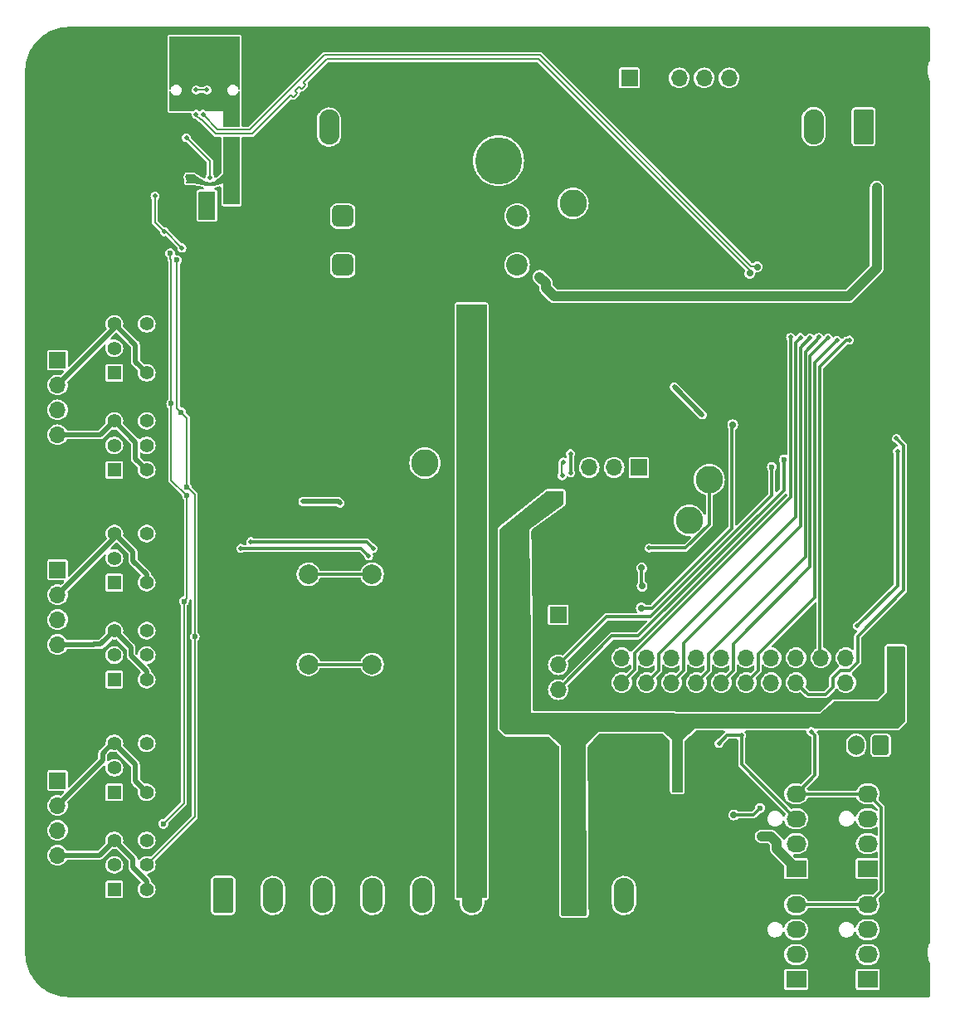
<source format=gbl>
G04 #@! TF.GenerationSoftware,KiCad,Pcbnew,7.0.10*
G04 #@! TF.CreationDate,2024-05-27T00:35:44+02:00*
G04 #@! TF.ProjectId,ESPHome AIO,45535048-6f6d-4652-9041-494f2e6b6963,rev?*
G04 #@! TF.SameCoordinates,Original*
G04 #@! TF.FileFunction,Copper,L2,Bot*
G04 #@! TF.FilePolarity,Positive*
%FSLAX46Y46*%
G04 Gerber Fmt 4.6, Leading zero omitted, Abs format (unit mm)*
G04 Created by KiCad (PCBNEW 7.0.10) date 2024-05-27 00:35:44*
%MOMM*%
%LPD*%
G01*
G04 APERTURE LIST*
G04 Aperture macros list*
%AMRoundRect*
0 Rectangle with rounded corners*
0 $1 Rounding radius*
0 $2 $3 $4 $5 $6 $7 $8 $9 X,Y pos of 4 corners*
0 Add a 4 corners polygon primitive as box body*
4,1,4,$2,$3,$4,$5,$6,$7,$8,$9,$2,$3,0*
0 Add four circle primitives for the rounded corners*
1,1,$1+$1,$2,$3*
1,1,$1+$1,$4,$5*
1,1,$1+$1,$6,$7*
1,1,$1+$1,$8,$9*
0 Add four rect primitives between the rounded corners*
20,1,$1+$1,$2,$3,$4,$5,0*
20,1,$1+$1,$4,$5,$6,$7,0*
20,1,$1+$1,$6,$7,$8,$9,0*
20,1,$1+$1,$8,$9,$2,$3,0*%
G04 Aperture macros list end*
G04 #@! TA.AperFunction,ComponentPad*
%ADD10O,1.000000X2.100000*%
G04 #@! TD*
G04 #@! TA.AperFunction,ComponentPad*
%ADD11O,1.000000X1.800000*%
G04 #@! TD*
G04 #@! TA.AperFunction,ComponentPad*
%ADD12R,1.700000X1.700000*%
G04 #@! TD*
G04 #@! TA.AperFunction,ComponentPad*
%ADD13O,1.700000X1.700000*%
G04 #@! TD*
G04 #@! TA.AperFunction,ComponentPad*
%ADD14R,1.400000X1.400000*%
G04 #@! TD*
G04 #@! TA.AperFunction,ComponentPad*
%ADD15C,1.400000*%
G04 #@! TD*
G04 #@! TA.AperFunction,ComponentPad*
%ADD16R,2.030000X1.730000*%
G04 #@! TD*
G04 #@! TA.AperFunction,ComponentPad*
%ADD17O,2.030000X1.730000*%
G04 #@! TD*
G04 #@! TA.AperFunction,ComponentPad*
%ADD18C,2.800000*%
G04 #@! TD*
G04 #@! TA.AperFunction,ComponentPad*
%ADD19RoundRect,0.249999X0.790001X1.550001X-0.790001X1.550001X-0.790001X-1.550001X0.790001X-1.550001X0*%
G04 #@! TD*
G04 #@! TA.AperFunction,ComponentPad*
%ADD20O,2.080000X3.600000*%
G04 #@! TD*
G04 #@! TA.AperFunction,ComponentPad*
%ADD21C,2.000000*%
G04 #@! TD*
G04 #@! TA.AperFunction,ComponentPad*
%ADD22RoundRect,0.550000X-0.550000X-0.550000X0.550000X-0.550000X0.550000X0.550000X-0.550000X0.550000X0*%
G04 #@! TD*
G04 #@! TA.AperFunction,ComponentPad*
%ADD23C,2.200000*%
G04 #@! TD*
G04 #@! TA.AperFunction,ComponentPad*
%ADD24C,4.800000*%
G04 #@! TD*
G04 #@! TA.AperFunction,ComponentPad*
%ADD25C,8.600000*%
G04 #@! TD*
G04 #@! TA.AperFunction,ComponentPad*
%ADD26RoundRect,0.250000X0.600000X0.750000X-0.600000X0.750000X-0.600000X-0.750000X0.600000X-0.750000X0*%
G04 #@! TD*
G04 #@! TA.AperFunction,ComponentPad*
%ADD27O,1.700000X2.000000*%
G04 #@! TD*
G04 #@! TA.AperFunction,ComponentPad*
%ADD28RoundRect,0.249999X-0.790001X-1.550001X0.790001X-1.550001X0.790001X1.550001X-0.790001X1.550001X0*%
G04 #@! TD*
G04 #@! TA.AperFunction,ViaPad*
%ADD29C,0.500000*%
G04 #@! TD*
G04 #@! TA.AperFunction,ViaPad*
%ADD30C,0.600000*%
G04 #@! TD*
G04 #@! TA.AperFunction,ViaPad*
%ADD31C,0.700000*%
G04 #@! TD*
G04 #@! TA.AperFunction,Conductor*
%ADD32C,0.200000*%
G04 #@! TD*
G04 #@! TA.AperFunction,Conductor*
%ADD33C,0.300000*%
G04 #@! TD*
G04 #@! TA.AperFunction,Conductor*
%ADD34C,1.000000*%
G04 #@! TD*
G04 #@! TA.AperFunction,Conductor*
%ADD35C,0.500000*%
G04 #@! TD*
G04 APERTURE END LIST*
D10*
X113020000Y-48175000D03*
D11*
X113020000Y-43975000D03*
D10*
X104380000Y-48175000D03*
D11*
X104380000Y-43975000D03*
D12*
X153030000Y-86150000D03*
D13*
X150490000Y-86150000D03*
X147950000Y-86150000D03*
D12*
X152060000Y-46400000D03*
D13*
X154600000Y-46400000D03*
X157140000Y-46400000D03*
X159680000Y-46400000D03*
X162220000Y-46400000D03*
D12*
X179220000Y-105560000D03*
D13*
X179220000Y-108100000D03*
X176680000Y-105560000D03*
X176680000Y-108100000D03*
X174140000Y-105560000D03*
X174140000Y-108100000D03*
X171600000Y-105560000D03*
X171600000Y-108100000D03*
X169060000Y-105560000D03*
X169060000Y-108100000D03*
X166520000Y-105560000D03*
X166520000Y-108100000D03*
X163980000Y-105560000D03*
X163980000Y-108100000D03*
X161440000Y-105560000D03*
X161440000Y-108100000D03*
X158900000Y-105560000D03*
X158900000Y-108100000D03*
X156360000Y-105560000D03*
X156360000Y-108100000D03*
X153820000Y-105560000D03*
X153820000Y-108100000D03*
X151280000Y-105560000D03*
X151280000Y-108100000D03*
D14*
X99500000Y-119300000D03*
D15*
X99500000Y-116800000D03*
X99500000Y-114300000D03*
X102800000Y-119300000D03*
X102800000Y-116800000D03*
X102800000Y-114300000D03*
D16*
X176375000Y-127075000D03*
D17*
X176375000Y-124535000D03*
X176375000Y-121995000D03*
X176375000Y-119455000D03*
X176375000Y-130755000D03*
X176375000Y-133295000D03*
X176375000Y-135835000D03*
D16*
X176375000Y-138375000D03*
D18*
X140300000Y-108100000D03*
D12*
X93700000Y-96600000D03*
D13*
X93700000Y-99140000D03*
X93700000Y-101680000D03*
X93700000Y-104220000D03*
D14*
X99500000Y-97900000D03*
D15*
X99500000Y-95400000D03*
X99500000Y-92900000D03*
X102800000Y-97900000D03*
X102800000Y-95400000D03*
X102800000Y-92900000D03*
D18*
X160200000Y-87400000D03*
D14*
X99500000Y-129200000D03*
D15*
X99500000Y-126700000D03*
X99500000Y-124200000D03*
X102800000Y-129200000D03*
X102800000Y-126700000D03*
X102800000Y-124200000D03*
D14*
X99500000Y-86400000D03*
D15*
X99500000Y-83900000D03*
X99500000Y-81400000D03*
X102800000Y-86400000D03*
X102800000Y-83900000D03*
X102800000Y-81400000D03*
D18*
X131200000Y-85700000D03*
D19*
X175940000Y-51377500D03*
D20*
X170860000Y-51377500D03*
D19*
X126490000Y-51427500D03*
D20*
X121410000Y-51427500D03*
D14*
X99500000Y-107800000D03*
D15*
X99500000Y-105300000D03*
X99500000Y-102800000D03*
X102800000Y-107800000D03*
X102800000Y-105300000D03*
X102800000Y-102800000D03*
D21*
X119300000Y-97050000D03*
X125800000Y-97050000D03*
X119300000Y-101550000D03*
X125800000Y-101550000D03*
D22*
X122800000Y-60500000D03*
X122800000Y-65500000D03*
D23*
X140600000Y-60500000D03*
X140600000Y-65500000D03*
D12*
X144800000Y-101200000D03*
D13*
X144800000Y-103740000D03*
X144800000Y-106280000D03*
X144800000Y-108820000D03*
D24*
X138700000Y-54850000D03*
X138700000Y-49050000D03*
X133900000Y-51850000D03*
D12*
X93700000Y-75200000D03*
D13*
X93700000Y-77740000D03*
X93700000Y-80280000D03*
X93700000Y-82820000D03*
D21*
X119300000Y-106250000D03*
X125800000Y-106250000D03*
X119300000Y-110750000D03*
X125800000Y-110750000D03*
D25*
X95300000Y-135400000D03*
D16*
X169075000Y-127075000D03*
D17*
X169075000Y-124535000D03*
X169075000Y-121995000D03*
X169075000Y-119455000D03*
D12*
X93700000Y-118100000D03*
D13*
X93700000Y-120640000D03*
X93700000Y-123180000D03*
X93700000Y-125720000D03*
D14*
X99500000Y-76500000D03*
D15*
X99500000Y-74000000D03*
X99500000Y-71500000D03*
X102800000Y-76500000D03*
X102800000Y-74000000D03*
X102800000Y-71500000D03*
D26*
X177700000Y-114500000D03*
D27*
X175200000Y-114500000D03*
D28*
X146420000Y-129822500D03*
D20*
X151500000Y-129822500D03*
X156580000Y-129822500D03*
D18*
X146300000Y-59200000D03*
D28*
X110600000Y-129822500D03*
D20*
X115680000Y-129822500D03*
X120760000Y-129822500D03*
X125840000Y-129822500D03*
X130920000Y-129822500D03*
X136000000Y-129822500D03*
D25*
X95100000Y-46100000D03*
D18*
X158150000Y-91550000D03*
D16*
X169075000Y-138375000D03*
D17*
X169075000Y-135835000D03*
X169075000Y-133295000D03*
X169075000Y-130755000D03*
D29*
X145200000Y-87000000D03*
X175300000Y-102300000D03*
X140575000Y-87500000D03*
X156625000Y-77925000D03*
X159500000Y-80800000D03*
X174525000Y-73150000D03*
X173250000Y-73200000D03*
X172325000Y-72950000D03*
X122525000Y-89800000D03*
X118725000Y-89621878D03*
X119775000Y-85500000D03*
X117400000Y-89600000D03*
X146900000Y-81050000D03*
X113425000Y-93725000D03*
X154075000Y-94375000D03*
X125925000Y-94400000D03*
X125450000Y-95175000D03*
X112400000Y-94400000D03*
X146050000Y-86700000D03*
X146050000Y-84750000D03*
X150500000Y-90750000D03*
X144850000Y-89430000D03*
X144060000Y-89450000D03*
X144880000Y-88810000D03*
X144070000Y-88800000D03*
X145300000Y-85600000D03*
X143000000Y-85000000D03*
D30*
X128700000Y-120600000D03*
X101300000Y-63300000D03*
D31*
X160700000Y-120100000D03*
D29*
X106000000Y-56500000D03*
D31*
X175000000Y-60000000D03*
D30*
X102100000Y-55500000D03*
X123700000Y-120600000D03*
D29*
X175300000Y-77900000D03*
D30*
X113500000Y-120600000D03*
D31*
X147500000Y-63400000D03*
D29*
X175300000Y-76500000D03*
D30*
X109200000Y-73700000D03*
D31*
X149900000Y-77600000D03*
X173940000Y-60000000D03*
D30*
X138100000Y-75100000D03*
D31*
X151800000Y-75600000D03*
X103700000Y-51100000D03*
X182300000Y-67700000D03*
D29*
X106500000Y-60300000D03*
X109840000Y-56210000D03*
D31*
X147900000Y-75600000D03*
D29*
X106500000Y-58600000D03*
X106500000Y-59400000D03*
D31*
X149900000Y-75600000D03*
D29*
X173900000Y-77900000D03*
X173900000Y-76500000D03*
D30*
X118600000Y-120600000D03*
X182300000Y-89700000D03*
X116000000Y-66100000D03*
X121700000Y-84000000D03*
D29*
X166300000Y-113400000D03*
D30*
X116000000Y-67000000D03*
X116000000Y-64300000D03*
X116000000Y-67900000D03*
D31*
X92900000Y-67200000D03*
D30*
X132500000Y-76300000D03*
D29*
X105600000Y-59400000D03*
D30*
X108400000Y-120600000D03*
D29*
X107400000Y-59400000D03*
D30*
X109700000Y-53700000D03*
D31*
X160600000Y-124700000D03*
X172900000Y-60000000D03*
D30*
X116000000Y-65200000D03*
D31*
X149900000Y-73500000D03*
D30*
X116000000Y-63400000D03*
D29*
X106400000Y-56900000D03*
X104600000Y-62100000D03*
X106400000Y-63750000D03*
X103650000Y-58450000D03*
D31*
X177300000Y-57600000D03*
X142900000Y-66700000D03*
X135500000Y-71900000D03*
X135500000Y-70100000D03*
X136500000Y-71900000D03*
X135500000Y-71000000D03*
X143550000Y-67350000D03*
X136500000Y-70100000D03*
X136500000Y-71000000D03*
X146750000Y-121400000D03*
X158200000Y-112400000D03*
X157000000Y-118600000D03*
D29*
X171375000Y-72875000D03*
X170475000Y-72950000D03*
X169500000Y-72900000D03*
X168500000Y-72875000D03*
D31*
X165100000Y-65700000D03*
D29*
X108550000Y-50117077D03*
X108950000Y-47640000D03*
X107850000Y-50117077D03*
D31*
X164350000Y-66350000D03*
D29*
X107850000Y-47640000D03*
D31*
X153275000Y-100500000D03*
X162600000Y-81800000D03*
X153300000Y-96400000D03*
X153350000Y-98250000D03*
D30*
X104500000Y-122500000D03*
D29*
X179300000Y-83200000D03*
D30*
X105300000Y-79648529D03*
X106600000Y-99800000D03*
X105200000Y-64300000D03*
X106900000Y-89000000D03*
X107700000Y-103400000D03*
X105900000Y-65000000D03*
D29*
X179400000Y-84500000D03*
D30*
X106300000Y-80500000D03*
X106900000Y-88200000D03*
D29*
X170600000Y-113100000D03*
D31*
X162700000Y-121600000D03*
D30*
X165400000Y-120900000D03*
D29*
X161200000Y-114300000D03*
X163500000Y-113500000D03*
D30*
X166600000Y-86100000D03*
X167800000Y-85350000D03*
D31*
X165575000Y-123800000D03*
D29*
X109250000Y-56600000D03*
X106840000Y-52500000D03*
X109000000Y-60500000D03*
X109000000Y-58500000D03*
X109000000Y-59500000D03*
X110500000Y-45100000D03*
X111600000Y-58100000D03*
X111180000Y-56500000D03*
X111000000Y-58700000D03*
X107000000Y-56510000D03*
X111600000Y-57500000D03*
X110500000Y-44500000D03*
X108166666Y-44500000D03*
X110900000Y-51000000D03*
X111000000Y-57500000D03*
X110900000Y-54200000D03*
X111000000Y-58100000D03*
X110900000Y-50400000D03*
X107000000Y-45100000D03*
X110900000Y-54900000D03*
X107400000Y-56900000D03*
X110900000Y-55600000D03*
X110900000Y-53500000D03*
X109333332Y-45100000D03*
X110780000Y-56880000D03*
X110900000Y-52800000D03*
X109333332Y-44500000D03*
X111600000Y-58700000D03*
X107000000Y-44500000D03*
X108166666Y-45100000D03*
D32*
X145150000Y-85750000D02*
X145300000Y-85600000D01*
X145200000Y-86800000D02*
X145150000Y-86750000D01*
X145200000Y-87000000D02*
X145200000Y-86800000D01*
X145150000Y-86750000D02*
X145150000Y-85750000D01*
D33*
X179400000Y-98200000D02*
X175300000Y-102300000D01*
X179400000Y-84500000D02*
X179400000Y-98200000D01*
D32*
X104750000Y-62100000D02*
X104600000Y-62100000D01*
X106400000Y-63750000D02*
X104750000Y-62100000D01*
X105200000Y-64900000D02*
X105200000Y-64300000D01*
X105300000Y-65000000D02*
X105200000Y-64900000D01*
X105300000Y-80198529D02*
X105300000Y-65000000D01*
X142922487Y-44075000D02*
X120956800Y-44075000D01*
X113356800Y-51675000D02*
X110044320Y-51675000D01*
X110044320Y-51675000D02*
X108550000Y-50180680D01*
X164447487Y-65600000D02*
X142922487Y-44075000D01*
X165000000Y-65600000D02*
X164447487Y-65600000D01*
X108550000Y-50180680D02*
X108550000Y-50117077D01*
X165100000Y-65700000D02*
X165000000Y-65600000D01*
X120956800Y-44075000D02*
X113356800Y-51675000D01*
X107850000Y-50194895D02*
X107850000Y-50117077D01*
X108322182Y-50667077D02*
X107850000Y-50194895D01*
X108400000Y-50667077D02*
X108322182Y-50667077D01*
X109857923Y-52125000D02*
X108400000Y-50667077D01*
X117469100Y-48199100D02*
X113543200Y-52125000D01*
X117774649Y-48334945D02*
X117774650Y-48334944D01*
X118114060Y-47995533D02*
X117774649Y-48334945D01*
X113543200Y-52125000D02*
X109857923Y-52125000D01*
X117978214Y-47774834D02*
X118114060Y-47910680D01*
X117689797Y-48334945D02*
X117553952Y-48199100D01*
X118538339Y-47486429D02*
X118402481Y-47350571D01*
X118623192Y-47486429D02*
X118623191Y-47486429D01*
X118962603Y-47147017D02*
X118623192Y-47486429D01*
X118962603Y-47062164D02*
X118962602Y-47062164D01*
X118826744Y-46926305D02*
X118962603Y-47062164D01*
X121193200Y-44475000D02*
X118826744Y-46841453D01*
X142756801Y-44475000D02*
X121193200Y-44475000D01*
X164350000Y-66068199D02*
X142756801Y-44475000D01*
X164350000Y-66350000D02*
X164350000Y-66068199D01*
X117553952Y-48199100D02*
G75*
G03*
X117469100Y-48199100I-42426J-42427D01*
G01*
X117689774Y-48334968D02*
G75*
G03*
X117774650Y-48334944I42426J42468D01*
G01*
X118402481Y-47350571D02*
G75*
G03*
X118317629Y-47350571I-42426J-42427D01*
G01*
X118538339Y-47486429D02*
G75*
G03*
X118623191Y-47486429I42426J42427D01*
G01*
X118114060Y-47910680D02*
X118114059Y-47910680D01*
X118826766Y-46841475D02*
G75*
G03*
X118826745Y-46926304I42434J-42425D01*
G01*
X118317629Y-47350571D02*
X117978214Y-47689982D01*
X117978208Y-47689974D02*
G75*
G03*
X117978215Y-47774833I42392J-42426D01*
G01*
X117978214Y-47689982D02*
X117978215Y-47689981D01*
X118962612Y-47147026D02*
G75*
G03*
X118962602Y-47062164I-42412J42426D01*
G01*
X118114053Y-47995526D02*
G75*
G03*
X118114059Y-47910680I-42453J42426D01*
G01*
D34*
X167100000Y-125100000D02*
X169075000Y-127075000D01*
X166475000Y-123800000D02*
X167100000Y-124425000D01*
X167100000Y-124425000D02*
X167100000Y-125100000D01*
X165575000Y-123800000D02*
X166475000Y-123800000D01*
X177300000Y-57600000D02*
X177300000Y-59400000D01*
X177300000Y-65800000D02*
X174414124Y-68685876D01*
X177300000Y-59400000D02*
X177300000Y-65800000D01*
X174414124Y-68685876D02*
X144414124Y-68685876D01*
X144414124Y-68685876D02*
X143550000Y-67821752D01*
X143550000Y-67821752D02*
X143550000Y-67350000D01*
D32*
X109250000Y-54900000D02*
X109250000Y-56600000D01*
X106850000Y-52500000D02*
X109250000Y-54900000D01*
X106840000Y-52500000D02*
X106850000Y-52500000D01*
X108950000Y-47640000D02*
X107850000Y-47640000D01*
D33*
X125250000Y-93725000D02*
X125925000Y-94400000D01*
X113425000Y-93725000D02*
X125250000Y-93725000D01*
X124675000Y-94400000D02*
X125450000Y-95175000D01*
X112400000Y-94400000D02*
X124675000Y-94400000D01*
D35*
X159500000Y-80800000D02*
X156625000Y-77925000D01*
D33*
X171500000Y-105460000D02*
X171600000Y-105560000D01*
X171500000Y-75840955D02*
X171500000Y-105460000D01*
X174190955Y-73150000D02*
X171500000Y-75840955D01*
X174525000Y-73150000D02*
X174190955Y-73150000D01*
X165180000Y-106900000D02*
X163980000Y-108100000D01*
X165180000Y-105202943D02*
X165180000Y-106900000D01*
X173250000Y-73200000D02*
X171000000Y-75450000D01*
X171000000Y-75450000D02*
X171000000Y-99382943D01*
X171000000Y-99382943D02*
X165180000Y-105202943D01*
X162640000Y-106900000D02*
X161440000Y-108100000D01*
X170500000Y-96325000D02*
X162640000Y-104185000D01*
X170500000Y-74775000D02*
X170500000Y-96325000D01*
X172325000Y-72950000D02*
X170500000Y-74775000D01*
X162640000Y-104185000D02*
X162640000Y-106900000D01*
X160100000Y-105202943D02*
X160100000Y-106900000D01*
X170000000Y-95302943D02*
X160100000Y-105202943D01*
X170000000Y-74315955D02*
X170000000Y-95302943D01*
X171375000Y-72940955D02*
X170000000Y-74315955D01*
X160100000Y-106900000D02*
X158900000Y-108100000D01*
X171375000Y-72875000D02*
X171375000Y-72940955D01*
X157560000Y-106900000D02*
X156360000Y-108100000D01*
X169500000Y-92100000D02*
X157560000Y-104040000D01*
X169500000Y-73925000D02*
X169500000Y-92100000D01*
X157560000Y-104040000D02*
X157560000Y-106900000D01*
X170475000Y-72950000D02*
X169500000Y-73925000D01*
X155020000Y-105202943D02*
X155020000Y-106900000D01*
X155020000Y-106900000D02*
X153820000Y-108100000D01*
X169000000Y-73400000D02*
X169000000Y-91222943D01*
X169000000Y-91222943D02*
X155020000Y-105202943D01*
X169500000Y-72900000D02*
X169000000Y-73400000D01*
X152600000Y-106780000D02*
X151280000Y-108100000D01*
X152600000Y-105082943D02*
X152600000Y-106780000D01*
X168500000Y-89182943D02*
X152600000Y-105082943D01*
X168500000Y-72875000D02*
X168500000Y-89182943D01*
D35*
X122346878Y-89621878D02*
X122525000Y-89800000D01*
X118725000Y-89621878D02*
X122346878Y-89621878D01*
D33*
X157799874Y-94375000D02*
X154075000Y-94375000D01*
X160200000Y-91974874D02*
X157799874Y-94375000D01*
X160200000Y-87400000D02*
X160200000Y-91974874D01*
X153300000Y-98200000D02*
X153350000Y-98250000D01*
X153300000Y-96400000D02*
X153300000Y-98200000D01*
X162500000Y-81900000D02*
X162600000Y-81800000D01*
X153275000Y-100500000D02*
X154360788Y-100500000D01*
X154360788Y-100500000D02*
X162500000Y-92360788D01*
X162500000Y-92360788D02*
X162500000Y-81900000D01*
X149680000Y-101400000D02*
X144800000Y-106280000D01*
X154167894Y-101400000D02*
X149680000Y-101400000D01*
X166600000Y-88967894D02*
X154167894Y-101400000D01*
X166600000Y-86100000D02*
X166600000Y-88967894D01*
X150270000Y-103350000D02*
X144800000Y-108820000D01*
X152925000Y-103350000D02*
X150270000Y-103350000D01*
X167800000Y-88475000D02*
X152925000Y-103350000D01*
X167800000Y-85350000D02*
X167800000Y-88475000D01*
X146050000Y-86700000D02*
X146050000Y-84750000D01*
D32*
X103650000Y-61150000D02*
X104600000Y-62100000D01*
X103650000Y-58450000D02*
X103650000Y-61150000D01*
D34*
X142900000Y-66700000D02*
X143550000Y-67350000D01*
D33*
X125800000Y-97050000D02*
X119300000Y-97050000D01*
X125800000Y-106250000D02*
X119300000Y-106250000D01*
D32*
X106600000Y-112600000D02*
X106600000Y-120400000D01*
D33*
X172097057Y-109300000D02*
X170260000Y-109300000D01*
D32*
X106900000Y-89000000D02*
X106900000Y-99500000D01*
D33*
X180030000Y-83930000D02*
X180030000Y-98680050D01*
X179300000Y-83200000D02*
X180030000Y-83930000D01*
D32*
X105300000Y-87448529D02*
X106851471Y-89000000D01*
D33*
X175340000Y-103370050D02*
X175340000Y-106057057D01*
X172800000Y-107602943D02*
X172800000Y-108597057D01*
D32*
X106900000Y-99500000D02*
X106600000Y-99800000D01*
X106851471Y-89000000D02*
X106900000Y-89000000D01*
X106600000Y-120400000D02*
X104500000Y-122500000D01*
D33*
X175340000Y-106057057D02*
X174564975Y-106832082D01*
D32*
X106600000Y-99800000D02*
X106600000Y-112600000D01*
D33*
X170260000Y-109300000D02*
X169060000Y-108100000D01*
X173570861Y-106832082D02*
X172800000Y-107602943D01*
X174564975Y-106832082D02*
X173570861Y-106832082D01*
X172800000Y-108597057D02*
X172097057Y-109300000D01*
D32*
X105300000Y-79648529D02*
X105300000Y-87448529D01*
D33*
X180030000Y-98680050D02*
X175340000Y-103370050D01*
D32*
X106900000Y-88200000D02*
X106948529Y-88200000D01*
X106948529Y-88200000D02*
X107700000Y-88951471D01*
X107700000Y-121800000D02*
X107700000Y-103400000D01*
X102800000Y-126700000D02*
X107700000Y-121800000D01*
X106300000Y-80500000D02*
X105900000Y-80100000D01*
X107700000Y-88951471D02*
X107700000Y-103400000D01*
X106900000Y-88200000D02*
X106900000Y-81100000D01*
X106900000Y-81100000D02*
X106300000Y-80500000D01*
X105900000Y-80100000D02*
X105900000Y-65000000D01*
D33*
X170600000Y-113100000D02*
X171005000Y-113505000D01*
X171005000Y-113505000D02*
X171005000Y-117525000D01*
X164700000Y-121600000D02*
X162700000Y-121600000D01*
X176375000Y-119455000D02*
X169075000Y-119455000D01*
X177740000Y-120820000D02*
X176375000Y-119455000D01*
X165400000Y-120900000D02*
X164700000Y-121600000D01*
X171005000Y-117525000D02*
X169075000Y-119455000D01*
X176375000Y-130755000D02*
X177740000Y-129390000D01*
X169075000Y-130755000D02*
X176375000Y-130755000D01*
X177740000Y-129390000D02*
X177740000Y-120820000D01*
X162000000Y-113500000D02*
X161200000Y-114300000D01*
X163500000Y-113500000D02*
X163500000Y-116430840D01*
X169064160Y-121995000D02*
X163500000Y-116430840D01*
X168264160Y-121995000D02*
X169075000Y-121995000D01*
X163500000Y-113500000D02*
X162000000Y-113500000D01*
X169075000Y-121995000D02*
X169064160Y-121995000D01*
D35*
X99500000Y-71500000D02*
X99500000Y-71940000D01*
X101650000Y-73650000D02*
X99500000Y-71500000D01*
X101650000Y-75350000D02*
X101650000Y-73650000D01*
X102800000Y-76500000D02*
X101650000Y-75350000D01*
X99500000Y-71940000D02*
X93700000Y-77740000D01*
X98300000Y-115300000D02*
X98300000Y-116040000D01*
X99300000Y-114300000D02*
X98300000Y-115300000D01*
X98300000Y-116040000D02*
X93700000Y-120640000D01*
X99500000Y-114300000D02*
X99300000Y-114300000D01*
X102800000Y-119300000D02*
X101650000Y-118150000D01*
X101650000Y-116450000D02*
X99500000Y-114300000D01*
X101650000Y-118150000D02*
X101650000Y-116450000D01*
X102800000Y-129200000D02*
X102800000Y-128373654D01*
X101400000Y-126100000D02*
X99500000Y-124200000D01*
X99500000Y-124200000D02*
X97980000Y-125720000D01*
X97980000Y-125720000D02*
X93700000Y-125720000D01*
X102800000Y-128373654D02*
X101400000Y-126973654D01*
X101400000Y-126973654D02*
X101400000Y-126100000D01*
X101400000Y-94800000D02*
X99500000Y-92900000D01*
X102800000Y-97900000D02*
X102800000Y-97073654D01*
X99500000Y-92900000D02*
X99500000Y-93340000D01*
X102800000Y-97073654D02*
X101400000Y-95673654D01*
X101400000Y-95673654D02*
X101400000Y-94800000D01*
X99500000Y-93340000D02*
X93700000Y-99140000D01*
X98080000Y-82820000D02*
X99500000Y-81400000D01*
X102800000Y-86400000D02*
X101650000Y-85250000D01*
X93700000Y-82820000D02*
X98080000Y-82820000D01*
X101650000Y-83550000D02*
X99500000Y-81400000D01*
X101650000Y-85250000D02*
X101650000Y-83550000D01*
X97380000Y-104220000D02*
X93700000Y-104220000D01*
X98100000Y-104200000D02*
X97400000Y-104200000D01*
X102800000Y-107800000D02*
X102800000Y-106973654D01*
X102800000Y-106973654D02*
X101200000Y-105373654D01*
X99500000Y-102800000D02*
X98100000Y-104200000D01*
X101200000Y-105373654D02*
X101200000Y-104500000D01*
X97400000Y-104200000D02*
X97380000Y-104220000D01*
X101200000Y-104500000D02*
X99500000Y-102800000D01*
G04 #@! TA.AperFunction,Conductor*
G36*
X109773566Y-58017313D02*
G01*
X109798876Y-58061150D01*
X109800000Y-58074000D01*
X109800000Y-60826000D01*
X109782687Y-60873566D01*
X109738850Y-60898876D01*
X109726000Y-60900000D01*
X108174000Y-60900000D01*
X108126434Y-60882687D01*
X108101124Y-60838850D01*
X108100000Y-60826000D01*
X108100000Y-58074000D01*
X108117313Y-58026434D01*
X108161150Y-58001124D01*
X108174000Y-58000000D01*
X109726000Y-58000000D01*
X109773566Y-58017313D01*
G37*
G04 #@! TD.AperFunction*
G04 #@! TA.AperFunction,Conductor*
G36*
X137443039Y-69519685D02*
G01*
X137488794Y-69572489D01*
X137500000Y-69624000D01*
X137500000Y-129976000D01*
X137480315Y-130043039D01*
X137427511Y-130088794D01*
X137376000Y-130100000D01*
X134524000Y-130100000D01*
X134456961Y-130080315D01*
X134411206Y-130027511D01*
X134400000Y-129976000D01*
X134400000Y-69624000D01*
X134419685Y-69556961D01*
X134472489Y-69511206D01*
X134524000Y-69500000D01*
X137376000Y-69500000D01*
X137443039Y-69519685D01*
G37*
G04 #@! TD.AperFunction*
G04 #@! TA.AperFunction,Conductor*
G36*
X182643039Y-41220185D02*
G01*
X182688794Y-41272989D01*
X182700000Y-41324500D01*
X182700000Y-44705401D01*
X182692370Y-44748226D01*
X182593981Y-45015580D01*
X182593979Y-45015590D01*
X182525391Y-45316089D01*
X182495794Y-45622902D01*
X182495793Y-45622903D01*
X182505672Y-45930970D01*
X182505672Y-45930975D01*
X182505673Y-45930978D01*
X182548207Y-46194066D01*
X182554867Y-46235260D01*
X182642570Y-46530760D01*
X182666638Y-46585129D01*
X182689387Y-46636520D01*
X182700000Y-46686711D01*
X182700000Y-134705401D01*
X182692370Y-134748226D01*
X182593981Y-135015580D01*
X182593979Y-135015590D01*
X182525391Y-135316089D01*
X182495794Y-135622902D01*
X182495793Y-135622903D01*
X182505672Y-135930970D01*
X182505672Y-135930975D01*
X182505673Y-135930978D01*
X182554867Y-136235261D01*
X182598108Y-136380953D01*
X182642570Y-136530760D01*
X182666638Y-136585129D01*
X182689387Y-136636520D01*
X182700000Y-136686711D01*
X182700000Y-140075500D01*
X182680315Y-140142539D01*
X182627511Y-140188294D01*
X182576000Y-140199500D01*
X94902706Y-140199500D01*
X94897297Y-140199382D01*
X94513249Y-140182614D01*
X94502473Y-140181671D01*
X94124042Y-140131849D01*
X94113389Y-140129971D01*
X93740727Y-140047354D01*
X93730278Y-140044554D01*
X93366244Y-139929775D01*
X93356078Y-139926075D01*
X93003427Y-139780002D01*
X92993623Y-139775430D01*
X92655057Y-139599183D01*
X92645689Y-139593775D01*
X92323755Y-139388681D01*
X92314894Y-139382476D01*
X92154957Y-139259752D01*
X167859500Y-139259752D01*
X167871131Y-139318229D01*
X167871132Y-139318230D01*
X167915447Y-139384552D01*
X167981769Y-139428867D01*
X167981770Y-139428868D01*
X168040247Y-139440499D01*
X168040250Y-139440500D01*
X168040252Y-139440500D01*
X170109750Y-139440500D01*
X170109751Y-139440499D01*
X170124568Y-139437552D01*
X170168229Y-139428868D01*
X170168229Y-139428867D01*
X170168231Y-139428867D01*
X170234552Y-139384552D01*
X170278867Y-139318231D01*
X170278867Y-139318229D01*
X170278868Y-139318229D01*
X170290499Y-139259752D01*
X175159500Y-139259752D01*
X175171131Y-139318229D01*
X175171132Y-139318230D01*
X175215447Y-139384552D01*
X175281769Y-139428867D01*
X175281770Y-139428868D01*
X175340247Y-139440499D01*
X175340250Y-139440500D01*
X175340252Y-139440500D01*
X177409750Y-139440500D01*
X177409751Y-139440499D01*
X177424568Y-139437552D01*
X177468229Y-139428868D01*
X177468229Y-139428867D01*
X177468231Y-139428867D01*
X177534552Y-139384552D01*
X177578867Y-139318231D01*
X177578867Y-139318229D01*
X177578868Y-139318229D01*
X177590499Y-139259752D01*
X177590500Y-139259750D01*
X177590500Y-137490249D01*
X177590499Y-137490247D01*
X177578868Y-137431770D01*
X177578867Y-137431769D01*
X177534552Y-137365447D01*
X177468230Y-137321132D01*
X177468229Y-137321131D01*
X177409752Y-137309500D01*
X177409748Y-137309500D01*
X175340252Y-137309500D01*
X175340247Y-137309500D01*
X175281770Y-137321131D01*
X175281769Y-137321132D01*
X175215447Y-137365447D01*
X175171132Y-137431769D01*
X175171131Y-137431770D01*
X175159500Y-137490247D01*
X175159500Y-139259752D01*
X170290499Y-139259752D01*
X170290500Y-139259750D01*
X170290500Y-137490249D01*
X170290499Y-137490247D01*
X170278868Y-137431770D01*
X170278867Y-137431769D01*
X170234552Y-137365447D01*
X170168230Y-137321132D01*
X170168229Y-137321131D01*
X170109752Y-137309500D01*
X170109748Y-137309500D01*
X168040252Y-137309500D01*
X168040247Y-137309500D01*
X167981770Y-137321131D01*
X167981769Y-137321132D01*
X167915447Y-137365447D01*
X167871132Y-137431769D01*
X167871131Y-137431770D01*
X167859500Y-137490247D01*
X167859500Y-139259752D01*
X92154957Y-139259752D01*
X92012069Y-139150110D01*
X92003782Y-139143156D01*
X91722364Y-138885284D01*
X91714715Y-138877635D01*
X91456843Y-138596217D01*
X91449889Y-138587930D01*
X91217523Y-138285105D01*
X91211318Y-138276244D01*
X91006224Y-137954310D01*
X91000816Y-137944942D01*
X90992852Y-137929644D01*
X90824566Y-137606369D01*
X90819997Y-137596572D01*
X90673920Y-137243911D01*
X90670224Y-137233755D01*
X90555442Y-136869710D01*
X90552648Y-136859284D01*
X90470025Y-136486597D01*
X90468152Y-136475971D01*
X90418326Y-136097506D01*
X90417386Y-136086771D01*
X90406394Y-135835000D01*
X167854345Y-135835000D01*
X167874917Y-136043876D01*
X167935844Y-136244723D01*
X168034779Y-136429818D01*
X168034783Y-136429825D01*
X168167932Y-136592067D01*
X168330174Y-136725216D01*
X168330181Y-136725220D01*
X168493675Y-136812609D01*
X168515278Y-136824156D01*
X168716126Y-136885083D01*
X168872660Y-136900500D01*
X168872663Y-136900500D01*
X169277337Y-136900500D01*
X169277340Y-136900500D01*
X169433874Y-136885083D01*
X169634722Y-136824156D01*
X169819824Y-136725217D01*
X169982067Y-136592067D01*
X170115217Y-136429824D01*
X170214156Y-136244722D01*
X170275083Y-136043874D01*
X170295655Y-135835000D01*
X175154345Y-135835000D01*
X175174917Y-136043876D01*
X175235844Y-136244723D01*
X175334779Y-136429818D01*
X175334783Y-136429825D01*
X175467932Y-136592067D01*
X175630174Y-136725216D01*
X175630181Y-136725220D01*
X175793675Y-136812609D01*
X175815278Y-136824156D01*
X176016126Y-136885083D01*
X176172660Y-136900500D01*
X176172663Y-136900500D01*
X176577337Y-136900500D01*
X176577340Y-136900500D01*
X176733874Y-136885083D01*
X176934722Y-136824156D01*
X177119824Y-136725217D01*
X177282067Y-136592067D01*
X177415217Y-136429824D01*
X177514156Y-136244722D01*
X177575083Y-136043874D01*
X177595655Y-135835000D01*
X177575083Y-135626126D01*
X177514156Y-135425278D01*
X177455795Y-135316092D01*
X177415220Y-135240181D01*
X177415216Y-135240174D01*
X177282067Y-135077932D01*
X177119825Y-134944783D01*
X177119818Y-134944779D01*
X176934723Y-134845844D01*
X176733876Y-134784917D01*
X176671260Y-134778750D01*
X176577340Y-134769500D01*
X176172660Y-134769500D01*
X176094393Y-134777208D01*
X176016123Y-134784917D01*
X175815276Y-134845844D01*
X175630181Y-134944779D01*
X175630174Y-134944783D01*
X175467932Y-135077932D01*
X175334783Y-135240174D01*
X175334779Y-135240181D01*
X175235844Y-135425276D01*
X175174917Y-135626123D01*
X175154345Y-135835000D01*
X170295655Y-135835000D01*
X170275083Y-135626126D01*
X170214156Y-135425278D01*
X170155795Y-135316092D01*
X170115220Y-135240181D01*
X170115216Y-135240174D01*
X169982067Y-135077932D01*
X169819825Y-134944783D01*
X169819818Y-134944779D01*
X169634723Y-134845844D01*
X169433876Y-134784917D01*
X169371260Y-134778750D01*
X169277340Y-134769500D01*
X168872660Y-134769500D01*
X168794393Y-134777208D01*
X168716123Y-134784917D01*
X168515276Y-134845844D01*
X168330181Y-134944779D01*
X168330174Y-134944783D01*
X168167932Y-135077932D01*
X168034783Y-135240174D01*
X168034779Y-135240181D01*
X167935844Y-135425276D01*
X167874917Y-135626123D01*
X167854345Y-135835000D01*
X90406394Y-135835000D01*
X90400618Y-135702702D01*
X90400500Y-135697293D01*
X90400500Y-133295003D01*
X166109435Y-133295003D01*
X166129630Y-133474249D01*
X166129631Y-133474254D01*
X166189211Y-133644523D01*
X166269465Y-133772246D01*
X166285184Y-133797262D01*
X166412738Y-133924816D01*
X166565478Y-134020789D01*
X166735745Y-134080368D01*
X166735750Y-134080369D01*
X166826246Y-134090565D01*
X166870040Y-134095499D01*
X166870043Y-134095500D01*
X166870046Y-134095500D01*
X166959957Y-134095500D01*
X166959958Y-134095499D01*
X167027104Y-134087934D01*
X167094249Y-134080369D01*
X167094252Y-134080368D01*
X167094255Y-134080368D01*
X167264522Y-134020789D01*
X167417262Y-133924816D01*
X167544816Y-133797262D01*
X167640789Y-133644522D01*
X167663604Y-133579319D01*
X167704325Y-133522543D01*
X167769277Y-133496795D01*
X167837839Y-133510251D01*
X167888243Y-133558637D01*
X167899306Y-133584277D01*
X167935844Y-133704723D01*
X168034779Y-133889818D01*
X168034783Y-133889825D01*
X168167932Y-134052067D01*
X168330174Y-134185216D01*
X168330181Y-134185220D01*
X168358265Y-134200231D01*
X168515278Y-134284156D01*
X168716126Y-134345083D01*
X168872660Y-134360500D01*
X168872663Y-134360500D01*
X169277337Y-134360500D01*
X169277340Y-134360500D01*
X169433874Y-134345083D01*
X169634722Y-134284156D01*
X169819824Y-134185217D01*
X169982067Y-134052067D01*
X170115217Y-133889824D01*
X170214156Y-133704722D01*
X170275083Y-133503874D01*
X170295655Y-133295003D01*
X173409435Y-133295003D01*
X173429630Y-133474249D01*
X173429631Y-133474254D01*
X173489211Y-133644523D01*
X173569465Y-133772246D01*
X173585184Y-133797262D01*
X173712738Y-133924816D01*
X173865478Y-134020789D01*
X174035745Y-134080368D01*
X174035750Y-134080369D01*
X174126246Y-134090565D01*
X174170040Y-134095499D01*
X174170043Y-134095500D01*
X174170046Y-134095500D01*
X174259957Y-134095500D01*
X174259958Y-134095499D01*
X174327104Y-134087934D01*
X174394249Y-134080369D01*
X174394252Y-134080368D01*
X174394255Y-134080368D01*
X174564522Y-134020789D01*
X174717262Y-133924816D01*
X174844816Y-133797262D01*
X174940789Y-133644522D01*
X174963604Y-133579319D01*
X175004325Y-133522543D01*
X175069277Y-133496795D01*
X175137839Y-133510251D01*
X175188243Y-133558637D01*
X175199306Y-133584277D01*
X175235844Y-133704723D01*
X175334779Y-133889818D01*
X175334783Y-133889825D01*
X175467932Y-134052067D01*
X175630174Y-134185216D01*
X175630181Y-134185220D01*
X175658265Y-134200231D01*
X175815278Y-134284156D01*
X176016126Y-134345083D01*
X176172660Y-134360500D01*
X176172663Y-134360500D01*
X176577337Y-134360500D01*
X176577340Y-134360500D01*
X176733874Y-134345083D01*
X176934722Y-134284156D01*
X177119824Y-134185217D01*
X177282067Y-134052067D01*
X177415217Y-133889824D01*
X177514156Y-133704722D01*
X177575083Y-133503874D01*
X177595655Y-133295000D01*
X177575083Y-133086126D01*
X177514156Y-132885278D01*
X177514154Y-132885275D01*
X177415220Y-132700181D01*
X177415216Y-132700174D01*
X177282067Y-132537932D01*
X177119825Y-132404783D01*
X177119818Y-132404779D01*
X176934723Y-132305844D01*
X176733876Y-132244917D01*
X176671260Y-132238750D01*
X176577340Y-132229500D01*
X176172660Y-132229500D01*
X176094393Y-132237208D01*
X176016123Y-132244917D01*
X175815276Y-132305844D01*
X175630181Y-132404779D01*
X175630174Y-132404783D01*
X175467932Y-132537932D01*
X175334783Y-132700174D01*
X175334779Y-132700181D01*
X175235844Y-132885275D01*
X175199306Y-133005723D01*
X175161008Y-133064161D01*
X175097196Y-133092617D01*
X175028129Y-133082056D01*
X174975736Y-133035831D01*
X174963604Y-133010680D01*
X174961869Y-133005723D01*
X174940789Y-132945478D01*
X174844816Y-132792738D01*
X174717262Y-132665184D01*
X174564523Y-132569211D01*
X174394254Y-132509631D01*
X174394249Y-132509630D01*
X174259960Y-132494500D01*
X174259954Y-132494500D01*
X174170046Y-132494500D01*
X174170039Y-132494500D01*
X174035750Y-132509630D01*
X174035745Y-132509631D01*
X173865476Y-132569211D01*
X173712737Y-132665184D01*
X173585184Y-132792737D01*
X173489211Y-132945476D01*
X173429631Y-133115745D01*
X173429630Y-133115750D01*
X173409435Y-133294996D01*
X173409435Y-133295003D01*
X170295655Y-133295003D01*
X170295655Y-133295000D01*
X170275083Y-133086126D01*
X170214156Y-132885278D01*
X170214154Y-132885275D01*
X170115220Y-132700181D01*
X170115216Y-132700174D01*
X169982067Y-132537932D01*
X169819825Y-132404783D01*
X169819818Y-132404779D01*
X169634723Y-132305844D01*
X169433876Y-132244917D01*
X169371260Y-132238750D01*
X169277340Y-132229500D01*
X168872660Y-132229500D01*
X168794393Y-132237208D01*
X168716123Y-132244917D01*
X168515276Y-132305844D01*
X168330181Y-132404779D01*
X168330174Y-132404783D01*
X168167932Y-132537932D01*
X168034783Y-132700174D01*
X168034779Y-132700181D01*
X167935844Y-132885275D01*
X167899306Y-133005723D01*
X167861008Y-133064161D01*
X167797196Y-133092617D01*
X167728129Y-133082056D01*
X167675736Y-133035831D01*
X167663604Y-133010680D01*
X167661869Y-133005723D01*
X167640789Y-132945478D01*
X167544816Y-132792738D01*
X167417262Y-132665184D01*
X167264523Y-132569211D01*
X167094254Y-132509631D01*
X167094249Y-132509630D01*
X166959960Y-132494500D01*
X166959954Y-132494500D01*
X166870046Y-132494500D01*
X166870039Y-132494500D01*
X166735750Y-132509630D01*
X166735745Y-132509631D01*
X166565476Y-132569211D01*
X166412737Y-132665184D01*
X166285184Y-132792737D01*
X166189211Y-132945476D01*
X166129631Y-133115745D01*
X166129630Y-133115750D01*
X166109435Y-133294996D01*
X166109435Y-133295003D01*
X90400500Y-133295003D01*
X90400500Y-131426760D01*
X109359500Y-131426760D01*
X109359501Y-131426766D01*
X109362354Y-131457200D01*
X109362354Y-131457202D01*
X109362355Y-131457203D01*
X109362355Y-131457205D01*
X109407206Y-131585382D01*
X109487849Y-131694650D01*
X109532745Y-131727784D01*
X109597117Y-131775293D01*
X109599158Y-131776007D01*
X109725298Y-131820146D01*
X109732323Y-131820804D01*
X109755733Y-131823000D01*
X111444266Y-131822999D01*
X111474700Y-131820146D01*
X111602883Y-131775293D01*
X111712150Y-131694650D01*
X111792793Y-131585383D01*
X111828705Y-131482753D01*
X111837646Y-131457202D01*
X111837646Y-131457200D01*
X111840500Y-131426767D01*
X111840500Y-130638206D01*
X114439500Y-130638206D01*
X114454501Y-130804896D01*
X114513902Y-131020130D01*
X114513907Y-131020145D01*
X114610786Y-131221316D01*
X114610790Y-131221324D01*
X114742034Y-131401966D01*
X114742035Y-131401968D01*
X114903436Y-131556283D01*
X115089786Y-131679292D01*
X115089788Y-131679293D01*
X115089790Y-131679294D01*
X115295115Y-131767054D01*
X115512811Y-131816742D01*
X115636738Y-131822307D01*
X115735876Y-131826760D01*
X115735876Y-131826759D01*
X115735880Y-131826760D01*
X115957153Y-131796786D01*
X116169518Y-131727785D01*
X116366150Y-131621973D01*
X116540728Y-131482751D01*
X116687642Y-131314595D01*
X116802169Y-131122908D01*
X116880629Y-130913853D01*
X116909457Y-130755000D01*
X116920500Y-130694150D01*
X116920500Y-130638206D01*
X119519500Y-130638206D01*
X119534501Y-130804896D01*
X119593902Y-131020130D01*
X119593907Y-131020145D01*
X119690786Y-131221316D01*
X119690790Y-131221324D01*
X119822034Y-131401966D01*
X119822035Y-131401968D01*
X119983436Y-131556283D01*
X120169786Y-131679292D01*
X120169788Y-131679293D01*
X120169790Y-131679294D01*
X120375115Y-131767054D01*
X120592811Y-131816742D01*
X120716738Y-131822307D01*
X120815876Y-131826760D01*
X120815876Y-131826759D01*
X120815880Y-131826760D01*
X121037153Y-131796786D01*
X121249518Y-131727785D01*
X121446150Y-131621973D01*
X121620728Y-131482751D01*
X121767642Y-131314595D01*
X121882169Y-131122908D01*
X121960629Y-130913853D01*
X121989457Y-130755000D01*
X122000500Y-130694150D01*
X122000500Y-130638206D01*
X124599500Y-130638206D01*
X124614501Y-130804896D01*
X124673902Y-131020130D01*
X124673907Y-131020145D01*
X124770786Y-131221316D01*
X124770790Y-131221324D01*
X124902034Y-131401966D01*
X124902035Y-131401968D01*
X125063436Y-131556283D01*
X125249786Y-131679292D01*
X125249788Y-131679293D01*
X125249790Y-131679294D01*
X125455115Y-131767054D01*
X125672811Y-131816742D01*
X125796738Y-131822307D01*
X125895876Y-131826760D01*
X125895876Y-131826759D01*
X125895880Y-131826760D01*
X126117153Y-131796786D01*
X126329518Y-131727785D01*
X126526150Y-131621973D01*
X126700728Y-131482751D01*
X126847642Y-131314595D01*
X126962169Y-131122908D01*
X127040629Y-130913853D01*
X127069457Y-130755000D01*
X127080500Y-130694150D01*
X127080500Y-130638206D01*
X129679500Y-130638206D01*
X129694501Y-130804896D01*
X129753902Y-131020130D01*
X129753907Y-131020145D01*
X129850786Y-131221316D01*
X129850790Y-131221324D01*
X129982034Y-131401966D01*
X129982035Y-131401968D01*
X130143436Y-131556283D01*
X130329786Y-131679292D01*
X130329788Y-131679293D01*
X130329790Y-131679294D01*
X130535115Y-131767054D01*
X130752811Y-131816742D01*
X130876738Y-131822307D01*
X130975876Y-131826760D01*
X130975876Y-131826759D01*
X130975880Y-131826760D01*
X131197153Y-131796786D01*
X131409518Y-131727785D01*
X131606150Y-131621973D01*
X131780728Y-131482751D01*
X131927642Y-131314595D01*
X132042169Y-131122908D01*
X132120629Y-130913853D01*
X132149457Y-130755000D01*
X132160500Y-130694150D01*
X132160500Y-129976007D01*
X134194500Y-129976007D01*
X134199197Y-130019686D01*
X134210397Y-130071174D01*
X134212890Y-130081372D01*
X134212891Y-130081375D01*
X134255899Y-130162083D01*
X134255901Y-130162086D01*
X134301660Y-130214895D01*
X134319242Y-130232839D01*
X134319246Y-130232843D01*
X134319247Y-130232844D01*
X134319249Y-130232845D01*
X134399059Y-130277488D01*
X134399063Y-130277490D01*
X134466102Y-130297175D01*
X134524000Y-130305500D01*
X134635500Y-130305500D01*
X134702539Y-130325185D01*
X134748294Y-130377989D01*
X134759500Y-130429500D01*
X134759500Y-130638206D01*
X134774501Y-130804896D01*
X134833902Y-131020130D01*
X134833907Y-131020145D01*
X134930786Y-131221316D01*
X134930790Y-131221324D01*
X135062034Y-131401966D01*
X135062035Y-131401968D01*
X135223436Y-131556283D01*
X135409786Y-131679292D01*
X135409788Y-131679293D01*
X135409790Y-131679294D01*
X135615115Y-131767054D01*
X135832811Y-131816742D01*
X135956738Y-131822307D01*
X136055876Y-131826760D01*
X136055876Y-131826759D01*
X136055880Y-131826760D01*
X136277153Y-131796786D01*
X136489518Y-131727785D01*
X136686150Y-131621973D01*
X136860728Y-131482751D01*
X137007642Y-131314595D01*
X137122169Y-131122908D01*
X137200629Y-130913853D01*
X137229457Y-130755000D01*
X137240500Y-130694150D01*
X137240500Y-130429500D01*
X137260185Y-130362461D01*
X137312989Y-130316706D01*
X137364500Y-130305500D01*
X137375991Y-130305500D01*
X137376000Y-130305500D01*
X137419684Y-130300803D01*
X137448875Y-130294452D01*
X137471174Y-130289602D01*
X137471190Y-130289598D01*
X137471195Y-130289597D01*
X137481373Y-130287110D01*
X137562085Y-130244100D01*
X137614889Y-130198345D01*
X137632843Y-130180754D01*
X137677490Y-130100937D01*
X137697175Y-130033898D01*
X137705500Y-129976000D01*
X137705500Y-112748638D01*
X138594500Y-112748638D01*
X138595678Y-112770618D01*
X138598511Y-112796965D01*
X138598512Y-112796967D01*
X138622470Y-112873478D01*
X138622471Y-112873483D01*
X138636872Y-112899855D01*
X138655956Y-112934805D01*
X138655958Y-112934808D01*
X138655960Y-112934811D01*
X138690998Y-112981615D01*
X138691002Y-112981619D01*
X138691009Y-112981629D01*
X138691016Y-112981636D01*
X139218365Y-113508986D01*
X139218366Y-113508987D01*
X139234716Y-113523674D01*
X139234730Y-113523686D01*
X139234738Y-113523693D01*
X139241026Y-113528760D01*
X139255379Y-113540327D01*
X139326424Y-113577490D01*
X139393456Y-113597173D01*
X139393458Y-113597173D01*
X139393464Y-113597175D01*
X139451362Y-113605500D01*
X143679301Y-113605500D01*
X143746340Y-113625185D01*
X143759395Y-113634837D01*
X144836300Y-114546063D01*
X144850597Y-114558160D01*
X144889059Y-114616491D01*
X144894500Y-114652820D01*
X144894500Y-131776007D01*
X144899197Y-131819686D01*
X144910397Y-131871174D01*
X144912890Y-131881372D01*
X144912891Y-131881375D01*
X144955899Y-131962083D01*
X144955901Y-131962086D01*
X145001660Y-132014895D01*
X145019242Y-132032839D01*
X145019246Y-132032843D01*
X145019247Y-132032844D01*
X145019249Y-132032845D01*
X145037452Y-132043027D01*
X145099063Y-132077490D01*
X145166102Y-132097175D01*
X145224000Y-132105500D01*
X145224004Y-132105500D01*
X147575278Y-132105500D01*
X147575285Y-132105500D01*
X147594129Y-132103446D01*
X147619540Y-132100678D01*
X147619543Y-132100677D01*
X147619546Y-132100677D01*
X147671705Y-132089173D01*
X147682444Y-132086499D01*
X147762907Y-132043027D01*
X147815447Y-131996970D01*
X147815456Y-131996960D01*
X147815462Y-131996956D01*
X147833296Y-131979280D01*
X147833296Y-131979279D01*
X147833302Y-131979274D01*
X147877489Y-131899201D01*
X147896788Y-131832049D01*
X147904780Y-131774106D01*
X147898252Y-130638206D01*
X150259500Y-130638206D01*
X150274501Y-130804896D01*
X150333902Y-131020130D01*
X150333907Y-131020145D01*
X150430786Y-131221316D01*
X150430790Y-131221324D01*
X150562034Y-131401966D01*
X150562035Y-131401968D01*
X150723436Y-131556283D01*
X150909786Y-131679292D01*
X150909788Y-131679293D01*
X150909790Y-131679294D01*
X151115115Y-131767054D01*
X151332811Y-131816742D01*
X151456738Y-131822307D01*
X151555876Y-131826760D01*
X151555876Y-131826759D01*
X151555880Y-131826760D01*
X151777153Y-131796786D01*
X151989518Y-131727785D01*
X152186150Y-131621973D01*
X152360728Y-131482751D01*
X152507642Y-131314595D01*
X152622169Y-131122908D01*
X152700629Y-130913853D01*
X152729457Y-130755000D01*
X152740500Y-130694150D01*
X152740500Y-129006795D01*
X152740500Y-129006790D01*
X152725498Y-128840105D01*
X152725498Y-128840103D01*
X152666097Y-128624869D01*
X152666094Y-128624858D01*
X152596453Y-128480247D01*
X152569213Y-128423683D01*
X152569209Y-128423675D01*
X152437965Y-128243033D01*
X152437964Y-128243031D01*
X152425605Y-128231215D01*
X152276565Y-128088718D01*
X152276563Y-128088716D01*
X152090213Y-127965707D01*
X152039244Y-127943922D01*
X151884885Y-127877946D01*
X151884878Y-127877944D01*
X151884877Y-127877944D01*
X151832077Y-127865892D01*
X151667189Y-127828258D01*
X151667186Y-127828257D01*
X151667183Y-127828257D01*
X151444123Y-127818239D01*
X151222846Y-127848214D01*
X151222841Y-127848215D01*
X151010480Y-127917215D01*
X150813852Y-128023025D01*
X150813849Y-128023027D01*
X150639274Y-128162246D01*
X150568693Y-128243033D01*
X150509196Y-128311133D01*
X150492359Y-128330404D01*
X150384695Y-128510604D01*
X150377831Y-128522092D01*
X150375947Y-128527112D01*
X150299370Y-128731148D01*
X150259500Y-128950849D01*
X150259500Y-130638206D01*
X147898252Y-130638206D01*
X147859440Y-123885055D01*
X164874500Y-123885055D01*
X164915210Y-124050226D01*
X164994263Y-124200849D01*
X164994266Y-124200852D01*
X165107071Y-124328183D01*
X165185609Y-124382394D01*
X165247068Y-124424817D01*
X165247069Y-124424817D01*
X165247070Y-124424818D01*
X165270699Y-124433779D01*
X165404851Y-124484656D01*
X165406128Y-124485140D01*
X165482028Y-124494356D01*
X165532626Y-124500500D01*
X165532628Y-124500500D01*
X166133481Y-124500500D01*
X166200520Y-124520185D01*
X166221157Y-124536814D01*
X166363182Y-124678838D01*
X166396666Y-124740159D01*
X166399500Y-124766518D01*
X166399500Y-125075078D01*
X166399274Y-125082566D01*
X166395642Y-125142603D01*
X166395642Y-125142605D01*
X166406483Y-125201770D01*
X166407610Y-125209171D01*
X166414859Y-125268871D01*
X166414860Y-125268874D01*
X166418451Y-125278343D01*
X166424474Y-125299946D01*
X166426304Y-125309930D01*
X166450991Y-125364782D01*
X166453854Y-125371694D01*
X166475182Y-125427930D01*
X166475183Y-125427931D01*
X166480936Y-125436266D01*
X166491961Y-125455813D01*
X166496120Y-125465055D01*
X166496124Y-125465060D01*
X166533215Y-125512403D01*
X166537655Y-125518438D01*
X166571812Y-125567924D01*
X166571816Y-125567929D01*
X166616828Y-125607805D01*
X166622283Y-125612940D01*
X167823181Y-126813838D01*
X167856666Y-126875161D01*
X167859500Y-126901519D01*
X167859500Y-127959752D01*
X167871131Y-128018229D01*
X167871132Y-128018230D01*
X167915447Y-128084552D01*
X167981769Y-128128867D01*
X167981770Y-128128868D01*
X168040247Y-128140499D01*
X168040250Y-128140500D01*
X168040252Y-128140500D01*
X170109750Y-128140500D01*
X170109751Y-128140499D01*
X170124568Y-128137552D01*
X170168229Y-128128868D01*
X170168229Y-128128867D01*
X170168231Y-128128867D01*
X170234552Y-128084552D01*
X170278867Y-128018231D01*
X170278867Y-128018229D01*
X170278868Y-128018229D01*
X170290499Y-127959752D01*
X170290500Y-127959750D01*
X170290500Y-126190249D01*
X170290499Y-126190247D01*
X170278868Y-126131770D01*
X170278867Y-126131769D01*
X170234552Y-126065447D01*
X170168230Y-126021132D01*
X170168229Y-126021131D01*
X170109752Y-126009500D01*
X170109748Y-126009500D01*
X169051519Y-126009500D01*
X168984480Y-125989815D01*
X168963838Y-125973181D01*
X168802838Y-125812181D01*
X168769353Y-125750858D01*
X168774337Y-125681166D01*
X168816209Y-125625233D01*
X168881673Y-125600816D01*
X168890519Y-125600500D01*
X169277337Y-125600500D01*
X169277340Y-125600500D01*
X169433874Y-125585083D01*
X169634722Y-125524156D01*
X169819824Y-125425217D01*
X169982067Y-125292067D01*
X170115217Y-125129824D01*
X170214156Y-124944722D01*
X170275083Y-124743874D01*
X170295655Y-124535000D01*
X170275083Y-124326126D01*
X170214156Y-124125278D01*
X170202804Y-124104039D01*
X170115220Y-123940181D01*
X170115216Y-123940174D01*
X169982067Y-123777932D01*
X169819825Y-123644783D01*
X169819818Y-123644779D01*
X169634723Y-123545844D01*
X169433876Y-123484917D01*
X169371260Y-123478750D01*
X169277340Y-123469500D01*
X168872660Y-123469500D01*
X168794393Y-123477208D01*
X168716123Y-123484917D01*
X168515276Y-123545844D01*
X168330181Y-123644779D01*
X168330174Y-123644783D01*
X168167932Y-123777932D01*
X168034783Y-123940174D01*
X168034781Y-123940177D01*
X167947195Y-124104039D01*
X167898232Y-124153883D01*
X167830095Y-124169343D01*
X167764415Y-124145511D01*
X167728040Y-124103210D01*
X167724820Y-124097076D01*
X167724818Y-124097070D01*
X167719060Y-124088728D01*
X167708032Y-124069176D01*
X167703877Y-124059943D01*
X167703876Y-124059942D01*
X167703875Y-124059939D01*
X167666795Y-124012612D01*
X167662354Y-124006576D01*
X167628185Y-123957073D01*
X167628183Y-123957071D01*
X167583145Y-123917171D01*
X167577707Y-123912051D01*
X166987940Y-123322283D01*
X166982805Y-123316828D01*
X166942929Y-123271816D01*
X166942924Y-123271812D01*
X166893438Y-123237655D01*
X166887403Y-123233215D01*
X166840060Y-123196124D01*
X166840055Y-123196120D01*
X166830813Y-123191961D01*
X166811266Y-123180936D01*
X166802931Y-123175183D01*
X166802932Y-123175183D01*
X166802930Y-123175182D01*
X166746694Y-123153854D01*
X166739790Y-123150994D01*
X166684932Y-123126305D01*
X166684930Y-123126304D01*
X166674946Y-123124474D01*
X166653343Y-123118451D01*
X166643874Y-123114860D01*
X166643871Y-123114859D01*
X166584171Y-123107610D01*
X166576770Y-123106483D01*
X166517609Y-123095642D01*
X166517603Y-123095642D01*
X166457567Y-123099274D01*
X166450079Y-123099500D01*
X165532626Y-123099500D01*
X165406131Y-123114859D01*
X165406125Y-123114860D01*
X165247068Y-123175182D01*
X165107072Y-123271816D01*
X164994263Y-123399150D01*
X164915210Y-123549773D01*
X164874500Y-123714944D01*
X164874500Y-123885055D01*
X147859440Y-123885055D01*
X147846307Y-121600000D01*
X162144750Y-121600000D01*
X162156757Y-121691204D01*
X162163670Y-121743708D01*
X162163671Y-121743712D01*
X162219137Y-121877622D01*
X162219138Y-121877624D01*
X162219139Y-121877625D01*
X162307379Y-121992621D01*
X162422375Y-122080861D01*
X162556291Y-122136330D01*
X162683280Y-122153048D01*
X162699999Y-122155250D01*
X162700000Y-122155250D01*
X162700001Y-122155250D01*
X162714977Y-122153278D01*
X162843709Y-122136330D01*
X162977625Y-122080861D01*
X163092621Y-121992621D01*
X163092623Y-121992617D01*
X163092627Y-121992615D01*
X163098372Y-121986871D01*
X163100888Y-121989387D01*
X163144183Y-121957797D01*
X163186092Y-121950500D01*
X164650789Y-121950500D01*
X164676234Y-121953138D01*
X164685315Y-121955043D01*
X164710673Y-121951881D01*
X164714123Y-121951452D01*
X164727764Y-121950605D01*
X164729026Y-121950500D01*
X164729040Y-121950500D01*
X164737071Y-121949159D01*
X164748014Y-121947334D01*
X164753063Y-121946597D01*
X164801393Y-121940573D01*
X164801399Y-121940569D01*
X164808456Y-121938468D01*
X164815377Y-121936092D01*
X164815381Y-121936092D01*
X164858216Y-121912909D01*
X164862729Y-121910586D01*
X164906484Y-121889198D01*
X164906486Y-121889195D01*
X164912461Y-121884929D01*
X164918256Y-121880419D01*
X164918255Y-121880419D01*
X164918258Y-121880418D01*
X164951254Y-121844572D01*
X164954756Y-121840924D01*
X165358863Y-121436819D01*
X165420186Y-121403334D01*
X165446544Y-121400500D01*
X165471962Y-121400500D01*
X165471962Y-121400499D01*
X165610053Y-121359953D01*
X165731128Y-121282143D01*
X165825377Y-121173373D01*
X165885165Y-121042457D01*
X165905647Y-120900000D01*
X165885165Y-120757543D01*
X165825377Y-120626627D01*
X165731128Y-120517857D01*
X165610053Y-120440047D01*
X165610051Y-120440046D01*
X165610049Y-120440045D01*
X165610050Y-120440045D01*
X165471963Y-120399500D01*
X165471961Y-120399500D01*
X165328039Y-120399500D01*
X165328036Y-120399500D01*
X165189949Y-120440045D01*
X165068873Y-120517856D01*
X164974623Y-120626626D01*
X164974622Y-120626628D01*
X164914834Y-120757543D01*
X164898552Y-120870788D01*
X164869526Y-120934343D01*
X164863496Y-120940821D01*
X164591135Y-121213182D01*
X164529815Y-121246666D01*
X164503456Y-121249500D01*
X163186092Y-121249500D01*
X163119053Y-121229815D01*
X163099587Y-121211913D01*
X163098372Y-121213129D01*
X163092627Y-121207384D01*
X163092621Y-121207379D01*
X162977625Y-121119139D01*
X162977624Y-121119138D01*
X162977622Y-121119137D01*
X162843712Y-121063671D01*
X162843710Y-121063670D01*
X162843709Y-121063670D01*
X162771854Y-121054210D01*
X162700001Y-121044750D01*
X162699999Y-121044750D01*
X162556291Y-121063670D01*
X162556287Y-121063671D01*
X162422377Y-121119137D01*
X162307379Y-121207379D01*
X162219137Y-121322377D01*
X162163671Y-121456287D01*
X162163670Y-121456291D01*
X162144750Y-121600000D01*
X147846307Y-121600000D01*
X147806245Y-114629299D01*
X147825544Y-114562148D01*
X147839373Y-114544215D01*
X148952818Y-113345123D01*
X149012860Y-113309392D01*
X149043684Y-113305500D01*
X155374723Y-113305500D01*
X155441762Y-113325185D01*
X155457104Y-113336821D01*
X155613636Y-113475960D01*
X156142483Y-113946046D01*
X156152881Y-113955288D01*
X156189909Y-114014539D01*
X156194500Y-114047967D01*
X156194500Y-119176007D01*
X156199197Y-119219686D01*
X156210397Y-119271174D01*
X156212890Y-119281372D01*
X156212891Y-119281375D01*
X156255899Y-119362083D01*
X156255901Y-119362086D01*
X156301660Y-119414895D01*
X156319242Y-119432839D01*
X156319246Y-119432843D01*
X156319247Y-119432844D01*
X156319249Y-119432845D01*
X156399059Y-119477488D01*
X156399063Y-119477490D01*
X156466102Y-119497175D01*
X156524000Y-119505500D01*
X156524004Y-119505500D01*
X157375991Y-119505500D01*
X157376000Y-119505500D01*
X157419684Y-119500803D01*
X157448875Y-119494452D01*
X157471174Y-119489602D01*
X157471190Y-119489598D01*
X157471195Y-119489597D01*
X157481373Y-119487110D01*
X157562085Y-119444100D01*
X157614889Y-119398345D01*
X157632843Y-119380754D01*
X157677490Y-119300937D01*
X157697175Y-119233898D01*
X157705500Y-119176000D01*
X157705500Y-114052820D01*
X157725185Y-113985781D01*
X157749403Y-113958160D01*
X157752798Y-113955288D01*
X158840601Y-113034839D01*
X158904493Y-113006563D01*
X158920698Y-113005500D01*
X161696127Y-113005500D01*
X161763166Y-113025185D01*
X161808921Y-113077989D01*
X161818865Y-113147147D01*
X161789840Y-113210703D01*
X161787355Y-113213485D01*
X161748780Y-113255387D01*
X161745233Y-113259083D01*
X161185341Y-113818976D01*
X161132595Y-113850272D01*
X161010934Y-113885994D01*
X160901950Y-113956033D01*
X160817118Y-114053937D01*
X160817117Y-114053938D01*
X160763302Y-114171774D01*
X160744867Y-114300000D01*
X160763302Y-114428225D01*
X160788780Y-114484013D01*
X160817118Y-114546063D01*
X160901951Y-114643967D01*
X161010931Y-114714004D01*
X161135225Y-114750499D01*
X161135227Y-114750500D01*
X161135228Y-114750500D01*
X161264773Y-114750500D01*
X161264773Y-114750499D01*
X161389069Y-114714004D01*
X161498049Y-114643967D01*
X161582882Y-114546063D01*
X161636697Y-114428226D01*
X161642450Y-114388207D01*
X161671474Y-114324653D01*
X161677493Y-114318187D01*
X162108862Y-113886819D01*
X162170185Y-113853334D01*
X162196543Y-113850500D01*
X163025500Y-113850500D01*
X163092539Y-113870185D01*
X163138294Y-113922989D01*
X163149500Y-113974500D01*
X163149500Y-116381628D01*
X163146861Y-116407072D01*
X163144957Y-116416151D01*
X163144957Y-116416156D01*
X163148548Y-116444961D01*
X163149396Y-116458635D01*
X163149499Y-116459872D01*
X163149500Y-116459877D01*
X163149500Y-116459880D01*
X163152073Y-116475300D01*
X163152666Y-116478855D01*
X163153403Y-116483917D01*
X163159426Y-116532230D01*
X163161524Y-116539275D01*
X163163907Y-116546219D01*
X163163908Y-116546221D01*
X163164684Y-116547654D01*
X163187082Y-116589043D01*
X163189421Y-116593587D01*
X163210802Y-116637324D01*
X163210804Y-116637326D01*
X163210805Y-116637328D01*
X163215062Y-116643291D01*
X163219583Y-116649099D01*
X163255398Y-116682070D01*
X163259096Y-116685618D01*
X167948461Y-121374983D01*
X167981946Y-121436306D01*
X167976962Y-121505998D01*
X167970138Y-121521117D01*
X167935844Y-121585275D01*
X167899306Y-121705723D01*
X167861008Y-121764161D01*
X167797196Y-121792617D01*
X167728129Y-121782056D01*
X167675736Y-121735831D01*
X167663604Y-121710680D01*
X167661869Y-121705723D01*
X167640789Y-121645478D01*
X167544816Y-121492738D01*
X167417262Y-121365184D01*
X167408937Y-121359953D01*
X167264523Y-121269211D01*
X167094254Y-121209631D01*
X167094249Y-121209630D01*
X166959960Y-121194500D01*
X166959954Y-121194500D01*
X166870046Y-121194500D01*
X166870039Y-121194500D01*
X166735750Y-121209630D01*
X166735745Y-121209631D01*
X166565476Y-121269211D01*
X166412737Y-121365184D01*
X166285184Y-121492737D01*
X166189211Y-121645476D01*
X166129631Y-121815745D01*
X166129630Y-121815750D01*
X166109435Y-121994996D01*
X166109435Y-121995003D01*
X166129630Y-122174249D01*
X166129631Y-122174254D01*
X166189211Y-122344523D01*
X166285184Y-122497262D01*
X166412738Y-122624816D01*
X166565478Y-122720789D01*
X166723385Y-122776043D01*
X166735745Y-122780368D01*
X166735750Y-122780369D01*
X166826246Y-122790565D01*
X166870040Y-122795499D01*
X166870043Y-122795500D01*
X166870046Y-122795500D01*
X166959957Y-122795500D01*
X166959958Y-122795499D01*
X167027104Y-122787934D01*
X167094249Y-122780369D01*
X167094252Y-122780368D01*
X167094255Y-122780368D01*
X167264522Y-122720789D01*
X167417262Y-122624816D01*
X167544816Y-122497262D01*
X167640789Y-122344522D01*
X167663604Y-122279319D01*
X167704325Y-122222543D01*
X167769277Y-122196795D01*
X167837839Y-122210251D01*
X167888243Y-122258637D01*
X167899306Y-122284277D01*
X167935844Y-122404723D01*
X168034779Y-122589818D01*
X168034783Y-122589825D01*
X168167932Y-122752067D01*
X168330174Y-122885216D01*
X168330181Y-122885220D01*
X168406616Y-122926075D01*
X168515278Y-122984156D01*
X168716126Y-123045083D01*
X168872660Y-123060500D01*
X168872663Y-123060500D01*
X169277337Y-123060500D01*
X169277340Y-123060500D01*
X169433874Y-123045083D01*
X169634722Y-122984156D01*
X169819824Y-122885217D01*
X169982067Y-122752067D01*
X170115217Y-122589824D01*
X170214156Y-122404722D01*
X170275083Y-122203874D01*
X170295655Y-121995000D01*
X170275083Y-121786126D01*
X170214156Y-121585278D01*
X170171780Y-121505998D01*
X170115220Y-121400181D01*
X170115216Y-121400174D01*
X169982067Y-121237932D01*
X169819825Y-121104783D01*
X169819818Y-121104779D01*
X169634723Y-121005844D01*
X169433876Y-120944917D01*
X169371260Y-120938750D01*
X169277340Y-120929500D01*
X168872660Y-120929500D01*
X168836960Y-120933016D01*
X168716126Y-120944916D01*
X168628911Y-120971373D01*
X168559044Y-120971996D01*
X168505235Y-120940393D01*
X163886819Y-116321977D01*
X163853334Y-116260654D01*
X163850500Y-116234296D01*
X163850500Y-113829683D01*
X163870185Y-113762644D01*
X163880780Y-113748487D01*
X163882882Y-113746063D01*
X163936697Y-113628226D01*
X163955133Y-113500000D01*
X163936697Y-113371774D01*
X163882882Y-113253937D01*
X163845418Y-113210701D01*
X163816395Y-113147146D01*
X163826339Y-113077988D01*
X163872094Y-113025184D01*
X163939133Y-113005500D01*
X170023833Y-113005500D01*
X170090872Y-113025185D01*
X170136627Y-113077989D01*
X170146571Y-113111853D01*
X170163302Y-113228225D01*
X170202794Y-113314699D01*
X170217118Y-113346063D01*
X170301951Y-113443967D01*
X170410931Y-113514004D01*
X170430276Y-113519684D01*
X170532594Y-113549727D01*
X170585341Y-113581023D01*
X170618181Y-113613863D01*
X170651666Y-113675186D01*
X170654500Y-113701544D01*
X170654500Y-117328455D01*
X170634815Y-117395494D01*
X170618181Y-117416136D01*
X169636446Y-118397870D01*
X169575123Y-118431355D01*
X169512770Y-118428850D01*
X169433872Y-118404916D01*
X169319441Y-118393646D01*
X169277340Y-118389500D01*
X168872660Y-118389500D01*
X168794393Y-118397208D01*
X168716123Y-118404917D01*
X168515276Y-118465844D01*
X168330181Y-118564779D01*
X168330174Y-118564783D01*
X168167932Y-118697932D01*
X168034783Y-118860174D01*
X168034779Y-118860181D01*
X167935844Y-119045276D01*
X167874917Y-119246123D01*
X167854345Y-119455000D01*
X167874917Y-119663876D01*
X167935844Y-119864723D01*
X168034779Y-120049818D01*
X168034783Y-120049825D01*
X168167932Y-120212067D01*
X168330174Y-120345216D01*
X168330181Y-120345220D01*
X168515276Y-120444155D01*
X168515278Y-120444156D01*
X168716126Y-120505083D01*
X168872660Y-120520500D01*
X168872663Y-120520500D01*
X169277337Y-120520500D01*
X169277340Y-120520500D01*
X169433874Y-120505083D01*
X169634722Y-120444156D01*
X169819824Y-120345217D01*
X169982067Y-120212067D01*
X170115217Y-120049824D01*
X170168005Y-119951065D01*
X170210776Y-119871047D01*
X170259738Y-119821203D01*
X170320134Y-119805500D01*
X175129866Y-119805500D01*
X175196905Y-119825185D01*
X175239224Y-119871047D01*
X175334779Y-120049818D01*
X175334783Y-120049825D01*
X175467932Y-120212067D01*
X175630174Y-120345216D01*
X175630181Y-120345220D01*
X175815276Y-120444155D01*
X175815278Y-120444156D01*
X176016126Y-120505083D01*
X176172660Y-120520500D01*
X176172663Y-120520500D01*
X176577337Y-120520500D01*
X176577340Y-120520500D01*
X176733874Y-120505083D01*
X176812771Y-120481148D01*
X176882634Y-120480524D01*
X176936446Y-120512128D01*
X177353181Y-120928863D01*
X177386666Y-120990186D01*
X177389500Y-121016544D01*
X177389500Y-121063924D01*
X177369815Y-121130963D01*
X177317011Y-121176718D01*
X177247853Y-121186662D01*
X177186835Y-121159777D01*
X177119825Y-121104783D01*
X177119818Y-121104779D01*
X176934723Y-121005844D01*
X176733876Y-120944917D01*
X176671260Y-120938750D01*
X176577340Y-120929500D01*
X176172660Y-120929500D01*
X176094393Y-120937208D01*
X176016123Y-120944917D01*
X175815276Y-121005844D01*
X175630181Y-121104779D01*
X175630174Y-121104783D01*
X175467932Y-121237932D01*
X175334783Y-121400174D01*
X175334779Y-121400181D01*
X175235844Y-121585275D01*
X175199306Y-121705723D01*
X175161008Y-121764161D01*
X175097196Y-121792617D01*
X175028129Y-121782056D01*
X174975736Y-121735831D01*
X174963604Y-121710680D01*
X174961869Y-121705723D01*
X174940789Y-121645478D01*
X174844816Y-121492738D01*
X174717262Y-121365184D01*
X174708937Y-121359953D01*
X174564523Y-121269211D01*
X174394254Y-121209631D01*
X174394249Y-121209630D01*
X174259960Y-121194500D01*
X174259954Y-121194500D01*
X174170046Y-121194500D01*
X174170039Y-121194500D01*
X174035750Y-121209630D01*
X174035745Y-121209631D01*
X173865476Y-121269211D01*
X173712737Y-121365184D01*
X173585184Y-121492737D01*
X173489211Y-121645476D01*
X173429631Y-121815745D01*
X173429630Y-121815750D01*
X173409435Y-121994996D01*
X173409435Y-121995003D01*
X173429630Y-122174249D01*
X173429631Y-122174254D01*
X173489211Y-122344523D01*
X173585184Y-122497262D01*
X173712738Y-122624816D01*
X173865478Y-122720789D01*
X174023385Y-122776043D01*
X174035745Y-122780368D01*
X174035750Y-122780369D01*
X174126246Y-122790565D01*
X174170040Y-122795499D01*
X174170043Y-122795500D01*
X174170046Y-122795500D01*
X174259957Y-122795500D01*
X174259958Y-122795499D01*
X174327104Y-122787934D01*
X174394249Y-122780369D01*
X174394252Y-122780368D01*
X174394255Y-122780368D01*
X174564522Y-122720789D01*
X174717262Y-122624816D01*
X174844816Y-122497262D01*
X174940789Y-122344522D01*
X174963604Y-122279319D01*
X175004325Y-122222543D01*
X175069277Y-122196795D01*
X175137839Y-122210251D01*
X175188243Y-122258637D01*
X175199306Y-122284277D01*
X175235844Y-122404723D01*
X175334779Y-122589818D01*
X175334783Y-122589825D01*
X175467932Y-122752067D01*
X175630174Y-122885216D01*
X175630181Y-122885220D01*
X175706616Y-122926075D01*
X175815278Y-122984156D01*
X176016126Y-123045083D01*
X176172660Y-123060500D01*
X176172663Y-123060500D01*
X176577337Y-123060500D01*
X176577340Y-123060500D01*
X176733874Y-123045083D01*
X176934722Y-122984156D01*
X177119824Y-122885217D01*
X177186835Y-122830221D01*
X177251144Y-122802909D01*
X177320012Y-122814700D01*
X177371572Y-122861851D01*
X177389500Y-122926075D01*
X177389500Y-123603924D01*
X177369815Y-123670963D01*
X177317011Y-123716718D01*
X177247853Y-123726662D01*
X177186835Y-123699777D01*
X177119825Y-123644783D01*
X177119818Y-123644779D01*
X176934723Y-123545844D01*
X176733876Y-123484917D01*
X176671260Y-123478750D01*
X176577340Y-123469500D01*
X176172660Y-123469500D01*
X176094393Y-123477208D01*
X176016123Y-123484917D01*
X175815276Y-123545844D01*
X175630181Y-123644779D01*
X175630174Y-123644783D01*
X175467932Y-123777932D01*
X175334783Y-123940174D01*
X175334779Y-123940181D01*
X175235844Y-124125276D01*
X175174917Y-124326123D01*
X175154345Y-124535000D01*
X175174917Y-124743876D01*
X175235844Y-124944723D01*
X175334779Y-125129818D01*
X175334783Y-125129825D01*
X175467932Y-125292067D01*
X175630174Y-125425216D01*
X175630181Y-125425220D01*
X175796401Y-125514066D01*
X175815278Y-125524156D01*
X176016126Y-125585083D01*
X176172660Y-125600500D01*
X176172663Y-125600500D01*
X176577337Y-125600500D01*
X176577340Y-125600500D01*
X176733874Y-125585083D01*
X176934722Y-125524156D01*
X177119824Y-125425217D01*
X177186835Y-125370221D01*
X177251144Y-125342909D01*
X177320012Y-125354700D01*
X177371572Y-125401851D01*
X177389500Y-125466075D01*
X177389500Y-125885500D01*
X177369815Y-125952539D01*
X177317011Y-125998294D01*
X177265500Y-126009500D01*
X175340247Y-126009500D01*
X175281770Y-126021131D01*
X175281769Y-126021132D01*
X175215447Y-126065447D01*
X175171132Y-126131769D01*
X175171131Y-126131770D01*
X175159500Y-126190247D01*
X175159500Y-127959752D01*
X175171131Y-128018229D01*
X175171132Y-128018230D01*
X175215447Y-128084552D01*
X175281769Y-128128867D01*
X175281770Y-128128868D01*
X175340247Y-128140499D01*
X175340250Y-128140500D01*
X175340252Y-128140500D01*
X177265500Y-128140500D01*
X177332539Y-128160185D01*
X177378294Y-128212989D01*
X177389500Y-128264500D01*
X177389500Y-129193455D01*
X177369815Y-129260494D01*
X177353181Y-129281136D01*
X176936446Y-129697870D01*
X176875123Y-129731355D01*
X176812770Y-129728850D01*
X176733872Y-129704916D01*
X176619441Y-129693646D01*
X176577340Y-129689500D01*
X176172660Y-129689500D01*
X176094393Y-129697208D01*
X176016123Y-129704917D01*
X175815276Y-129765844D01*
X175630181Y-129864779D01*
X175630174Y-129864783D01*
X175467932Y-129997932D01*
X175334783Y-130160174D01*
X175334779Y-130160181D01*
X175239224Y-130338953D01*
X175190262Y-130388797D01*
X175129866Y-130404500D01*
X170320134Y-130404500D01*
X170253095Y-130384815D01*
X170210776Y-130338953D01*
X170115220Y-130160181D01*
X170115216Y-130160174D01*
X169982067Y-129997932D01*
X169819825Y-129864783D01*
X169819818Y-129864779D01*
X169634723Y-129765844D01*
X169433876Y-129704917D01*
X169362323Y-129697870D01*
X169277340Y-129689500D01*
X168872660Y-129689500D01*
X168794393Y-129697208D01*
X168716123Y-129704917D01*
X168515276Y-129765844D01*
X168330181Y-129864779D01*
X168330174Y-129864783D01*
X168167932Y-129997932D01*
X168034783Y-130160174D01*
X168034779Y-130160181D01*
X167935844Y-130345276D01*
X167874917Y-130546123D01*
X167854345Y-130755000D01*
X167874917Y-130963876D01*
X167935844Y-131164723D01*
X168034779Y-131349818D01*
X168034783Y-131349825D01*
X168167932Y-131512067D01*
X168330174Y-131645216D01*
X168330181Y-131645220D01*
X168484648Y-131727784D01*
X168515278Y-131744156D01*
X168716126Y-131805083D01*
X168872660Y-131820500D01*
X168872663Y-131820500D01*
X169277337Y-131820500D01*
X169277340Y-131820500D01*
X169433874Y-131805083D01*
X169634722Y-131744156D01*
X169819824Y-131645217D01*
X169982067Y-131512067D01*
X170115217Y-131349824D01*
X170183902Y-131221324D01*
X170210776Y-131171047D01*
X170259738Y-131121203D01*
X170320134Y-131105500D01*
X175129866Y-131105500D01*
X175196905Y-131125185D01*
X175239224Y-131171047D01*
X175334779Y-131349818D01*
X175334783Y-131349825D01*
X175467932Y-131512067D01*
X175630174Y-131645216D01*
X175630181Y-131645220D01*
X175784648Y-131727784D01*
X175815278Y-131744156D01*
X176016126Y-131805083D01*
X176172660Y-131820500D01*
X176172663Y-131820500D01*
X176577337Y-131820500D01*
X176577340Y-131820500D01*
X176733874Y-131805083D01*
X176934722Y-131744156D01*
X177119824Y-131645217D01*
X177282067Y-131512067D01*
X177415217Y-131349824D01*
X177514156Y-131164722D01*
X177575083Y-130963874D01*
X177595655Y-130755000D01*
X177575083Y-130546126D01*
X177514156Y-130345278D01*
X177476084Y-130274052D01*
X177461843Y-130205650D01*
X177486843Y-130140406D01*
X177497755Y-130127925D01*
X177953046Y-129672634D01*
X177972902Y-129656511D01*
X177980669Y-129651437D01*
X177998496Y-129628531D01*
X178007545Y-129618285D01*
X178008362Y-129617319D01*
X178008376Y-129617306D01*
X178019570Y-129601626D01*
X178022615Y-129597543D01*
X178052514Y-129559130D01*
X178052514Y-129559129D01*
X178052517Y-129559126D01*
X178052518Y-129559121D01*
X178056017Y-129552655D01*
X178059235Y-129546072D01*
X178059240Y-129546066D01*
X178073136Y-129499385D01*
X178074691Y-129494535D01*
X178090500Y-129448488D01*
X178090500Y-129448481D01*
X178091711Y-129441223D01*
X178092618Y-129433951D01*
X178090606Y-129385307D01*
X178090500Y-129380182D01*
X178090500Y-120869212D01*
X178093139Y-120843765D01*
X178095043Y-120834686D01*
X178091452Y-120805878D01*
X178090604Y-120792222D01*
X178090499Y-120790953D01*
X178089798Y-120786755D01*
X178087330Y-120771971D01*
X178086597Y-120766941D01*
X178080573Y-120718608D01*
X178080570Y-120718603D01*
X178078472Y-120711557D01*
X178076092Y-120704622D01*
X178076092Y-120704619D01*
X178052918Y-120661798D01*
X178050576Y-120657247D01*
X178029202Y-120613523D01*
X178029201Y-120613522D01*
X178029199Y-120613517D01*
X178029194Y-120613512D01*
X178024919Y-120607525D01*
X178020420Y-120601745D01*
X178020419Y-120601744D01*
X178020418Y-120601742D01*
X177984587Y-120568757D01*
X177980914Y-120565232D01*
X177497762Y-120082080D01*
X177464277Y-120020757D01*
X177469261Y-119951065D01*
X177476086Y-119935944D01*
X177498725Y-119893590D01*
X177514156Y-119864722D01*
X177575083Y-119663874D01*
X177595655Y-119455000D01*
X177575083Y-119246126D01*
X177514156Y-119045278D01*
X177505043Y-119028229D01*
X177415220Y-118860181D01*
X177415216Y-118860174D01*
X177282067Y-118697932D01*
X177119825Y-118564783D01*
X177119818Y-118564779D01*
X176934723Y-118465844D01*
X176733876Y-118404917D01*
X176662323Y-118397870D01*
X176577340Y-118389500D01*
X176172660Y-118389500D01*
X176094393Y-118397208D01*
X176016123Y-118404917D01*
X175815276Y-118465844D01*
X175630181Y-118564779D01*
X175630174Y-118564783D01*
X175467932Y-118697932D01*
X175334783Y-118860174D01*
X175334779Y-118860181D01*
X175239224Y-119038953D01*
X175190262Y-119088797D01*
X175129866Y-119104500D01*
X170320134Y-119104500D01*
X170253095Y-119084815D01*
X170210776Y-119038954D01*
X170176085Y-118974053D01*
X170161843Y-118905650D01*
X170186842Y-118840406D01*
X170197755Y-118827925D01*
X171218046Y-117807634D01*
X171237902Y-117791511D01*
X171245669Y-117786437D01*
X171263496Y-117763531D01*
X171272551Y-117753279D01*
X171273365Y-117752316D01*
X171273375Y-117752307D01*
X171284576Y-117736616D01*
X171287572Y-117732597D01*
X171317517Y-117694126D01*
X171317519Y-117694118D01*
X171321013Y-117687661D01*
X171324235Y-117681070D01*
X171324239Y-117681066D01*
X171338133Y-117634393D01*
X171339679Y-117629567D01*
X171355500Y-117583488D01*
X171355500Y-117583482D01*
X171356706Y-117576256D01*
X171357617Y-117568952D01*
X171355606Y-117520332D01*
X171355500Y-117515207D01*
X171355500Y-114701604D01*
X174149500Y-114701604D01*
X174164699Y-114855932D01*
X174164700Y-114855934D01*
X174224768Y-115053954D01*
X174322315Y-115236450D01*
X174322317Y-115236452D01*
X174453589Y-115396410D01*
X174519235Y-115450283D01*
X174613550Y-115527685D01*
X174796046Y-115625232D01*
X174994066Y-115685300D01*
X174994065Y-115685300D01*
X175012529Y-115687118D01*
X175200000Y-115705583D01*
X175405934Y-115685300D01*
X175603954Y-115625232D01*
X175786450Y-115527685D01*
X175946410Y-115396410D01*
X176022028Y-115304269D01*
X176649500Y-115304269D01*
X176652353Y-115334699D01*
X176652353Y-115334701D01*
X176692798Y-115450283D01*
X176697207Y-115462882D01*
X176777850Y-115572150D01*
X176887118Y-115652793D01*
X176929845Y-115667744D01*
X177015299Y-115697646D01*
X177045730Y-115700500D01*
X177045734Y-115700500D01*
X178354270Y-115700500D01*
X178384699Y-115697646D01*
X178384701Y-115697646D01*
X178448790Y-115675219D01*
X178512882Y-115652793D01*
X178622150Y-115572150D01*
X178702793Y-115462882D01*
X178733322Y-115375635D01*
X178747646Y-115334701D01*
X178747646Y-115334699D01*
X178750500Y-115304269D01*
X178750500Y-113695730D01*
X178747646Y-113665300D01*
X178747646Y-113665298D01*
X178708772Y-113554206D01*
X178702793Y-113537118D01*
X178622150Y-113427850D01*
X178512882Y-113347207D01*
X178512880Y-113347206D01*
X178384700Y-113302353D01*
X178354270Y-113299500D01*
X178354266Y-113299500D01*
X177045734Y-113299500D01*
X177045730Y-113299500D01*
X177015300Y-113302353D01*
X177015298Y-113302353D01*
X176887119Y-113347206D01*
X176887117Y-113347207D01*
X176777850Y-113427850D01*
X176697207Y-113537117D01*
X176697206Y-113537119D01*
X176652353Y-113665298D01*
X176652353Y-113665300D01*
X176649500Y-113695730D01*
X176649500Y-115304269D01*
X176022028Y-115304269D01*
X176077685Y-115236450D01*
X176175232Y-115053954D01*
X176235300Y-114855934D01*
X176250500Y-114701608D01*
X176250500Y-114298392D01*
X176235300Y-114144066D01*
X176175232Y-113946046D01*
X176077685Y-113763550D01*
X175984647Y-113650182D01*
X175946410Y-113603589D01*
X175820184Y-113500000D01*
X175786450Y-113472315D01*
X175603954Y-113374768D01*
X175405934Y-113314700D01*
X175405932Y-113314699D01*
X175405934Y-113314699D01*
X175200000Y-113294417D01*
X174994067Y-113314699D01*
X174796043Y-113374769D01*
X174742098Y-113403604D01*
X174613550Y-113472315D01*
X174613548Y-113472316D01*
X174613547Y-113472317D01*
X174453589Y-113603589D01*
X174322317Y-113763547D01*
X174322315Y-113763550D01*
X174311687Y-113783434D01*
X174224769Y-113946043D01*
X174164699Y-114144067D01*
X174149500Y-114298395D01*
X174149500Y-114701604D01*
X171355500Y-114701604D01*
X171355500Y-113554206D01*
X171358139Y-113528760D01*
X171360042Y-113519685D01*
X171356451Y-113490883D01*
X171355603Y-113477208D01*
X171355500Y-113475970D01*
X171355500Y-113475960D01*
X171352328Y-113456959D01*
X171351594Y-113451915D01*
X171345573Y-113403607D01*
X171345572Y-113403604D01*
X171343477Y-113396566D01*
X171341092Y-113389618D01*
X171317928Y-113346817D01*
X171315579Y-113342254D01*
X171294199Y-113298518D01*
X171289926Y-113292534D01*
X171285420Y-113286745D01*
X171285419Y-113286744D01*
X171285418Y-113286742D01*
X171249587Y-113253757D01*
X171245914Y-113250232D01*
X171212863Y-113217181D01*
X171179378Y-113155858D01*
X171184362Y-113086166D01*
X171226234Y-113030233D01*
X171291698Y-113005816D01*
X171300544Y-113005500D01*
X179348639Y-113005500D01*
X179351180Y-113005363D01*
X179370607Y-113004322D01*
X179370614Y-113004321D01*
X179370618Y-113004321D01*
X179396965Y-113001488D01*
X179473482Y-112977529D01*
X179534805Y-112944044D01*
X179581629Y-112908991D01*
X180308991Y-112181629D01*
X180323693Y-112165262D01*
X180340327Y-112144620D01*
X180377490Y-112073575D01*
X180397175Y-112006536D01*
X180405500Y-111948638D01*
X180405500Y-104524000D01*
X180400803Y-104480316D01*
X180391784Y-104438856D01*
X180389602Y-104428825D01*
X180388550Y-104424520D01*
X180387110Y-104418627D01*
X180344100Y-104337915D01*
X180298345Y-104285111D01*
X180298339Y-104285104D01*
X180280757Y-104267160D01*
X180280756Y-104267159D01*
X180280754Y-104267157D01*
X180280752Y-104267156D01*
X180280750Y-104267154D01*
X180200940Y-104222511D01*
X180200935Y-104222509D01*
X180133903Y-104202826D01*
X180133899Y-104202825D01*
X180133898Y-104202825D01*
X180076000Y-104194500D01*
X178424000Y-104194500D01*
X178423992Y-104194500D01*
X178380313Y-104199197D01*
X178328825Y-104210397D01*
X178318627Y-104212890D01*
X178318624Y-104212891D01*
X178237916Y-104255899D01*
X178237913Y-104255901D01*
X178185104Y-104301660D01*
X178167160Y-104319242D01*
X178167154Y-104319249D01*
X178122511Y-104399059D01*
X178122509Y-104399064D01*
X178102826Y-104466096D01*
X178102825Y-104466101D01*
X178102825Y-104466102D01*
X178094502Y-104523992D01*
X178094500Y-104524003D01*
X178094500Y-108974723D01*
X178074815Y-109041762D01*
X178063179Y-109057104D01*
X177975643Y-109155582D01*
X177493777Y-109697682D01*
X177444711Y-109752881D01*
X177385460Y-109789909D01*
X177352032Y-109794500D01*
X173046253Y-109794500D01*
X173031571Y-109795024D01*
X173013930Y-109796287D01*
X173013921Y-109796288D01*
X172943212Y-109814342D01*
X172879662Y-109843371D01*
X172830452Y-109875002D01*
X172830449Y-109875004D01*
X171458778Y-111063787D01*
X171395225Y-111092818D01*
X171377147Y-111094081D01*
X142329080Y-110995613D01*
X142262107Y-110975702D01*
X142216532Y-110922743D01*
X142205500Y-110871614D01*
X142205500Y-108820000D01*
X143744417Y-108820000D01*
X143764699Y-109025932D01*
X143779654Y-109075232D01*
X143824768Y-109223954D01*
X143922315Y-109406450D01*
X143922317Y-109406452D01*
X144053589Y-109566410D01*
X144134883Y-109633125D01*
X144213550Y-109697685D01*
X144396046Y-109795232D01*
X144594066Y-109855300D01*
X144594065Y-109855300D01*
X144612529Y-109857118D01*
X144800000Y-109875583D01*
X145005934Y-109855300D01*
X145203954Y-109795232D01*
X145386450Y-109697685D01*
X145546410Y-109566410D01*
X145677685Y-109406450D01*
X145775232Y-109223954D01*
X145835300Y-109025934D01*
X145855583Y-108820000D01*
X145835300Y-108614066D01*
X145779210Y-108429163D01*
X145778588Y-108359298D01*
X145810189Y-108305491D01*
X150378863Y-103736819D01*
X150440186Y-103703334D01*
X150466544Y-103700500D01*
X152875789Y-103700500D01*
X152901234Y-103703138D01*
X152910315Y-103705043D01*
X152935673Y-103701881D01*
X152939123Y-103701452D01*
X152952764Y-103700605D01*
X152954026Y-103700500D01*
X152954040Y-103700500D01*
X152962071Y-103699159D01*
X152973014Y-103697334D01*
X152978063Y-103696597D01*
X153026393Y-103690573D01*
X153026399Y-103690569D01*
X153033456Y-103688468D01*
X153040377Y-103686092D01*
X153040381Y-103686092D01*
X153083216Y-103662909D01*
X153087729Y-103660586D01*
X153131484Y-103639198D01*
X153131486Y-103639195D01*
X153137461Y-103634929D01*
X153143256Y-103630419D01*
X153143255Y-103630419D01*
X153143258Y-103630418D01*
X153176254Y-103594572D01*
X153179756Y-103590924D01*
X167937819Y-88832860D01*
X167999142Y-88799376D01*
X168068834Y-88804360D01*
X168124767Y-88846232D01*
X168149184Y-88911696D01*
X168149500Y-88920542D01*
X168149500Y-88986398D01*
X168129815Y-89053437D01*
X168113181Y-89074079D01*
X152386955Y-104800304D01*
X152367106Y-104816425D01*
X152359331Y-104821505D01*
X152341499Y-104844415D01*
X152332394Y-104854727D01*
X152331624Y-104855637D01*
X152320439Y-104871302D01*
X152317377Y-104875408D01*
X152295728Y-104903222D01*
X152239017Y-104944035D01*
X152169244Y-104947708D01*
X152108561Y-104913076D01*
X152102021Y-104905723D01*
X152026410Y-104813589D01*
X151871675Y-104686603D01*
X151866450Y-104682315D01*
X151683954Y-104584768D01*
X151485934Y-104524700D01*
X151485932Y-104524699D01*
X151485934Y-104524699D01*
X151280000Y-104504417D01*
X151074067Y-104524699D01*
X150898692Y-104577898D01*
X150876050Y-104584767D01*
X150876043Y-104584769D01*
X150788393Y-104631620D01*
X150693550Y-104682315D01*
X150693548Y-104682316D01*
X150693547Y-104682317D01*
X150533589Y-104813589D01*
X150404830Y-104970485D01*
X150402315Y-104973550D01*
X150371138Y-105031878D01*
X150304769Y-105156043D01*
X150244699Y-105354067D01*
X150224417Y-105560000D01*
X150244699Y-105765932D01*
X150264806Y-105832216D01*
X150304768Y-105963954D01*
X150402315Y-106146450D01*
X150414374Y-106161144D01*
X150533589Y-106306410D01*
X150575866Y-106341105D01*
X150693550Y-106437685D01*
X150876046Y-106535232D01*
X151074066Y-106595300D01*
X151074065Y-106595300D01*
X151092529Y-106597118D01*
X151280000Y-106615583D01*
X151485934Y-106595300D01*
X151683954Y-106535232D01*
X151866450Y-106437685D01*
X152026410Y-106306410D01*
X152029645Y-106302467D01*
X152087390Y-106263133D01*
X152157234Y-106261261D01*
X152217003Y-106297446D01*
X152247721Y-106360202D01*
X152249500Y-106381131D01*
X152249500Y-106583455D01*
X152229815Y-106650494D01*
X152213181Y-106671136D01*
X151794508Y-107089808D01*
X151733185Y-107123293D01*
X151670833Y-107120788D01*
X151485934Y-107064700D01*
X151485932Y-107064699D01*
X151485934Y-107064699D01*
X151280000Y-107044417D01*
X151074067Y-107064699D01*
X150904848Y-107116031D01*
X150880909Y-107123293D01*
X150876043Y-107124769D01*
X150784795Y-107173543D01*
X150693550Y-107222315D01*
X150693548Y-107222316D01*
X150693547Y-107222317D01*
X150533589Y-107353589D01*
X150402317Y-107513547D01*
X150304769Y-107696043D01*
X150244699Y-107894067D01*
X150224417Y-108100000D01*
X150244699Y-108305932D01*
X150263158Y-108366782D01*
X150304768Y-108503954D01*
X150402315Y-108686450D01*
X150416721Y-108704004D01*
X150533589Y-108846410D01*
X150574149Y-108879696D01*
X150693550Y-108977685D01*
X150876046Y-109075232D01*
X151074066Y-109135300D01*
X151074065Y-109135300D01*
X151092529Y-109137118D01*
X151280000Y-109155583D01*
X151485934Y-109135300D01*
X151683954Y-109075232D01*
X151866450Y-108977685D01*
X152026410Y-108846410D01*
X152157685Y-108686450D01*
X152255232Y-108503954D01*
X152315300Y-108305934D01*
X152335583Y-108100000D01*
X152315300Y-107894066D01*
X152259210Y-107709163D01*
X152258588Y-107639297D01*
X152290189Y-107585490D01*
X152813043Y-107062636D01*
X152832894Y-107046516D01*
X152840669Y-107041437D01*
X152858500Y-107018525D01*
X152867528Y-107008304D01*
X152868366Y-107007314D01*
X152868375Y-107007306D01*
X152879570Y-106991624D01*
X152882581Y-106987586D01*
X152912517Y-106949126D01*
X152912518Y-106949122D01*
X152916013Y-106942663D01*
X152919236Y-106936070D01*
X152919240Y-106936066D01*
X152933138Y-106889382D01*
X152934674Y-106884583D01*
X152950500Y-106838488D01*
X152950500Y-106838481D01*
X152951706Y-106831252D01*
X152952617Y-106823952D01*
X152950606Y-106775331D01*
X152950500Y-106770206D01*
X152950500Y-106467568D01*
X152970185Y-106400529D01*
X153022989Y-106354774D01*
X153092147Y-106344830D01*
X153153164Y-106371714D01*
X153233550Y-106437685D01*
X153416046Y-106535232D01*
X153614066Y-106595300D01*
X153614065Y-106595300D01*
X153632529Y-106597118D01*
X153820000Y-106615583D01*
X154025934Y-106595300D01*
X154223954Y-106535232D01*
X154406450Y-106437685D01*
X154466835Y-106388129D01*
X154531145Y-106360816D01*
X154600013Y-106372607D01*
X154651573Y-106419760D01*
X154669500Y-106483982D01*
X154669500Y-106703455D01*
X154649815Y-106770494D01*
X154633181Y-106791136D01*
X154334508Y-107089808D01*
X154273185Y-107123293D01*
X154210833Y-107120788D01*
X154025934Y-107064700D01*
X154025932Y-107064699D01*
X154025934Y-107064699D01*
X153820000Y-107044417D01*
X153614067Y-107064699D01*
X153444848Y-107116031D01*
X153420909Y-107123293D01*
X153416043Y-107124769D01*
X153324795Y-107173543D01*
X153233550Y-107222315D01*
X153233548Y-107222316D01*
X153233547Y-107222317D01*
X153073589Y-107353589D01*
X152942317Y-107513547D01*
X152844769Y-107696043D01*
X152784699Y-107894067D01*
X152764417Y-108100000D01*
X152784699Y-108305932D01*
X152803158Y-108366782D01*
X152844768Y-108503954D01*
X152942315Y-108686450D01*
X152956721Y-108704004D01*
X153073589Y-108846410D01*
X153114149Y-108879696D01*
X153233550Y-108977685D01*
X153416046Y-109075232D01*
X153614066Y-109135300D01*
X153614065Y-109135300D01*
X153632529Y-109137118D01*
X153820000Y-109155583D01*
X154025934Y-109135300D01*
X154223954Y-109075232D01*
X154406450Y-108977685D01*
X154566410Y-108846410D01*
X154697685Y-108686450D01*
X154795232Y-108503954D01*
X154855300Y-108305934D01*
X154875583Y-108100000D01*
X154855300Y-107894066D01*
X154799210Y-107709163D01*
X154798588Y-107639298D01*
X154830189Y-107585491D01*
X155233046Y-107182634D01*
X155252902Y-107166511D01*
X155260669Y-107161437D01*
X155278496Y-107138531D01*
X155287551Y-107128279D01*
X155288365Y-107127316D01*
X155288375Y-107127307D01*
X155299576Y-107111616D01*
X155302572Y-107107597D01*
X155332517Y-107069126D01*
X155332519Y-107069118D01*
X155336013Y-107062661D01*
X155339235Y-107056070D01*
X155339239Y-107056066D01*
X155353133Y-107009393D01*
X155354679Y-107004567D01*
X155370500Y-106958488D01*
X155370500Y-106958482D01*
X155371706Y-106951256D01*
X155372617Y-106943952D01*
X155370606Y-106895332D01*
X155370500Y-106890207D01*
X155370500Y-106356761D01*
X155390185Y-106289722D01*
X155442989Y-106243967D01*
X155512147Y-106234023D01*
X155575703Y-106263048D01*
X155590354Y-106278097D01*
X155613589Y-106306410D01*
X155655866Y-106341105D01*
X155773550Y-106437685D01*
X155956046Y-106535232D01*
X156154066Y-106595300D01*
X156154065Y-106595300D01*
X156172529Y-106597118D01*
X156360000Y-106615583D01*
X156565934Y-106595300D01*
X156763954Y-106535232D01*
X156946450Y-106437685D01*
X157006835Y-106388129D01*
X157071145Y-106360816D01*
X157140013Y-106372607D01*
X157191573Y-106419760D01*
X157209500Y-106483982D01*
X157209500Y-106703455D01*
X157189815Y-106770494D01*
X157173181Y-106791136D01*
X156874508Y-107089808D01*
X156813185Y-107123293D01*
X156750833Y-107120788D01*
X156565934Y-107064700D01*
X156565932Y-107064699D01*
X156565934Y-107064699D01*
X156360000Y-107044417D01*
X156154067Y-107064699D01*
X155984848Y-107116031D01*
X155960909Y-107123293D01*
X155956043Y-107124769D01*
X155864795Y-107173543D01*
X155773550Y-107222315D01*
X155773548Y-107222316D01*
X155773547Y-107222317D01*
X155613589Y-107353589D01*
X155482317Y-107513547D01*
X155384769Y-107696043D01*
X155324699Y-107894067D01*
X155304417Y-108100000D01*
X155324699Y-108305932D01*
X155343158Y-108366782D01*
X155384768Y-108503954D01*
X155482315Y-108686450D01*
X155496721Y-108704004D01*
X155613589Y-108846410D01*
X155654149Y-108879696D01*
X155773550Y-108977685D01*
X155956046Y-109075232D01*
X156154066Y-109135300D01*
X156154065Y-109135300D01*
X156172529Y-109137118D01*
X156360000Y-109155583D01*
X156565934Y-109135300D01*
X156763954Y-109075232D01*
X156946450Y-108977685D01*
X157106410Y-108846410D01*
X157237685Y-108686450D01*
X157335232Y-108503954D01*
X157395300Y-108305934D01*
X157415583Y-108100000D01*
X157395300Y-107894066D01*
X157339210Y-107709163D01*
X157338588Y-107639298D01*
X157370189Y-107585491D01*
X157773046Y-107182634D01*
X157792902Y-107166511D01*
X157800669Y-107161437D01*
X157818496Y-107138531D01*
X157827551Y-107128279D01*
X157828365Y-107127316D01*
X157828375Y-107127307D01*
X157839576Y-107111616D01*
X157842572Y-107107597D01*
X157872517Y-107069126D01*
X157872519Y-107069118D01*
X157876013Y-107062661D01*
X157879235Y-107056070D01*
X157879239Y-107056066D01*
X157893133Y-107009393D01*
X157894679Y-107004567D01*
X157910500Y-106958488D01*
X157910500Y-106958482D01*
X157911706Y-106951256D01*
X157912617Y-106943952D01*
X157910606Y-106895332D01*
X157910500Y-106890207D01*
X157910500Y-106356761D01*
X157930185Y-106289722D01*
X157982989Y-106243967D01*
X158052147Y-106234023D01*
X158115703Y-106263048D01*
X158130354Y-106278097D01*
X158153589Y-106306410D01*
X158195866Y-106341105D01*
X158313550Y-106437685D01*
X158496046Y-106535232D01*
X158694066Y-106595300D01*
X158694065Y-106595300D01*
X158712529Y-106597118D01*
X158900000Y-106615583D01*
X159105934Y-106595300D01*
X159303954Y-106535232D01*
X159486450Y-106437685D01*
X159546835Y-106388129D01*
X159611145Y-106360816D01*
X159680013Y-106372607D01*
X159731573Y-106419760D01*
X159749500Y-106483982D01*
X159749500Y-106703455D01*
X159729815Y-106770494D01*
X159713181Y-106791136D01*
X159414508Y-107089808D01*
X159353185Y-107123293D01*
X159290833Y-107120788D01*
X159105934Y-107064700D01*
X159105932Y-107064699D01*
X159105934Y-107064699D01*
X158900000Y-107044417D01*
X158694067Y-107064699D01*
X158524848Y-107116031D01*
X158500909Y-107123293D01*
X158496043Y-107124769D01*
X158404795Y-107173543D01*
X158313550Y-107222315D01*
X158313548Y-107222316D01*
X158313547Y-107222317D01*
X158153589Y-107353589D01*
X158022317Y-107513547D01*
X157924769Y-107696043D01*
X157864699Y-107894067D01*
X157844417Y-108100000D01*
X157864699Y-108305932D01*
X157883158Y-108366782D01*
X157924768Y-108503954D01*
X158022315Y-108686450D01*
X158036721Y-108704004D01*
X158153589Y-108846410D01*
X158194149Y-108879696D01*
X158313550Y-108977685D01*
X158496046Y-109075232D01*
X158694066Y-109135300D01*
X158694065Y-109135300D01*
X158712529Y-109137118D01*
X158900000Y-109155583D01*
X159105934Y-109135300D01*
X159303954Y-109075232D01*
X159486450Y-108977685D01*
X159646410Y-108846410D01*
X159777685Y-108686450D01*
X159875232Y-108503954D01*
X159935300Y-108305934D01*
X159955583Y-108100000D01*
X159935300Y-107894066D01*
X159879210Y-107709163D01*
X159878588Y-107639298D01*
X159910189Y-107585491D01*
X160313046Y-107182634D01*
X160332902Y-107166511D01*
X160340669Y-107161437D01*
X160358496Y-107138531D01*
X160367551Y-107128279D01*
X160368365Y-107127316D01*
X160368375Y-107127307D01*
X160379576Y-107111616D01*
X160382572Y-107107597D01*
X160412517Y-107069126D01*
X160412519Y-107069118D01*
X160416013Y-107062661D01*
X160419235Y-107056070D01*
X160419239Y-107056066D01*
X160433133Y-107009393D01*
X160434679Y-107004567D01*
X160450500Y-106958488D01*
X160450500Y-106958482D01*
X160451706Y-106951256D01*
X160452617Y-106943952D01*
X160450606Y-106895332D01*
X160450500Y-106890207D01*
X160450500Y-106356761D01*
X160470185Y-106289722D01*
X160522989Y-106243967D01*
X160592147Y-106234023D01*
X160655703Y-106263048D01*
X160670354Y-106278097D01*
X160693589Y-106306410D01*
X160735866Y-106341105D01*
X160853550Y-106437685D01*
X161036046Y-106535232D01*
X161234066Y-106595300D01*
X161234065Y-106595300D01*
X161252529Y-106597118D01*
X161440000Y-106615583D01*
X161645934Y-106595300D01*
X161843954Y-106535232D01*
X162026450Y-106437685D01*
X162086835Y-106388129D01*
X162151145Y-106360816D01*
X162220013Y-106372607D01*
X162271573Y-106419760D01*
X162289500Y-106483982D01*
X162289500Y-106703455D01*
X162269815Y-106770494D01*
X162253181Y-106791136D01*
X161954508Y-107089808D01*
X161893185Y-107123293D01*
X161830833Y-107120788D01*
X161645934Y-107064700D01*
X161645932Y-107064699D01*
X161645934Y-107064699D01*
X161440000Y-107044417D01*
X161234067Y-107064699D01*
X161064848Y-107116031D01*
X161040909Y-107123293D01*
X161036043Y-107124769D01*
X160944795Y-107173543D01*
X160853550Y-107222315D01*
X160853548Y-107222316D01*
X160853547Y-107222317D01*
X160693589Y-107353589D01*
X160562317Y-107513547D01*
X160464769Y-107696043D01*
X160404699Y-107894067D01*
X160384417Y-108100000D01*
X160404699Y-108305932D01*
X160423158Y-108366782D01*
X160464768Y-108503954D01*
X160562315Y-108686450D01*
X160576721Y-108704004D01*
X160693589Y-108846410D01*
X160734149Y-108879696D01*
X160853550Y-108977685D01*
X161036046Y-109075232D01*
X161234066Y-109135300D01*
X161234065Y-109135300D01*
X161252529Y-109137118D01*
X161440000Y-109155583D01*
X161645934Y-109135300D01*
X161843954Y-109075232D01*
X162026450Y-108977685D01*
X162186410Y-108846410D01*
X162317685Y-108686450D01*
X162415232Y-108503954D01*
X162475300Y-108305934D01*
X162495583Y-108100000D01*
X162475300Y-107894066D01*
X162419210Y-107709163D01*
X162418588Y-107639298D01*
X162450189Y-107585491D01*
X162853046Y-107182634D01*
X162872902Y-107166511D01*
X162880669Y-107161437D01*
X162898496Y-107138531D01*
X162907551Y-107128279D01*
X162908365Y-107127316D01*
X162908375Y-107127307D01*
X162919576Y-107111616D01*
X162922572Y-107107597D01*
X162952517Y-107069126D01*
X162952519Y-107069118D01*
X162956013Y-107062661D01*
X162959235Y-107056070D01*
X162959239Y-107056066D01*
X162973133Y-107009393D01*
X162974679Y-107004567D01*
X162990500Y-106958488D01*
X162990500Y-106958482D01*
X162991706Y-106951256D01*
X162992617Y-106943952D01*
X162990606Y-106895332D01*
X162990500Y-106890207D01*
X162990500Y-106356761D01*
X163010185Y-106289722D01*
X163062989Y-106243967D01*
X163132147Y-106234023D01*
X163195703Y-106263048D01*
X163210354Y-106278097D01*
X163233589Y-106306410D01*
X163275866Y-106341105D01*
X163393550Y-106437685D01*
X163576046Y-106535232D01*
X163774066Y-106595300D01*
X163774065Y-106595300D01*
X163792529Y-106597118D01*
X163980000Y-106615583D01*
X164185934Y-106595300D01*
X164383954Y-106535232D01*
X164566450Y-106437685D01*
X164626835Y-106388129D01*
X164691145Y-106360816D01*
X164760013Y-106372607D01*
X164811573Y-106419760D01*
X164829500Y-106483982D01*
X164829500Y-106703455D01*
X164809815Y-106770494D01*
X164793181Y-106791136D01*
X164494508Y-107089808D01*
X164433185Y-107123293D01*
X164370833Y-107120788D01*
X164185934Y-107064700D01*
X164185932Y-107064699D01*
X164185934Y-107064699D01*
X163980000Y-107044417D01*
X163774067Y-107064699D01*
X163604848Y-107116031D01*
X163580909Y-107123293D01*
X163576043Y-107124769D01*
X163484795Y-107173543D01*
X163393550Y-107222315D01*
X163393548Y-107222316D01*
X163393547Y-107222317D01*
X163233589Y-107353589D01*
X163102317Y-107513547D01*
X163004769Y-107696043D01*
X162944699Y-107894067D01*
X162924417Y-108100000D01*
X162944699Y-108305932D01*
X162963158Y-108366782D01*
X163004768Y-108503954D01*
X163102315Y-108686450D01*
X163116721Y-108704004D01*
X163233589Y-108846410D01*
X163274149Y-108879696D01*
X163393550Y-108977685D01*
X163576046Y-109075232D01*
X163774066Y-109135300D01*
X163774065Y-109135300D01*
X163792529Y-109137118D01*
X163980000Y-109155583D01*
X164185934Y-109135300D01*
X164383954Y-109075232D01*
X164566450Y-108977685D01*
X164726410Y-108846410D01*
X164857685Y-108686450D01*
X164955232Y-108503954D01*
X165015300Y-108305934D01*
X165035583Y-108100000D01*
X165464417Y-108100000D01*
X165484699Y-108305932D01*
X165503158Y-108366782D01*
X165544768Y-108503954D01*
X165642315Y-108686450D01*
X165656721Y-108704004D01*
X165773589Y-108846410D01*
X165814149Y-108879696D01*
X165933550Y-108977685D01*
X166116046Y-109075232D01*
X166314066Y-109135300D01*
X166314065Y-109135300D01*
X166332529Y-109137118D01*
X166520000Y-109155583D01*
X166725934Y-109135300D01*
X166923954Y-109075232D01*
X167106450Y-108977685D01*
X167266410Y-108846410D01*
X167397685Y-108686450D01*
X167495232Y-108503954D01*
X167555300Y-108305934D01*
X167575583Y-108100000D01*
X168004417Y-108100000D01*
X168024699Y-108305932D01*
X168043158Y-108366782D01*
X168084768Y-108503954D01*
X168182315Y-108686450D01*
X168196721Y-108704004D01*
X168313589Y-108846410D01*
X168354149Y-108879696D01*
X168473550Y-108977685D01*
X168656046Y-109075232D01*
X168854066Y-109135300D01*
X168854065Y-109135300D01*
X168872529Y-109137118D01*
X169060000Y-109155583D01*
X169265934Y-109135300D01*
X169450836Y-109079210D01*
X169520699Y-109078588D01*
X169574509Y-109110191D01*
X169977362Y-109513044D01*
X169993489Y-109532902D01*
X169998563Y-109540669D01*
X170021469Y-109558497D01*
X170031750Y-109567577D01*
X170032684Y-109568368D01*
X170032690Y-109568372D01*
X170032693Y-109568375D01*
X170048388Y-109579580D01*
X170052422Y-109582588D01*
X170090874Y-109612517D01*
X170090877Y-109612519D01*
X170097308Y-109615999D01*
X170103931Y-109619237D01*
X170103934Y-109619239D01*
X170150626Y-109633139D01*
X170155438Y-109634681D01*
X170201512Y-109650500D01*
X170201515Y-109650500D01*
X170208751Y-109651707D01*
X170216044Y-109652616D01*
X170216046Y-109652617D01*
X170216047Y-109652616D01*
X170216048Y-109652617D01*
X170264668Y-109650606D01*
X170269793Y-109650500D01*
X172047846Y-109650500D01*
X172073291Y-109653138D01*
X172082372Y-109655043D01*
X172107730Y-109651881D01*
X172111180Y-109651452D01*
X172124821Y-109650605D01*
X172126083Y-109650500D01*
X172126097Y-109650500D01*
X172134128Y-109649159D01*
X172145071Y-109647334D01*
X172150120Y-109646597D01*
X172198450Y-109640573D01*
X172198456Y-109640569D01*
X172205513Y-109638468D01*
X172212434Y-109636092D01*
X172212438Y-109636092D01*
X172255273Y-109612909D01*
X172259786Y-109610586D01*
X172303541Y-109589198D01*
X172303543Y-109589195D01*
X172309518Y-109584929D01*
X172315313Y-109580419D01*
X172315312Y-109580419D01*
X172315315Y-109580418D01*
X172348311Y-109544572D01*
X172351813Y-109540924D01*
X173013046Y-108879691D01*
X173032902Y-108863568D01*
X173040669Y-108858494D01*
X173058496Y-108835588D01*
X173067545Y-108825342D01*
X173068362Y-108824376D01*
X173068376Y-108824363D01*
X173079570Y-108808683D01*
X173082615Y-108804600D01*
X173118832Y-108758071D01*
X173120898Y-108759679D01*
X173159411Y-108720862D01*
X173227625Y-108705741D01*
X173293185Y-108729899D01*
X173315121Y-108750795D01*
X173393589Y-108846410D01*
X173434149Y-108879696D01*
X173553550Y-108977685D01*
X173736046Y-109075232D01*
X173934066Y-109135300D01*
X173934065Y-109135300D01*
X173952529Y-109137118D01*
X174140000Y-109155583D01*
X174345934Y-109135300D01*
X174543954Y-109075232D01*
X174726450Y-108977685D01*
X174886410Y-108846410D01*
X175017685Y-108686450D01*
X175115232Y-108503954D01*
X175175300Y-108305934D01*
X175195583Y-108100000D01*
X175175300Y-107894066D01*
X175115232Y-107696046D01*
X175017685Y-107513550D01*
X174952250Y-107433817D01*
X174886410Y-107353589D01*
X174802673Y-107284869D01*
X174763338Y-107227123D01*
X174761467Y-107157278D01*
X174790106Y-107105034D01*
X174816205Y-107076682D01*
X174819731Y-107073006D01*
X175553043Y-106339693D01*
X175572894Y-106323573D01*
X175580669Y-106318494D01*
X175598500Y-106295582D01*
X175607528Y-106285361D01*
X175608366Y-106284371D01*
X175608375Y-106284363D01*
X175619570Y-106268681D01*
X175622581Y-106264643D01*
X175652517Y-106226183D01*
X175652518Y-106226179D01*
X175656013Y-106219720D01*
X175659236Y-106213127D01*
X175659240Y-106213123D01*
X175673138Y-106166439D01*
X175674674Y-106161640D01*
X175690500Y-106115545D01*
X175690500Y-106115538D01*
X175691706Y-106108309D01*
X175692617Y-106101009D01*
X175690606Y-106052388D01*
X175690500Y-106047263D01*
X175690500Y-103566593D01*
X175710185Y-103499554D01*
X175726814Y-103478917D01*
X180243046Y-98962684D01*
X180262902Y-98946561D01*
X180270669Y-98941487D01*
X180288496Y-98918581D01*
X180297545Y-98908335D01*
X180298362Y-98907369D01*
X180298376Y-98907356D01*
X180309570Y-98891676D01*
X180312615Y-98887593D01*
X180342514Y-98849180D01*
X180342514Y-98849179D01*
X180342517Y-98849176D01*
X180342518Y-98849171D01*
X180346016Y-98842707D01*
X180349236Y-98836120D01*
X180349240Y-98836116D01*
X180363131Y-98789454D01*
X180364686Y-98784600D01*
X180372739Y-98761144D01*
X180380500Y-98738538D01*
X180380500Y-98738533D01*
X180381705Y-98731308D01*
X180382617Y-98724000D01*
X180380606Y-98675370D01*
X180380500Y-98670246D01*
X180380500Y-83979211D01*
X180383139Y-83953764D01*
X180385043Y-83944685D01*
X180381452Y-83915877D01*
X180380602Y-83902192D01*
X180380501Y-83900970D01*
X180380500Y-83900964D01*
X180380500Y-83900960D01*
X180377330Y-83881966D01*
X180376595Y-83876918D01*
X180376428Y-83875582D01*
X180370573Y-83828607D01*
X180368476Y-83821567D01*
X180366092Y-83814622D01*
X180366092Y-83814619D01*
X180342924Y-83771810D01*
X180340579Y-83767254D01*
X180325595Y-83736603D01*
X180319198Y-83723516D01*
X180319196Y-83723514D01*
X180314926Y-83717534D01*
X180310420Y-83711745D01*
X180310419Y-83711744D01*
X180310418Y-83711742D01*
X180274587Y-83678757D01*
X180270914Y-83675232D01*
X179777507Y-83181825D01*
X179744022Y-83120502D01*
X179742450Y-83111789D01*
X179736697Y-83071776D01*
X179736696Y-83071771D01*
X179682882Y-82953938D01*
X179682882Y-82953937D01*
X179598049Y-82856033D01*
X179489069Y-82785996D01*
X179489065Y-82785994D01*
X179489064Y-82785994D01*
X179364774Y-82749500D01*
X179364772Y-82749500D01*
X179235228Y-82749500D01*
X179235226Y-82749500D01*
X179110935Y-82785994D01*
X179110932Y-82785995D01*
X179110931Y-82785996D01*
X179059677Y-82818934D01*
X179001950Y-82856033D01*
X178917118Y-82953937D01*
X178917117Y-82953938D01*
X178863302Y-83071774D01*
X178844867Y-83200000D01*
X178863302Y-83328225D01*
X178881369Y-83367785D01*
X178917118Y-83446063D01*
X179001951Y-83543967D01*
X179110931Y-83614004D01*
X179148322Y-83624982D01*
X179232594Y-83649727D01*
X179285341Y-83681023D01*
X179442137Y-83837819D01*
X179475622Y-83899142D01*
X179470638Y-83968834D01*
X179428766Y-84024767D01*
X179363302Y-84049184D01*
X179354456Y-84049500D01*
X179335226Y-84049500D01*
X179210935Y-84085994D01*
X179210932Y-84085995D01*
X179210931Y-84085996D01*
X179166863Y-84114317D01*
X179101950Y-84156033D01*
X179017118Y-84253937D01*
X179017117Y-84253938D01*
X178963302Y-84371774D01*
X178944867Y-84500000D01*
X178963302Y-84628225D01*
X178988842Y-84684148D01*
X179017118Y-84746063D01*
X179019212Y-84748480D01*
X179020540Y-84751388D01*
X179021913Y-84753524D01*
X179021606Y-84753721D01*
X179048237Y-84812032D01*
X179049500Y-84829683D01*
X179049500Y-98003456D01*
X179029815Y-98070495D01*
X179013181Y-98091137D01*
X175285341Y-101818976D01*
X175232595Y-101850272D01*
X175110934Y-101885994D01*
X175001950Y-101956033D01*
X174917118Y-102053937D01*
X174917117Y-102053938D01*
X174863302Y-102171774D01*
X174844867Y-102300000D01*
X174863302Y-102428225D01*
X174904865Y-102519233D01*
X174917118Y-102546063D01*
X175001951Y-102643967D01*
X175110931Y-102714004D01*
X175115345Y-102715300D01*
X175211444Y-102743517D01*
X175270222Y-102781290D01*
X175299248Y-102844846D01*
X175289305Y-102914004D01*
X175264191Y-102950175D01*
X175126955Y-103087411D01*
X175107106Y-103103532D01*
X175099331Y-103108612D01*
X175081499Y-103131522D01*
X175072394Y-103141834D01*
X175071624Y-103142744D01*
X175060439Y-103158409D01*
X175057378Y-103162513D01*
X175027482Y-103200923D01*
X175023980Y-103207394D01*
X175020760Y-103213982D01*
X175006871Y-103260632D01*
X175005309Y-103265507D01*
X174989499Y-103311563D01*
X174988296Y-103318767D01*
X174987382Y-103326098D01*
X174989394Y-103374717D01*
X174989500Y-103379842D01*
X174989500Y-104636017D01*
X174969815Y-104703056D01*
X174917011Y-104748811D01*
X174847853Y-104758755D01*
X174786836Y-104731871D01*
X174726453Y-104682317D01*
X174726451Y-104682316D01*
X174726450Y-104682315D01*
X174543954Y-104584768D01*
X174345934Y-104524700D01*
X174345932Y-104524699D01*
X174345934Y-104524699D01*
X174140000Y-104504417D01*
X173934067Y-104524699D01*
X173758692Y-104577898D01*
X173736050Y-104584767D01*
X173736043Y-104584769D01*
X173648393Y-104631620D01*
X173553550Y-104682315D01*
X173553548Y-104682316D01*
X173553547Y-104682317D01*
X173393589Y-104813589D01*
X173264830Y-104970485D01*
X173262315Y-104973550D01*
X173231138Y-105031878D01*
X173164769Y-105156043D01*
X173104699Y-105354067D01*
X173084417Y-105560000D01*
X173104699Y-105765932D01*
X173124806Y-105832216D01*
X173164768Y-105963954D01*
X173262315Y-106146450D01*
X173322446Y-106219720D01*
X173379894Y-106289722D01*
X173393590Y-106306410D01*
X173408314Y-106318494D01*
X173414031Y-106323185D01*
X173453367Y-106380930D01*
X173455238Y-106450775D01*
X173419052Y-106510544D01*
X173389832Y-106530439D01*
X173364372Y-106542886D01*
X173358427Y-106547129D01*
X173352599Y-106551666D01*
X173319641Y-106587468D01*
X173316094Y-106591165D01*
X172586955Y-107320304D01*
X172567106Y-107336425D01*
X172559331Y-107341505D01*
X172541499Y-107364415D01*
X172532394Y-107374727D01*
X172531624Y-107375637D01*
X172520439Y-107391302D01*
X172517378Y-107395406D01*
X172487482Y-107433816D01*
X172483980Y-107440287D01*
X172480760Y-107446875D01*
X172466871Y-107493525D01*
X172465309Y-107498400D01*
X172449499Y-107544456D01*
X172448296Y-107551660D01*
X172447382Y-107558991D01*
X172449394Y-107607610D01*
X172449500Y-107612735D01*
X172449500Y-108400513D01*
X172429815Y-108467552D01*
X172413181Y-108488194D01*
X171988194Y-108913181D01*
X171926871Y-108946666D01*
X171900513Y-108949500D01*
X170456544Y-108949500D01*
X170389505Y-108929815D01*
X170368863Y-108913181D01*
X170070191Y-108614509D01*
X170036706Y-108553186D01*
X170039210Y-108490837D01*
X170095300Y-108305934D01*
X170115583Y-108100000D01*
X170095300Y-107894066D01*
X170035232Y-107696046D01*
X169937685Y-107513550D01*
X169872250Y-107433817D01*
X169806410Y-107353589D01*
X169686557Y-107255230D01*
X169646450Y-107222315D01*
X169463954Y-107124768D01*
X169265934Y-107064700D01*
X169265932Y-107064699D01*
X169265934Y-107064699D01*
X169060000Y-107044417D01*
X168854067Y-107064699D01*
X168684848Y-107116031D01*
X168660909Y-107123293D01*
X168656043Y-107124769D01*
X168564795Y-107173543D01*
X168473550Y-107222315D01*
X168473548Y-107222316D01*
X168473547Y-107222317D01*
X168313589Y-107353589D01*
X168182317Y-107513547D01*
X168084769Y-107696043D01*
X168024699Y-107894067D01*
X168004417Y-108100000D01*
X167575583Y-108100000D01*
X167555300Y-107894066D01*
X167495232Y-107696046D01*
X167397685Y-107513550D01*
X167332250Y-107433817D01*
X167266410Y-107353589D01*
X167146557Y-107255230D01*
X167106450Y-107222315D01*
X166923954Y-107124768D01*
X166725934Y-107064700D01*
X166725932Y-107064699D01*
X166725934Y-107064699D01*
X166520000Y-107044417D01*
X166314067Y-107064699D01*
X166144848Y-107116031D01*
X166120909Y-107123293D01*
X166116043Y-107124769D01*
X166024795Y-107173543D01*
X165933550Y-107222315D01*
X165933548Y-107222316D01*
X165933547Y-107222317D01*
X165773589Y-107353589D01*
X165642317Y-107513547D01*
X165544769Y-107696043D01*
X165484699Y-107894067D01*
X165464417Y-108100000D01*
X165035583Y-108100000D01*
X165015300Y-107894066D01*
X164959210Y-107709163D01*
X164958588Y-107639298D01*
X164990189Y-107585491D01*
X165393046Y-107182634D01*
X165412902Y-107166511D01*
X165420669Y-107161437D01*
X165438496Y-107138531D01*
X165447551Y-107128279D01*
X165448365Y-107127316D01*
X165448375Y-107127307D01*
X165459576Y-107111616D01*
X165462572Y-107107597D01*
X165492517Y-107069126D01*
X165492519Y-107069118D01*
X165496013Y-107062661D01*
X165499235Y-107056070D01*
X165499239Y-107056066D01*
X165513133Y-107009393D01*
X165514679Y-107004567D01*
X165530500Y-106958488D01*
X165530500Y-106958482D01*
X165531706Y-106951256D01*
X165532617Y-106943952D01*
X165530606Y-106895332D01*
X165530500Y-106890207D01*
X165530500Y-106356761D01*
X165550185Y-106289722D01*
X165602989Y-106243967D01*
X165672147Y-106234023D01*
X165735703Y-106263048D01*
X165750354Y-106278097D01*
X165773589Y-106306410D01*
X165815866Y-106341105D01*
X165933550Y-106437685D01*
X166116046Y-106535232D01*
X166314066Y-106595300D01*
X166314065Y-106595300D01*
X166332529Y-106597118D01*
X166520000Y-106615583D01*
X166725934Y-106595300D01*
X166923954Y-106535232D01*
X167106450Y-106437685D01*
X167266410Y-106306410D01*
X167397685Y-106146450D01*
X167495232Y-105963954D01*
X167555300Y-105765934D01*
X167575583Y-105560000D01*
X168004417Y-105560000D01*
X168024699Y-105765932D01*
X168044806Y-105832216D01*
X168084768Y-105963954D01*
X168182315Y-106146450D01*
X168194374Y-106161144D01*
X168313589Y-106306410D01*
X168355866Y-106341105D01*
X168473550Y-106437685D01*
X168656046Y-106535232D01*
X168854066Y-106595300D01*
X168854065Y-106595300D01*
X168872529Y-106597118D01*
X169060000Y-106615583D01*
X169265934Y-106595300D01*
X169463954Y-106535232D01*
X169646450Y-106437685D01*
X169806410Y-106306410D01*
X169937685Y-106146450D01*
X170035232Y-105963954D01*
X170095300Y-105765934D01*
X170115583Y-105560000D01*
X170095300Y-105354066D01*
X170035232Y-105156046D01*
X169937685Y-104973550D01*
X169861927Y-104881238D01*
X169806410Y-104813589D01*
X169651675Y-104686603D01*
X169646450Y-104682315D01*
X169463954Y-104584768D01*
X169265934Y-104524700D01*
X169265932Y-104524699D01*
X169265934Y-104524699D01*
X169060000Y-104504417D01*
X168854067Y-104524699D01*
X168678692Y-104577898D01*
X168656050Y-104584767D01*
X168656043Y-104584769D01*
X168568393Y-104631620D01*
X168473550Y-104682315D01*
X168473548Y-104682316D01*
X168473547Y-104682317D01*
X168313589Y-104813589D01*
X168184830Y-104970485D01*
X168182315Y-104973550D01*
X168151138Y-105031878D01*
X168084769Y-105156043D01*
X168024699Y-105354067D01*
X168004417Y-105560000D01*
X167575583Y-105560000D01*
X167555300Y-105354066D01*
X167495232Y-105156046D01*
X167397685Y-104973550D01*
X167321927Y-104881238D01*
X167266410Y-104813589D01*
X167111675Y-104686603D01*
X167106450Y-104682315D01*
X166923954Y-104584768D01*
X166725934Y-104524700D01*
X166725932Y-104524699D01*
X166725934Y-104524699D01*
X166648191Y-104517042D01*
X166583404Y-104490880D01*
X166543045Y-104433845D01*
X166539929Y-104364045D01*
X166572663Y-104305960D01*
X170937819Y-99940805D01*
X170999142Y-99907320D01*
X171068834Y-99912304D01*
X171124767Y-99954176D01*
X171149184Y-100019640D01*
X171149500Y-100028486D01*
X171149500Y-104535324D01*
X171129815Y-104602363D01*
X171083955Y-104644681D01*
X171013549Y-104682315D01*
X170853589Y-104813589D01*
X170724830Y-104970485D01*
X170722315Y-104973550D01*
X170691138Y-105031878D01*
X170624769Y-105156043D01*
X170564699Y-105354067D01*
X170544417Y-105560000D01*
X170564699Y-105765932D01*
X170584806Y-105832216D01*
X170624768Y-105963954D01*
X170722315Y-106146450D01*
X170734374Y-106161144D01*
X170853589Y-106306410D01*
X170895866Y-106341105D01*
X171013550Y-106437685D01*
X171196046Y-106535232D01*
X171394066Y-106595300D01*
X171394065Y-106595300D01*
X171412529Y-106597118D01*
X171600000Y-106615583D01*
X171805934Y-106595300D01*
X172003954Y-106535232D01*
X172186450Y-106437685D01*
X172346410Y-106306410D01*
X172477685Y-106146450D01*
X172575232Y-105963954D01*
X172635300Y-105765934D01*
X172655583Y-105560000D01*
X172635300Y-105354066D01*
X172575232Y-105156046D01*
X172477685Y-104973550D01*
X172401927Y-104881238D01*
X172346410Y-104813589D01*
X172191675Y-104686603D01*
X172186450Y-104682315D01*
X172003954Y-104584768D01*
X172003953Y-104584767D01*
X172003952Y-104584767D01*
X171938504Y-104564913D01*
X171880065Y-104526615D01*
X171851609Y-104462803D01*
X171850500Y-104446253D01*
X171850500Y-76037498D01*
X171870185Y-75970459D01*
X171886814Y-75949822D01*
X174234977Y-73601658D01*
X174296298Y-73568175D01*
X174357590Y-73570364D01*
X174460225Y-73600499D01*
X174460227Y-73600500D01*
X174460228Y-73600500D01*
X174589773Y-73600500D01*
X174589773Y-73600499D01*
X174714069Y-73564004D01*
X174823049Y-73493967D01*
X174907882Y-73396063D01*
X174961697Y-73278226D01*
X174980133Y-73150000D01*
X174961697Y-73021774D01*
X174907882Y-72903937D01*
X174823049Y-72806033D01*
X174714069Y-72735996D01*
X174714065Y-72735994D01*
X174714064Y-72735994D01*
X174589774Y-72699500D01*
X174589772Y-72699500D01*
X174460228Y-72699500D01*
X174460226Y-72699500D01*
X174335933Y-72735994D01*
X174274841Y-72775256D01*
X174215703Y-72792619D01*
X174215836Y-72793686D01*
X174209294Y-72794501D01*
X174207801Y-72794940D01*
X174206064Y-72794904D01*
X174176832Y-72798548D01*
X174163166Y-72799396D01*
X174161920Y-72799499D01*
X174142915Y-72802669D01*
X174137858Y-72803405D01*
X174089562Y-72809426D01*
X174082521Y-72811522D01*
X174075573Y-72813908D01*
X174032767Y-72837072D01*
X174028216Y-72839415D01*
X173984468Y-72860803D01*
X173978521Y-72865047D01*
X173972693Y-72869584D01*
X173939735Y-72905386D01*
X173936188Y-72909083D01*
X173840194Y-73005077D01*
X173778871Y-73038562D01*
X173709179Y-73033578D01*
X173653246Y-72991706D01*
X173639720Y-72968911D01*
X173632882Y-72953937D01*
X173548049Y-72856033D01*
X173439069Y-72785996D01*
X173439065Y-72785994D01*
X173439064Y-72785994D01*
X173314774Y-72749500D01*
X173314772Y-72749500D01*
X173185228Y-72749500D01*
X173185226Y-72749500D01*
X173060935Y-72785994D01*
X173060932Y-72785995D01*
X173060931Y-72785996D01*
X172957229Y-72852641D01*
X172944490Y-72860828D01*
X172943783Y-72859729D01*
X172888475Y-72884986D01*
X172819317Y-72875041D01*
X172766514Y-72829285D01*
X172758037Y-72813760D01*
X172748382Y-72792619D01*
X172707882Y-72703937D01*
X172623049Y-72606033D01*
X172514069Y-72535996D01*
X172514065Y-72535994D01*
X172514064Y-72535994D01*
X172389774Y-72499500D01*
X172389772Y-72499500D01*
X172260228Y-72499500D01*
X172260226Y-72499500D01*
X172135935Y-72535994D01*
X172135932Y-72535995D01*
X172135931Y-72535996D01*
X172104753Y-72556033D01*
X172026950Y-72606033D01*
X171970252Y-72671467D01*
X171911474Y-72709241D01*
X171841604Y-72709241D01*
X171782826Y-72671467D01*
X171763744Y-72641773D01*
X171757883Y-72628939D01*
X171757882Y-72628938D01*
X171757882Y-72628937D01*
X171673049Y-72531033D01*
X171564069Y-72460996D01*
X171564065Y-72460994D01*
X171564064Y-72460994D01*
X171439774Y-72424500D01*
X171439772Y-72424500D01*
X171310228Y-72424500D01*
X171310226Y-72424500D01*
X171185935Y-72460994D01*
X171185932Y-72460995D01*
X171185931Y-72460996D01*
X171147033Y-72485994D01*
X171076950Y-72531033D01*
X170986311Y-72635639D01*
X170983511Y-72633212D01*
X170943681Y-72667510D01*
X170874492Y-72677238D01*
X170811027Y-72648016D01*
X170798807Y-72635759D01*
X170773050Y-72606033D01*
X170735311Y-72581780D01*
X170664069Y-72535996D01*
X170664065Y-72535994D01*
X170664064Y-72535994D01*
X170539774Y-72499500D01*
X170539772Y-72499500D01*
X170410228Y-72499500D01*
X170410226Y-72499500D01*
X170285935Y-72535994D01*
X170285932Y-72535995D01*
X170285931Y-72535996D01*
X170254753Y-72556033D01*
X170176949Y-72606033D01*
X170096404Y-72698989D01*
X170037626Y-72736763D01*
X169967756Y-72736763D01*
X169908978Y-72698989D01*
X169889898Y-72669301D01*
X169882882Y-72653937D01*
X169798049Y-72556033D01*
X169689069Y-72485996D01*
X169689065Y-72485994D01*
X169689064Y-72485994D01*
X169564774Y-72449500D01*
X169564772Y-72449500D01*
X169435228Y-72449500D01*
X169435226Y-72449500D01*
X169310935Y-72485994D01*
X169310932Y-72485995D01*
X169310931Y-72485996D01*
X169259677Y-72518934D01*
X169201950Y-72556033D01*
X169117118Y-72653937D01*
X169112324Y-72661397D01*
X169110455Y-72660195D01*
X169072729Y-72703719D01*
X169005687Y-72723392D01*
X168938651Y-72703696D01*
X168892914Y-72650903D01*
X168882884Y-72628940D01*
X168882882Y-72628938D01*
X168882882Y-72628937D01*
X168798049Y-72531033D01*
X168689069Y-72460996D01*
X168689065Y-72460994D01*
X168689064Y-72460994D01*
X168564774Y-72424500D01*
X168564772Y-72424500D01*
X168435228Y-72424500D01*
X168435226Y-72424500D01*
X168310935Y-72460994D01*
X168310932Y-72460995D01*
X168310931Y-72460996D01*
X168272033Y-72485994D01*
X168201950Y-72531033D01*
X168117118Y-72628937D01*
X168117117Y-72628938D01*
X168063302Y-72746774D01*
X168044867Y-72875000D01*
X168063302Y-73003225D01*
X168098581Y-73080474D01*
X168117118Y-73121063D01*
X168119212Y-73123480D01*
X168120540Y-73126388D01*
X168121913Y-73128524D01*
X168121606Y-73128721D01*
X168148237Y-73187032D01*
X168149500Y-73204683D01*
X168149500Y-84765347D01*
X168129815Y-84832386D01*
X168077011Y-84878141D01*
X168007853Y-84888085D01*
X167990566Y-84884324D01*
X167871964Y-84849500D01*
X167871961Y-84849500D01*
X167728039Y-84849500D01*
X167728036Y-84849500D01*
X167589949Y-84890045D01*
X167468873Y-84967856D01*
X167468872Y-84967856D01*
X167468872Y-84967857D01*
X167456290Y-84982377D01*
X167374623Y-85076626D01*
X167374622Y-85076628D01*
X167314834Y-85207543D01*
X167294353Y-85350000D01*
X167314834Y-85492456D01*
X167369722Y-85612641D01*
X167374623Y-85623373D01*
X167419213Y-85674833D01*
X167448238Y-85738388D01*
X167449500Y-85756035D01*
X167449500Y-88278456D01*
X167429815Y-88345495D01*
X167413181Y-88366137D01*
X167162181Y-88617137D01*
X167100858Y-88650622D01*
X167031166Y-88645638D01*
X166975233Y-88603766D01*
X166950816Y-88538302D01*
X166950500Y-88529456D01*
X166950500Y-86506035D01*
X166970185Y-86438996D01*
X166980782Y-86424837D01*
X167025377Y-86373373D01*
X167085165Y-86242457D01*
X167105647Y-86100000D01*
X167085165Y-85957543D01*
X167025377Y-85826627D01*
X166931128Y-85717857D01*
X166810053Y-85640047D01*
X166810051Y-85640046D01*
X166810049Y-85640045D01*
X166810050Y-85640045D01*
X166671963Y-85599500D01*
X166671961Y-85599500D01*
X166528039Y-85599500D01*
X166528036Y-85599500D01*
X166389949Y-85640045D01*
X166268873Y-85717856D01*
X166174623Y-85826626D01*
X166174622Y-85826628D01*
X166114834Y-85957543D01*
X166094353Y-86100000D01*
X166114834Y-86242456D01*
X166166658Y-86355932D01*
X166174623Y-86373373D01*
X166219213Y-86424833D01*
X166248238Y-86488388D01*
X166249500Y-86506035D01*
X166249500Y-88771350D01*
X166229815Y-88838389D01*
X166213181Y-88859031D01*
X163062181Y-92010031D01*
X163000858Y-92043516D01*
X162931166Y-92038532D01*
X162875233Y-91996660D01*
X162850816Y-91931196D01*
X162850500Y-91922350D01*
X162850500Y-82362824D01*
X162870185Y-82295785D01*
X162899012Y-82264449D01*
X162992621Y-82192621D01*
X163080861Y-82077625D01*
X163136330Y-81943709D01*
X163155250Y-81800000D01*
X163136330Y-81656291D01*
X163080861Y-81522375D01*
X162992621Y-81407379D01*
X162877625Y-81319139D01*
X162877624Y-81319138D01*
X162877622Y-81319137D01*
X162743712Y-81263671D01*
X162743710Y-81263670D01*
X162743709Y-81263670D01*
X162671854Y-81254210D01*
X162600001Y-81244750D01*
X162599999Y-81244750D01*
X162456291Y-81263670D01*
X162456287Y-81263671D01*
X162322377Y-81319137D01*
X162207379Y-81407379D01*
X162119137Y-81522377D01*
X162063671Y-81656287D01*
X162063670Y-81656291D01*
X162048926Y-81768284D01*
X162044750Y-81800000D01*
X162063486Y-81942315D01*
X162063670Y-81943708D01*
X162063671Y-81943712D01*
X162119137Y-82077622D01*
X162119138Y-82077624D01*
X162119139Y-82077625D01*
X162123875Y-82083798D01*
X162149070Y-82148965D01*
X162149500Y-82159284D01*
X162149500Y-92164244D01*
X162129815Y-92231283D01*
X162113181Y-92251925D01*
X154251925Y-100113181D01*
X154190602Y-100146666D01*
X154164244Y-100149500D01*
X153761092Y-100149500D01*
X153694053Y-100129815D01*
X153674587Y-100111913D01*
X153673372Y-100113129D01*
X153667627Y-100107384D01*
X153667621Y-100107379D01*
X153552625Y-100019139D01*
X153552624Y-100019138D01*
X153552622Y-100019137D01*
X153418712Y-99963671D01*
X153418710Y-99963670D01*
X153418709Y-99963670D01*
X153346596Y-99954176D01*
X153275001Y-99944750D01*
X153274999Y-99944750D01*
X153131291Y-99963670D01*
X153131287Y-99963671D01*
X152997377Y-100019137D01*
X152882379Y-100107379D01*
X152794137Y-100222377D01*
X152738671Y-100356287D01*
X152738670Y-100356291D01*
X152719750Y-100499999D01*
X152719750Y-100500000D01*
X152738670Y-100643708D01*
X152738671Y-100643712D01*
X152794138Y-100777623D01*
X152794139Y-100777625D01*
X152849685Y-100850014D01*
X152874879Y-100915183D01*
X152860841Y-100983628D01*
X152812027Y-101033617D01*
X152751309Y-101049500D01*
X149729206Y-101049500D01*
X149703761Y-101046861D01*
X149703016Y-101046704D01*
X149694685Y-101044958D01*
X149694684Y-101044958D01*
X149665884Y-101048548D01*
X149652181Y-101049398D01*
X149650962Y-101049499D01*
X149631990Y-101052665D01*
X149626923Y-101053403D01*
X149578605Y-101059426D01*
X149571584Y-101061516D01*
X149564617Y-101063908D01*
X149521812Y-101087072D01*
X149517261Y-101089415D01*
X149473513Y-101110803D01*
X149467566Y-101115047D01*
X149461738Y-101119584D01*
X149428780Y-101155386D01*
X149425233Y-101159083D01*
X145314508Y-105269808D01*
X145253185Y-105303293D01*
X145190833Y-105300788D01*
X145005934Y-105244700D01*
X145005932Y-105244699D01*
X145005934Y-105244699D01*
X144800000Y-105224417D01*
X144594067Y-105244699D01*
X144451732Y-105287876D01*
X144400909Y-105303293D01*
X144396043Y-105304769D01*
X144314505Y-105348353D01*
X144213550Y-105402315D01*
X144213548Y-105402316D01*
X144213547Y-105402317D01*
X144053589Y-105533589D01*
X143922317Y-105693547D01*
X143922315Y-105693550D01*
X143883862Y-105765489D01*
X143824769Y-105876043D01*
X143764699Y-106074067D01*
X143744417Y-106280000D01*
X143764699Y-106485932D01*
X143779654Y-106535232D01*
X143824768Y-106683954D01*
X143922315Y-106866450D01*
X143937283Y-106884689D01*
X144053589Y-107026410D01*
X144114847Y-107076682D01*
X144213550Y-107157685D01*
X144396046Y-107255232D01*
X144594066Y-107315300D01*
X144594065Y-107315300D01*
X144612529Y-107317118D01*
X144800000Y-107335583D01*
X145005934Y-107315300D01*
X145203954Y-107255232D01*
X145386450Y-107157685D01*
X145546410Y-107026410D01*
X145677685Y-106866450D01*
X145775232Y-106683954D01*
X145835300Y-106485934D01*
X145855583Y-106280000D01*
X145835300Y-106074066D01*
X145779210Y-105889163D01*
X145778588Y-105819298D01*
X145810189Y-105765491D01*
X149788863Y-101786819D01*
X149850186Y-101753334D01*
X149876544Y-101750500D01*
X153729456Y-101750500D01*
X153796495Y-101770185D01*
X153842250Y-101822989D01*
X153852194Y-101892147D01*
X153823169Y-101955703D01*
X153817137Y-101962181D01*
X152816137Y-102963181D01*
X152754814Y-102996666D01*
X152728456Y-102999500D01*
X150319206Y-102999500D01*
X150293761Y-102996861D01*
X150292831Y-102996666D01*
X150284685Y-102994958D01*
X150284684Y-102994958D01*
X150255884Y-102998548D01*
X150242181Y-102999398D01*
X150240962Y-102999499D01*
X150221990Y-103002665D01*
X150216923Y-103003403D01*
X150168605Y-103009426D01*
X150161584Y-103011516D01*
X150154617Y-103013908D01*
X150111812Y-103037072D01*
X150107261Y-103039415D01*
X150063513Y-103060803D01*
X150057566Y-103065047D01*
X150051738Y-103069584D01*
X150018780Y-103105386D01*
X150015233Y-103109083D01*
X145314508Y-107809808D01*
X145253185Y-107843293D01*
X145190833Y-107840788D01*
X145005934Y-107784700D01*
X145005932Y-107784699D01*
X145005934Y-107784699D01*
X144800000Y-107764417D01*
X144594067Y-107784699D01*
X144418692Y-107837898D01*
X144400909Y-107843293D01*
X144396043Y-107844769D01*
X144303817Y-107894066D01*
X144213550Y-107942315D01*
X144213548Y-107942316D01*
X144213547Y-107942317D01*
X144053589Y-108073589D01*
X143922317Y-108233547D01*
X143824769Y-108416043D01*
X143764699Y-108614067D01*
X143744417Y-108820000D01*
X142205500Y-108820000D01*
X142205500Y-106201679D01*
X142205507Y-106200387D01*
X142209529Y-105814461D01*
X142227356Y-104103798D01*
X142227367Y-104101262D01*
X142227361Y-104098141D01*
X142227339Y-104095504D01*
X142197451Y-102069752D01*
X143749500Y-102069752D01*
X143761131Y-102128229D01*
X143761132Y-102128230D01*
X143805447Y-102194552D01*
X143871769Y-102238867D01*
X143871770Y-102238868D01*
X143930247Y-102250499D01*
X143930250Y-102250500D01*
X143930252Y-102250500D01*
X145669750Y-102250500D01*
X145669751Y-102250499D01*
X145684568Y-102247552D01*
X145728229Y-102238868D01*
X145728229Y-102238867D01*
X145728231Y-102238867D01*
X145794552Y-102194552D01*
X145838867Y-102128231D01*
X145838867Y-102128229D01*
X145838868Y-102128229D01*
X145850499Y-102069752D01*
X145850500Y-102069750D01*
X145850500Y-100330249D01*
X145850499Y-100330247D01*
X145838868Y-100271770D01*
X145838867Y-100271769D01*
X145794552Y-100205447D01*
X145728230Y-100161132D01*
X145728229Y-100161131D01*
X145669752Y-100149500D01*
X145669748Y-100149500D01*
X143930252Y-100149500D01*
X143930247Y-100149500D01*
X143871770Y-100161131D01*
X143871769Y-100161132D01*
X143805447Y-100205447D01*
X143761132Y-100271769D01*
X143761131Y-100271770D01*
X143749500Y-100330247D01*
X143749500Y-102069752D01*
X142197451Y-102069752D01*
X142113800Y-96400000D01*
X152744750Y-96400000D01*
X152763670Y-96543708D01*
X152763671Y-96543712D01*
X152819138Y-96677623D01*
X152819139Y-96677625D01*
X152907380Y-96792623D01*
X152913126Y-96798369D01*
X152910574Y-96800920D01*
X152942091Y-96843873D01*
X152949500Y-96886092D01*
X152949500Y-97825553D01*
X152929815Y-97892592D01*
X152923876Y-97901039D01*
X152869139Y-97972374D01*
X152869138Y-97972376D01*
X152813671Y-98106287D01*
X152813670Y-98106291D01*
X152794750Y-98249999D01*
X152794750Y-98250000D01*
X152813670Y-98393708D01*
X152813671Y-98393712D01*
X152869137Y-98527622D01*
X152869138Y-98527624D01*
X152869139Y-98527625D01*
X152957379Y-98642621D01*
X153072375Y-98730861D01*
X153072376Y-98730861D01*
X153072377Y-98730862D01*
X153105428Y-98744552D01*
X153206291Y-98786330D01*
X153333280Y-98803048D01*
X153349999Y-98805250D01*
X153350000Y-98805250D01*
X153350001Y-98805250D01*
X153364977Y-98803278D01*
X153493709Y-98786330D01*
X153627625Y-98730861D01*
X153742621Y-98642621D01*
X153830861Y-98527625D01*
X153886330Y-98393709D01*
X153905250Y-98250000D01*
X153886330Y-98106291D01*
X153830861Y-97972375D01*
X153742621Y-97857379D01*
X153742618Y-97857377D01*
X153742617Y-97857375D01*
X153699013Y-97823916D01*
X153657810Y-97767488D01*
X153650500Y-97725541D01*
X153650500Y-96886092D01*
X153670185Y-96819053D01*
X153688114Y-96799609D01*
X153686874Y-96798369D01*
X153692619Y-96792623D01*
X153692621Y-96792621D01*
X153780861Y-96677625D01*
X153836330Y-96543709D01*
X153855250Y-96400000D01*
X153836330Y-96256291D01*
X153799350Y-96167013D01*
X153780862Y-96122377D01*
X153780861Y-96122376D01*
X153780861Y-96122375D01*
X153692621Y-96007379D01*
X153577625Y-95919139D01*
X153577624Y-95919138D01*
X153577622Y-95919137D01*
X153443712Y-95863671D01*
X153443710Y-95863670D01*
X153443709Y-95863670D01*
X153371854Y-95854210D01*
X153300001Y-95844750D01*
X153299999Y-95844750D01*
X153156291Y-95863670D01*
X153156287Y-95863671D01*
X153022377Y-95919137D01*
X152907379Y-96007379D01*
X152819137Y-96122377D01*
X152763671Y-96256287D01*
X152763670Y-96256291D01*
X152744750Y-96399999D01*
X152744750Y-96400000D01*
X142113800Y-96400000D01*
X142083923Y-94375000D01*
X153619867Y-94375000D01*
X153638302Y-94503225D01*
X153689736Y-94615848D01*
X153692118Y-94621063D01*
X153776951Y-94718967D01*
X153885931Y-94789004D01*
X154009547Y-94825300D01*
X154010225Y-94825499D01*
X154010227Y-94825500D01*
X154010228Y-94825500D01*
X154139773Y-94825500D01*
X154139773Y-94825499D01*
X154264069Y-94789004D01*
X154273466Y-94782965D01*
X154332254Y-94745185D01*
X154399293Y-94725500D01*
X157750663Y-94725500D01*
X157776108Y-94728138D01*
X157785189Y-94730043D01*
X157811277Y-94726791D01*
X157813997Y-94726452D01*
X157827638Y-94725605D01*
X157828900Y-94725500D01*
X157828914Y-94725500D01*
X157836945Y-94724159D01*
X157847888Y-94722334D01*
X157852937Y-94721597D01*
X157901267Y-94715573D01*
X157901273Y-94715569D01*
X157908330Y-94713468D01*
X157915251Y-94711092D01*
X157915255Y-94711092D01*
X157958090Y-94687909D01*
X157962603Y-94685586D01*
X158006358Y-94664198D01*
X158006360Y-94664195D01*
X158012335Y-94659929D01*
X158018130Y-94655419D01*
X158018129Y-94655419D01*
X158018132Y-94655418D01*
X158051128Y-94619572D01*
X158054630Y-94615924D01*
X160413043Y-92257510D01*
X160432894Y-92241390D01*
X160440669Y-92236311D01*
X160458500Y-92213399D01*
X160467528Y-92203178D01*
X160468366Y-92202188D01*
X160468375Y-92202180D01*
X160479570Y-92186498D01*
X160482581Y-92182460D01*
X160512517Y-92144000D01*
X160512518Y-92143996D01*
X160516013Y-92137537D01*
X160519236Y-92130944D01*
X160519240Y-92130940D01*
X160533138Y-92084256D01*
X160534674Y-92079457D01*
X160550500Y-92033362D01*
X160550500Y-92033355D01*
X160551706Y-92026128D01*
X160552617Y-92018825D01*
X160550606Y-91970195D01*
X160550500Y-91965071D01*
X160550500Y-89059584D01*
X160570185Y-88992545D01*
X160622989Y-88946790D01*
X160645555Y-88939010D01*
X160696107Y-88926874D01*
X160696107Y-88926873D01*
X160696111Y-88926873D01*
X160928859Y-88830466D01*
X161143659Y-88698836D01*
X161335224Y-88535224D01*
X161498836Y-88343659D01*
X161630466Y-88128859D01*
X161726873Y-87896111D01*
X161785683Y-87651148D01*
X161805449Y-87400000D01*
X161785683Y-87148852D01*
X161726873Y-86903889D01*
X161698431Y-86835223D01*
X161630466Y-86671140D01*
X161498839Y-86456346D01*
X161498838Y-86456343D01*
X161450715Y-86399999D01*
X161335224Y-86264776D01*
X161200839Y-86150000D01*
X161143656Y-86101161D01*
X161143653Y-86101160D01*
X160928859Y-85969533D01*
X160696110Y-85873126D01*
X160451151Y-85814317D01*
X160200000Y-85794551D01*
X159948848Y-85814317D01*
X159703889Y-85873126D01*
X159471140Y-85969533D01*
X159256346Y-86101160D01*
X159256343Y-86101161D01*
X159064776Y-86264776D01*
X158901161Y-86456343D01*
X158901160Y-86456346D01*
X158769533Y-86671140D01*
X158673126Y-86903889D01*
X158614317Y-87148848D01*
X158594551Y-87400000D01*
X158614317Y-87651151D01*
X158673126Y-87896110D01*
X158769533Y-88128859D01*
X158901160Y-88343653D01*
X158901161Y-88343656D01*
X158937878Y-88386646D01*
X159064776Y-88535224D01*
X159176993Y-88631066D01*
X159256343Y-88698838D01*
X159256346Y-88698839D01*
X159471140Y-88830466D01*
X159540103Y-88859031D01*
X159703889Y-88926873D01*
X159703890Y-88926873D01*
X159703892Y-88926874D01*
X159754445Y-88939010D01*
X159815037Y-88973799D01*
X159847202Y-89035825D01*
X159849500Y-89059584D01*
X159849500Y-90847255D01*
X159829815Y-90914294D01*
X159777011Y-90960049D01*
X159707853Y-90969993D01*
X159644297Y-90940968D01*
X159610939Y-90894708D01*
X159580466Y-90821140D01*
X159448839Y-90606346D01*
X159448838Y-90606343D01*
X159411875Y-90563066D01*
X159285224Y-90414776D01*
X159095487Y-90252725D01*
X159093656Y-90251161D01*
X159093653Y-90251160D01*
X158878859Y-90119533D01*
X158646110Y-90023126D01*
X158401151Y-89964317D01*
X158150000Y-89944551D01*
X157898848Y-89964317D01*
X157653889Y-90023126D01*
X157421140Y-90119533D01*
X157206346Y-90251160D01*
X157206343Y-90251161D01*
X157014776Y-90414776D01*
X156851161Y-90606343D01*
X156851160Y-90606346D01*
X156719533Y-90821140D01*
X156623126Y-91053889D01*
X156564317Y-91298848D01*
X156544551Y-91550000D01*
X156564317Y-91801151D01*
X156623126Y-92046110D01*
X156719533Y-92278859D01*
X156851160Y-92493653D01*
X156851161Y-92493656D01*
X156864941Y-92509790D01*
X157014776Y-92685224D01*
X157163066Y-92811875D01*
X157206343Y-92848838D01*
X157206346Y-92848839D01*
X157421140Y-92980466D01*
X157653889Y-93076873D01*
X157898852Y-93135683D01*
X158150000Y-93155449D01*
X158220590Y-93149893D01*
X158288966Y-93164257D01*
X158338723Y-93213308D01*
X158354062Y-93281473D01*
X158330113Y-93347110D01*
X158317999Y-93361192D01*
X157691011Y-93988181D01*
X157629688Y-94021666D01*
X157603330Y-94024500D01*
X154399293Y-94024500D01*
X154332254Y-94004815D01*
X154264071Y-93960996D01*
X154264066Y-93960994D01*
X154139774Y-93924500D01*
X154139772Y-93924500D01*
X154010228Y-93924500D01*
X154010226Y-93924500D01*
X153885935Y-93960994D01*
X153885932Y-93960995D01*
X153885931Y-93960996D01*
X153847035Y-93985993D01*
X153776950Y-94031033D01*
X153692118Y-94128937D01*
X153692117Y-94128938D01*
X153638302Y-94246774D01*
X153619867Y-94375000D01*
X142083923Y-94375000D01*
X142057995Y-92617629D01*
X142076689Y-92550309D01*
X142108962Y-92515582D01*
X145420028Y-90103237D01*
X145448513Y-90078146D01*
X145469340Y-90056064D01*
X145479766Y-90045011D01*
X145479780Y-90044994D01*
X145479810Y-90044964D01*
X145482843Y-90041677D01*
X145527490Y-89961860D01*
X145547175Y-89894821D01*
X145555500Y-89836923D01*
X145555500Y-88674000D01*
X145550803Y-88630316D01*
X145545027Y-88603766D01*
X145539602Y-88578825D01*
X145539348Y-88577789D01*
X145537110Y-88568627D01*
X145494100Y-88487915D01*
X145448345Y-88435111D01*
X145448339Y-88435104D01*
X145430757Y-88417160D01*
X145430756Y-88417159D01*
X145430754Y-88417157D01*
X145430752Y-88417156D01*
X145430750Y-88417154D01*
X145350940Y-88372511D01*
X145350935Y-88372509D01*
X145283903Y-88352826D01*
X145283899Y-88352825D01*
X145283898Y-88352825D01*
X145226000Y-88344500D01*
X143743323Y-88344500D01*
X143743308Y-88344500D01*
X143732935Y-88344762D01*
X143720433Y-88345395D01*
X143720421Y-88345396D01*
X143653334Y-88360300D01*
X143653329Y-88360301D01*
X143653327Y-88360302D01*
X143653322Y-88360303D01*
X143653322Y-88360304D01*
X143588618Y-88386645D01*
X143588618Y-88386646D01*
X143538132Y-88416187D01*
X143538124Y-88416193D01*
X138718799Y-92251982D01*
X138718795Y-92251985D01*
X138694322Y-92274973D01*
X138694308Y-92274987D01*
X138694307Y-92274988D01*
X138667216Y-92304967D01*
X138667165Y-92305023D01*
X138667156Y-92305034D01*
X138622509Y-92384852D01*
X138602826Y-92451883D01*
X138602825Y-92451888D01*
X138602825Y-92451889D01*
X138596820Y-92493656D01*
X138594500Y-92509790D01*
X138594500Y-112748638D01*
X137705500Y-112748638D01*
X137705500Y-87000000D01*
X144744867Y-87000000D01*
X144763302Y-87128225D01*
X144798631Y-87205583D01*
X144817118Y-87246063D01*
X144901951Y-87343967D01*
X145010931Y-87414004D01*
X145135225Y-87450499D01*
X145135227Y-87450500D01*
X145135228Y-87450500D01*
X145264773Y-87450500D01*
X145264773Y-87450499D01*
X145389069Y-87414004D01*
X145498049Y-87343967D01*
X145582882Y-87246063D01*
X145633149Y-87135992D01*
X145678903Y-87083190D01*
X145745943Y-87063505D01*
X145812981Y-87083189D01*
X145860933Y-87114005D01*
X145935824Y-87135994D01*
X145979615Y-87148852D01*
X145985225Y-87150499D01*
X145985227Y-87150500D01*
X145985228Y-87150500D01*
X146114773Y-87150500D01*
X146114773Y-87150499D01*
X146239069Y-87114004D01*
X146348049Y-87043967D01*
X146432882Y-86946063D01*
X146486697Y-86828226D01*
X146505133Y-86700000D01*
X146486697Y-86571774D01*
X146432882Y-86453937D01*
X146430784Y-86451516D01*
X146429456Y-86448607D01*
X146428089Y-86446480D01*
X146428395Y-86446283D01*
X146401762Y-86387961D01*
X146400500Y-86370317D01*
X146400500Y-86150000D01*
X146894417Y-86150000D01*
X146914699Y-86355932D01*
X146944046Y-86452676D01*
X146974768Y-86553954D01*
X147072315Y-86736450D01*
X147086666Y-86753937D01*
X147203589Y-86896410D01*
X147300209Y-86975702D01*
X147363550Y-87027685D01*
X147546046Y-87125232D01*
X147744066Y-87185300D01*
X147744065Y-87185300D01*
X147762529Y-87187118D01*
X147950000Y-87205583D01*
X148155934Y-87185300D01*
X148353954Y-87125232D01*
X148536450Y-87027685D01*
X148696410Y-86896410D01*
X148827685Y-86736450D01*
X148925232Y-86553954D01*
X148985300Y-86355934D01*
X149005583Y-86150000D01*
X149434417Y-86150000D01*
X149454699Y-86355932D01*
X149484046Y-86452676D01*
X149514768Y-86553954D01*
X149612315Y-86736450D01*
X149626666Y-86753937D01*
X149743589Y-86896410D01*
X149840209Y-86975702D01*
X149903550Y-87027685D01*
X150086046Y-87125232D01*
X150284066Y-87185300D01*
X150284065Y-87185300D01*
X150302529Y-87187118D01*
X150490000Y-87205583D01*
X150695934Y-87185300D01*
X150893954Y-87125232D01*
X151076450Y-87027685D01*
X151086116Y-87019752D01*
X151979500Y-87019752D01*
X151991131Y-87078229D01*
X151991132Y-87078230D01*
X152035447Y-87144552D01*
X152101769Y-87188867D01*
X152101770Y-87188868D01*
X152160247Y-87200499D01*
X152160250Y-87200500D01*
X152160252Y-87200500D01*
X153899750Y-87200500D01*
X153899751Y-87200499D01*
X153914568Y-87197552D01*
X153958229Y-87188868D01*
X153958229Y-87188867D01*
X153958231Y-87188867D01*
X154024552Y-87144552D01*
X154068867Y-87078231D01*
X154068867Y-87078229D01*
X154068868Y-87078229D01*
X154080499Y-87019752D01*
X154080500Y-87019750D01*
X154080500Y-85280249D01*
X154080499Y-85280247D01*
X154068868Y-85221770D01*
X154068867Y-85221769D01*
X154024552Y-85155447D01*
X153958230Y-85111132D01*
X153958229Y-85111131D01*
X153899752Y-85099500D01*
X153899748Y-85099500D01*
X152160252Y-85099500D01*
X152160247Y-85099500D01*
X152101770Y-85111131D01*
X152101769Y-85111132D01*
X152035447Y-85155447D01*
X151991132Y-85221769D01*
X151991131Y-85221770D01*
X151979500Y-85280247D01*
X151979500Y-87019752D01*
X151086116Y-87019752D01*
X151236410Y-86896410D01*
X151367685Y-86736450D01*
X151465232Y-86553954D01*
X151525300Y-86355934D01*
X151545583Y-86150000D01*
X151525300Y-85944066D01*
X151465232Y-85746046D01*
X151367685Y-85563550D01*
X151309340Y-85492456D01*
X151236410Y-85403589D01*
X151086121Y-85280252D01*
X151076450Y-85272315D01*
X150893954Y-85174768D01*
X150695934Y-85114700D01*
X150695932Y-85114699D01*
X150695934Y-85114699D01*
X150490000Y-85094417D01*
X150284067Y-85114699D01*
X150086043Y-85174769D01*
X150005659Y-85217736D01*
X149903550Y-85272315D01*
X149903548Y-85272316D01*
X149903547Y-85272317D01*
X149743589Y-85403589D01*
X149613095Y-85562599D01*
X149612315Y-85563550D01*
X149581054Y-85622034D01*
X149514769Y-85746043D01*
X149454699Y-85944067D01*
X149434417Y-86150000D01*
X149005583Y-86150000D01*
X148985300Y-85944066D01*
X148925232Y-85746046D01*
X148827685Y-85563550D01*
X148769340Y-85492456D01*
X148696410Y-85403589D01*
X148546121Y-85280252D01*
X148536450Y-85272315D01*
X148353954Y-85174768D01*
X148155934Y-85114700D01*
X148155932Y-85114699D01*
X148155934Y-85114699D01*
X147950000Y-85094417D01*
X147744067Y-85114699D01*
X147546043Y-85174769D01*
X147465659Y-85217736D01*
X147363550Y-85272315D01*
X147363548Y-85272316D01*
X147363547Y-85272317D01*
X147203589Y-85403589D01*
X147073095Y-85562599D01*
X147072315Y-85563550D01*
X147041054Y-85622034D01*
X146974769Y-85746043D01*
X146914699Y-85944067D01*
X146894417Y-86150000D01*
X146400500Y-86150000D01*
X146400500Y-85079683D01*
X146420185Y-85012644D01*
X146430780Y-84998487D01*
X146432882Y-84996063D01*
X146486697Y-84878226D01*
X146505133Y-84750000D01*
X146486697Y-84621774D01*
X146432882Y-84503937D01*
X146348049Y-84406033D01*
X146239069Y-84335996D01*
X146239065Y-84335994D01*
X146239064Y-84335994D01*
X146114774Y-84299500D01*
X146114772Y-84299500D01*
X145985228Y-84299500D01*
X145985226Y-84299500D01*
X145860935Y-84335994D01*
X145860932Y-84335995D01*
X145860931Y-84335996D01*
X145809677Y-84368934D01*
X145751950Y-84406033D01*
X145667118Y-84503937D01*
X145667117Y-84503938D01*
X145613302Y-84621774D01*
X145594867Y-84750000D01*
X145613302Y-84878225D01*
X145655736Y-84971140D01*
X145667118Y-84996063D01*
X145669212Y-84998480D01*
X145670540Y-85001388D01*
X145671913Y-85003524D01*
X145671606Y-85003721D01*
X145698237Y-85062032D01*
X145699500Y-85079683D01*
X145699500Y-85094143D01*
X145679815Y-85161182D01*
X145627011Y-85206937D01*
X145557853Y-85216881D01*
X145508462Y-85198459D01*
X145489066Y-85185994D01*
X145364774Y-85149500D01*
X145364772Y-85149500D01*
X145235228Y-85149500D01*
X145235226Y-85149500D01*
X145110935Y-85185994D01*
X145110932Y-85185995D01*
X145110931Y-85185996D01*
X145083089Y-85203889D01*
X145001950Y-85256033D01*
X144917118Y-85353937D01*
X144917117Y-85353938D01*
X144863302Y-85471774D01*
X144844867Y-85600000D01*
X144844867Y-85600002D01*
X144851589Y-85646763D01*
X144850741Y-85687186D01*
X144849500Y-85693826D01*
X144849500Y-85700751D01*
X144846206Y-85729141D01*
X144844621Y-85735877D01*
X144844621Y-85735882D01*
X144848311Y-85762333D01*
X144849500Y-85779464D01*
X144849500Y-86670317D01*
X144829815Y-86737356D01*
X144819215Y-86751517D01*
X144817119Y-86753935D01*
X144817116Y-86753939D01*
X144763302Y-86871774D01*
X144744867Y-87000000D01*
X137705500Y-87000000D01*
X137705500Y-77938595D01*
X156169600Y-77938595D01*
X156169729Y-77942032D01*
X156179992Y-77996280D01*
X156180891Y-78001681D01*
X156188303Y-78053229D01*
X156190800Y-78061731D01*
X156190422Y-78061841D01*
X156192551Y-78068541D01*
X156194977Y-78075473D01*
X156218949Y-78120831D01*
X156222113Y-78127260D01*
X156242116Y-78171061D01*
X156244115Y-78174171D01*
X156257408Y-78193597D01*
X156258432Y-78195535D01*
X156258436Y-78195540D01*
X156291932Y-78229036D01*
X156297965Y-78235515D01*
X156326951Y-78268967D01*
X156329482Y-78270594D01*
X156350124Y-78287228D01*
X159166932Y-81104035D01*
X159172951Y-81110499D01*
X159200450Y-81142235D01*
X159201952Y-81143968D01*
X159240832Y-81168954D01*
X159247427Y-81173500D01*
X159256517Y-81180209D01*
X159287118Y-81202793D01*
X159287301Y-81202857D01*
X159302816Y-81210427D01*
X159302865Y-81210320D01*
X159310928Y-81214002D01*
X159310931Y-81214004D01*
X159359039Y-81228129D01*
X159365036Y-81230057D01*
X159415301Y-81247646D01*
X159415303Y-81247646D01*
X159424438Y-81249375D01*
X159424395Y-81249602D01*
X159426348Y-81249920D01*
X159426447Y-81249237D01*
X159435226Y-81250499D01*
X159435228Y-81250500D01*
X159489262Y-81250500D01*
X159493898Y-81250586D01*
X159551010Y-81252724D01*
X159554511Y-81252329D01*
X159560302Y-81251142D01*
X159564767Y-81250500D01*
X159564772Y-81250500D01*
X159620432Y-81234156D01*
X159623153Y-81233392D01*
X159682187Y-81217576D01*
X159682189Y-81217574D01*
X159686078Y-81215878D01*
X159686536Y-81215631D01*
X159689066Y-81214004D01*
X159689069Y-81214004D01*
X159741292Y-81180441D01*
X159741981Y-81180002D01*
X159797175Y-81145323D01*
X159840929Y-81094480D01*
X159882882Y-81046063D01*
X159882883Y-81046060D01*
X159884945Y-81043681D01*
X159885757Y-81042389D01*
X159885756Y-81042389D01*
X159885758Y-81042388D01*
X159911017Y-80984491D01*
X159911762Y-80982821D01*
X159936697Y-80928226D01*
X159936698Y-80928216D01*
X159936815Y-80927822D01*
X159939084Y-80921577D01*
X159940064Y-80917920D01*
X159940064Y-80917917D01*
X159940065Y-80917916D01*
X159946683Y-80859165D01*
X159947164Y-80855418D01*
X159955133Y-80800000D01*
X159955132Y-80799998D01*
X159955133Y-80799996D01*
X159955133Y-80791150D01*
X159955399Y-80786414D01*
X159955270Y-80782969D01*
X159955269Y-80782967D01*
X159955270Y-80782965D01*
X159945003Y-80728703D01*
X159944108Y-80723324D01*
X159936697Y-80671776D01*
X159936697Y-80671774D01*
X159936695Y-80671770D01*
X159934198Y-80663264D01*
X159934578Y-80663152D01*
X159932483Y-80656560D01*
X159930023Y-80649532D01*
X159930023Y-80649528D01*
X159906049Y-80604168D01*
X159902884Y-80597737D01*
X159890461Y-80570534D01*
X159882882Y-80553937D01*
X159882880Y-80553935D01*
X159882880Y-80553934D01*
X159880879Y-80550821D01*
X159867590Y-80531401D01*
X159866566Y-80529462D01*
X159866563Y-80529459D01*
X159866562Y-80529457D01*
X159833066Y-80495962D01*
X159827033Y-80489483D01*
X159798047Y-80456031D01*
X159795516Y-80454405D01*
X159774874Y-80437770D01*
X156958073Y-77620970D01*
X156952040Y-77614491D01*
X156923050Y-77581034D01*
X156923049Y-77581033D01*
X156884161Y-77556040D01*
X156877576Y-77551501D01*
X156837882Y-77522206D01*
X156837692Y-77522140D01*
X156822187Y-77514575D01*
X156822139Y-77514682D01*
X156814069Y-77510996D01*
X156765974Y-77496874D01*
X156759958Y-77494939D01*
X156709699Y-77477353D01*
X156700570Y-77475626D01*
X156700612Y-77475401D01*
X156698645Y-77475081D01*
X156698548Y-77475762D01*
X156689773Y-77474500D01*
X156689772Y-77474500D01*
X156689770Y-77474500D01*
X156635738Y-77474500D01*
X156631101Y-77474413D01*
X156629085Y-77474337D01*
X156573989Y-77472275D01*
X156570487Y-77472670D01*
X156564701Y-77473857D01*
X156560224Y-77474500D01*
X156504643Y-77490819D01*
X156501808Y-77491615D01*
X156442815Y-77507423D01*
X156438970Y-77509100D01*
X156438417Y-77509398D01*
X156430195Y-77514682D01*
X156383866Y-77544454D01*
X156382871Y-77545087D01*
X156327824Y-77579677D01*
X156327821Y-77579679D01*
X156284077Y-77630508D01*
X156283809Y-77630819D01*
X156240053Y-77681320D01*
X156239241Y-77682613D01*
X156214027Y-77740403D01*
X156213168Y-77742327D01*
X156188301Y-77796777D01*
X156188172Y-77797217D01*
X156185906Y-77803453D01*
X156184935Y-77807080D01*
X156178318Y-77865805D01*
X156177836Y-77869565D01*
X156169867Y-77924997D01*
X156169867Y-77933854D01*
X156169600Y-77938595D01*
X137705500Y-77938595D01*
X137705500Y-69624000D01*
X137700803Y-69580316D01*
X137696897Y-69562364D01*
X137689602Y-69528825D01*
X137689348Y-69527789D01*
X137687110Y-69518627D01*
X137644100Y-69437915D01*
X137598345Y-69385111D01*
X137598339Y-69385104D01*
X137580757Y-69367160D01*
X137580756Y-69367159D01*
X137580754Y-69367157D01*
X137580752Y-69367156D01*
X137580750Y-69367154D01*
X137500940Y-69322511D01*
X137500935Y-69322509D01*
X137433903Y-69302826D01*
X137433899Y-69302825D01*
X137433898Y-69302825D01*
X137376000Y-69294500D01*
X134524000Y-69294500D01*
X134523992Y-69294500D01*
X134480313Y-69299197D01*
X134428825Y-69310397D01*
X134418627Y-69312890D01*
X134418624Y-69312891D01*
X134337916Y-69355899D01*
X134337913Y-69355901D01*
X134285104Y-69401660D01*
X134267160Y-69419242D01*
X134267154Y-69419249D01*
X134222511Y-69499059D01*
X134222509Y-69499064D01*
X134202826Y-69566096D01*
X134202825Y-69566101D01*
X134202825Y-69566102D01*
X134194502Y-69623992D01*
X134194500Y-69624003D01*
X134194500Y-129976007D01*
X132160500Y-129976007D01*
X132160500Y-129006795D01*
X132160500Y-129006790D01*
X132145498Y-128840105D01*
X132145498Y-128840103D01*
X132086097Y-128624869D01*
X132086094Y-128624858D01*
X132016453Y-128480247D01*
X131989213Y-128423683D01*
X131989209Y-128423675D01*
X131857965Y-128243033D01*
X131857964Y-128243031D01*
X131845605Y-128231215D01*
X131696565Y-128088718D01*
X131696563Y-128088716D01*
X131510213Y-127965707D01*
X131459244Y-127943922D01*
X131304885Y-127877946D01*
X131304878Y-127877944D01*
X131304877Y-127877944D01*
X131252077Y-127865892D01*
X131087189Y-127828258D01*
X131087186Y-127828257D01*
X131087183Y-127828257D01*
X130864123Y-127818239D01*
X130642846Y-127848214D01*
X130642841Y-127848215D01*
X130430480Y-127917215D01*
X130233852Y-128023025D01*
X130233849Y-128023027D01*
X130059274Y-128162246D01*
X129988693Y-128243033D01*
X129929196Y-128311133D01*
X129912359Y-128330404D01*
X129804695Y-128510604D01*
X129797831Y-128522092D01*
X129795947Y-128527112D01*
X129719370Y-128731148D01*
X129679500Y-128950849D01*
X129679500Y-130638206D01*
X127080500Y-130638206D01*
X127080500Y-129006795D01*
X127080500Y-129006790D01*
X127065498Y-128840105D01*
X127065498Y-128840103D01*
X127006097Y-128624869D01*
X127006094Y-128624858D01*
X126936453Y-128480247D01*
X126909213Y-128423683D01*
X126909209Y-128423675D01*
X126777965Y-128243033D01*
X126777964Y-128243031D01*
X126765605Y-128231215D01*
X126616565Y-128088718D01*
X126616563Y-128088716D01*
X126430213Y-127965707D01*
X126379244Y-127943922D01*
X126224885Y-127877946D01*
X126224878Y-127877944D01*
X126224877Y-127877944D01*
X126172077Y-127865892D01*
X126007189Y-127828258D01*
X126007186Y-127828257D01*
X126007183Y-127828257D01*
X125784123Y-127818239D01*
X125562846Y-127848214D01*
X125562841Y-127848215D01*
X125350480Y-127917215D01*
X125153852Y-128023025D01*
X125153849Y-128023027D01*
X124979274Y-128162246D01*
X124908693Y-128243033D01*
X124849196Y-128311133D01*
X124832359Y-128330404D01*
X124724695Y-128510604D01*
X124717831Y-128522092D01*
X124715947Y-128527112D01*
X124639370Y-128731148D01*
X124599500Y-128950849D01*
X124599500Y-130638206D01*
X122000500Y-130638206D01*
X122000500Y-129006795D01*
X122000500Y-129006790D01*
X121985498Y-128840105D01*
X121985498Y-128840103D01*
X121926097Y-128624869D01*
X121926094Y-128624858D01*
X121856453Y-128480247D01*
X121829213Y-128423683D01*
X121829209Y-128423675D01*
X121697965Y-128243033D01*
X121697964Y-128243031D01*
X121685605Y-128231215D01*
X121536565Y-128088718D01*
X121536563Y-128088716D01*
X121350213Y-127965707D01*
X121299244Y-127943922D01*
X121144885Y-127877946D01*
X121144878Y-127877944D01*
X121144877Y-127877944D01*
X121092077Y-127865892D01*
X120927189Y-127828258D01*
X120927186Y-127828257D01*
X120927183Y-127828257D01*
X120704123Y-127818239D01*
X120482846Y-127848214D01*
X120482841Y-127848215D01*
X120270480Y-127917215D01*
X120073852Y-128023025D01*
X120073849Y-128023027D01*
X119899274Y-128162246D01*
X119828693Y-128243033D01*
X119769196Y-128311133D01*
X119752359Y-128330404D01*
X119644695Y-128510604D01*
X119637831Y-128522092D01*
X119635947Y-128527112D01*
X119559370Y-128731148D01*
X119519500Y-128950849D01*
X119519500Y-130638206D01*
X116920500Y-130638206D01*
X116920500Y-129006795D01*
X116920500Y-129006790D01*
X116905498Y-128840105D01*
X116905498Y-128840103D01*
X116846097Y-128624869D01*
X116846094Y-128624858D01*
X116776453Y-128480247D01*
X116749213Y-128423683D01*
X116749209Y-128423675D01*
X116617965Y-128243033D01*
X116617964Y-128243031D01*
X116605605Y-128231215D01*
X116456565Y-128088718D01*
X116456563Y-128088716D01*
X116270213Y-127965707D01*
X116219244Y-127943922D01*
X116064885Y-127877946D01*
X116064878Y-127877944D01*
X116064877Y-127877944D01*
X116012077Y-127865892D01*
X115847189Y-127828258D01*
X115847186Y-127828257D01*
X115847183Y-127828257D01*
X115624123Y-127818239D01*
X115402846Y-127848214D01*
X115402841Y-127848215D01*
X115190480Y-127917215D01*
X114993852Y-128023025D01*
X114993849Y-128023027D01*
X114819274Y-128162246D01*
X114748693Y-128243033D01*
X114689196Y-128311133D01*
X114672359Y-128330404D01*
X114564695Y-128510604D01*
X114557831Y-128522092D01*
X114555947Y-128527112D01*
X114479370Y-128731148D01*
X114439500Y-128950849D01*
X114439500Y-130638206D01*
X111840500Y-130638206D01*
X111840499Y-128218234D01*
X111837646Y-128187800D01*
X111792793Y-128059617D01*
X111792605Y-128059362D01*
X111712150Y-127950349D01*
X111614046Y-127877946D01*
X111602883Y-127869707D01*
X111602881Y-127869706D01*
X111474701Y-127824853D01*
X111444270Y-127822000D01*
X109755739Y-127822000D01*
X109741751Y-127823311D01*
X109725300Y-127824854D01*
X109725297Y-127824854D01*
X109725296Y-127824855D01*
X109725294Y-127824855D01*
X109597117Y-127869706D01*
X109487849Y-127950349D01*
X109407206Y-128059618D01*
X109362353Y-128187797D01*
X109362353Y-128187799D01*
X109359500Y-128218229D01*
X109359500Y-131426760D01*
X90400500Y-131426760D01*
X90400500Y-129919752D01*
X98599500Y-129919752D01*
X98611131Y-129978229D01*
X98611132Y-129978230D01*
X98655447Y-130044552D01*
X98721769Y-130088867D01*
X98721770Y-130088868D01*
X98780247Y-130100499D01*
X98780250Y-130100500D01*
X98780252Y-130100500D01*
X100219750Y-130100500D01*
X100219751Y-130100499D01*
X100234568Y-130097552D01*
X100278229Y-130088868D01*
X100278229Y-130088867D01*
X100278231Y-130088867D01*
X100344552Y-130044552D01*
X100388867Y-129978231D01*
X100388867Y-129978229D01*
X100388868Y-129978229D01*
X100400499Y-129919752D01*
X100400500Y-129919750D01*
X100400500Y-128480249D01*
X100400499Y-128480247D01*
X100388868Y-128421770D01*
X100388867Y-128421769D01*
X100344552Y-128355447D01*
X100278230Y-128311132D01*
X100278229Y-128311131D01*
X100219752Y-128299500D01*
X100219748Y-128299500D01*
X98780252Y-128299500D01*
X98780247Y-128299500D01*
X98721770Y-128311131D01*
X98721769Y-128311132D01*
X98655447Y-128355447D01*
X98611132Y-128421769D01*
X98611131Y-128421770D01*
X98599500Y-128480247D01*
X98599500Y-129919752D01*
X90400500Y-129919752D01*
X90400500Y-125720000D01*
X92644417Y-125720000D01*
X92664699Y-125925932D01*
X92679032Y-125973181D01*
X92724768Y-126123954D01*
X92822315Y-126306450D01*
X92843049Y-126331715D01*
X92953589Y-126466410D01*
X93008830Y-126511744D01*
X93113550Y-126597685D01*
X93296046Y-126695232D01*
X93494066Y-126755300D01*
X93494065Y-126755300D01*
X93512529Y-126757118D01*
X93700000Y-126775583D01*
X93905934Y-126755300D01*
X94088236Y-126700000D01*
X98594540Y-126700000D01*
X98614326Y-126888256D01*
X98614327Y-126888259D01*
X98672818Y-127068277D01*
X98672821Y-127068284D01*
X98767467Y-127232216D01*
X98869638Y-127345688D01*
X98894129Y-127372888D01*
X99047265Y-127484148D01*
X99047270Y-127484151D01*
X99220192Y-127561142D01*
X99220197Y-127561144D01*
X99405354Y-127600500D01*
X99405355Y-127600500D01*
X99594644Y-127600500D01*
X99594646Y-127600500D01*
X99779803Y-127561144D01*
X99952730Y-127484151D01*
X100105871Y-127372888D01*
X100232533Y-127232216D01*
X100327179Y-127068284D01*
X100385674Y-126888256D01*
X100405460Y-126700000D01*
X100385674Y-126511744D01*
X100327179Y-126331716D01*
X100232533Y-126167784D01*
X100105871Y-126027112D01*
X100105867Y-126027109D01*
X99952734Y-125915851D01*
X99952729Y-125915848D01*
X99779807Y-125838857D01*
X99779802Y-125838855D01*
X99634001Y-125807865D01*
X99594646Y-125799500D01*
X99405354Y-125799500D01*
X99372897Y-125806398D01*
X99220197Y-125838855D01*
X99220192Y-125838857D01*
X99047270Y-125915848D01*
X99047265Y-125915851D01*
X98894129Y-126027111D01*
X98767466Y-126167785D01*
X98672821Y-126331715D01*
X98672818Y-126331722D01*
X98629056Y-126466410D01*
X98614326Y-126511744D01*
X98594540Y-126700000D01*
X94088236Y-126700000D01*
X94103954Y-126695232D01*
X94286450Y-126597685D01*
X94446410Y-126466410D01*
X94577685Y-126306450D01*
X94586248Y-126290429D01*
X94615317Y-126236047D01*
X94664279Y-126186203D01*
X94724675Y-126170500D01*
X97947738Y-126170500D01*
X97961620Y-126171279D01*
X97974421Y-126172722D01*
X97997033Y-126175270D01*
X97997033Y-126175269D01*
X97997035Y-126175270D01*
X98053236Y-126164635D01*
X98057726Y-126163872D01*
X98114287Y-126155348D01*
X98114291Y-126155345D01*
X98122447Y-126152830D01*
X98130469Y-126150024D01*
X98130470Y-126150023D01*
X98130472Y-126150023D01*
X98181088Y-126123270D01*
X98185093Y-126121248D01*
X98236642Y-126096425D01*
X98236643Y-126096423D01*
X98236645Y-126096423D01*
X98243695Y-126091616D01*
X98250534Y-126086567D01*
X98250538Y-126086566D01*
X98290974Y-126046128D01*
X98294260Y-126042962D01*
X98336194Y-126004055D01*
X98336196Y-126004050D01*
X98341987Y-125996790D01*
X98342643Y-125997313D01*
X98352032Y-125985070D01*
X99218578Y-125118523D01*
X99279899Y-125085040D01*
X99332038Y-125084916D01*
X99357043Y-125090231D01*
X99405354Y-125100500D01*
X99594645Y-125100500D01*
X99594646Y-125100500D01*
X99667960Y-125084916D01*
X99737626Y-125090231D01*
X99781422Y-125118525D01*
X100913181Y-126250284D01*
X100946666Y-126311607D01*
X100949500Y-126337965D01*
X100949500Y-126941392D01*
X100948720Y-126955277D01*
X100944729Y-126990690D01*
X100955355Y-127046850D01*
X100956132Y-127051419D01*
X100964652Y-127107945D01*
X100967162Y-127116081D01*
X100969976Y-127124124D01*
X100996688Y-127174665D01*
X100998776Y-127178803D01*
X101023574Y-127230295D01*
X101028362Y-127237319D01*
X101033431Y-127244186D01*
X101033434Y-127244192D01*
X101033438Y-127244196D01*
X101073846Y-127284604D01*
X101077063Y-127287943D01*
X101115947Y-127329850D01*
X101123210Y-127335642D01*
X101122689Y-127336295D01*
X101134930Y-127345688D01*
X101667188Y-127877946D01*
X102168832Y-128379589D01*
X102202317Y-128440912D01*
X102197333Y-128510604D01*
X102173301Y-128550242D01*
X102067466Y-128667784D01*
X101972821Y-128831715D01*
X101972818Y-128831722D01*
X101915934Y-129006795D01*
X101914326Y-129011744D01*
X101894540Y-129200000D01*
X101914326Y-129388256D01*
X101914327Y-129388259D01*
X101972818Y-129568277D01*
X101972821Y-129568284D01*
X102067467Y-129732216D01*
X102083863Y-129750425D01*
X102194129Y-129872888D01*
X102347265Y-129984148D01*
X102347270Y-129984151D01*
X102520192Y-130061142D01*
X102520197Y-130061144D01*
X102705354Y-130100500D01*
X102705355Y-130100500D01*
X102894644Y-130100500D01*
X102894646Y-130100500D01*
X103079803Y-130061144D01*
X103252730Y-129984151D01*
X103405871Y-129872888D01*
X103532533Y-129732216D01*
X103627179Y-129568284D01*
X103685674Y-129388256D01*
X103705460Y-129200000D01*
X103685674Y-129011744D01*
X103627179Y-128831716D01*
X103532533Y-128667784D01*
X103405871Y-128527112D01*
X103383150Y-128510604D01*
X103306393Y-128454837D01*
X103263727Y-128399507D01*
X103255365Y-128359151D01*
X103255270Y-128356622D01*
X103255269Y-128356620D01*
X103255270Y-128356619D01*
X103244633Y-128300407D01*
X103243864Y-128295873D01*
X103239136Y-128264500D01*
X103235348Y-128239367D01*
X103235346Y-128239363D01*
X103232833Y-128231215D01*
X103230021Y-128223177D01*
X103203312Y-128172643D01*
X103201221Y-128168501D01*
X103176425Y-128117012D01*
X103171624Y-128109970D01*
X103166567Y-128103119D01*
X103166566Y-128103116D01*
X103126152Y-128062702D01*
X103122935Y-128059362D01*
X103084057Y-128017461D01*
X103076790Y-128011666D01*
X103077310Y-128011013D01*
X103065070Y-128001620D01*
X102865878Y-127802428D01*
X102832393Y-127741105D01*
X102837377Y-127671413D01*
X102879249Y-127615480D01*
X102927777Y-127593457D01*
X103079803Y-127561144D01*
X103252730Y-127484151D01*
X103405871Y-127372888D01*
X103532533Y-127232216D01*
X103627179Y-127068284D01*
X103685674Y-126888256D01*
X103705460Y-126700000D01*
X103685674Y-126511744D01*
X103642339Y-126378376D01*
X103640345Y-126308538D01*
X103672588Y-126252381D01*
X107865011Y-122059958D01*
X107877963Y-122048688D01*
X107884223Y-122043960D01*
X107884228Y-122043958D01*
X107915488Y-122009666D01*
X107919402Y-122005567D01*
X107932174Y-121992797D01*
X107932175Y-121992796D01*
X107935282Y-121989054D01*
X107941916Y-121980676D01*
X107959916Y-121960933D01*
X107962416Y-121954478D01*
X107975749Y-121929182D01*
X107979656Y-121923481D01*
X107985770Y-121897481D01*
X107990846Y-121881089D01*
X108000500Y-121856173D01*
X108000500Y-121849248D01*
X108003795Y-121820855D01*
X108005378Y-121814123D01*
X108005379Y-121814119D01*
X108001689Y-121787666D01*
X108000500Y-121770536D01*
X108000500Y-106250000D01*
X118094357Y-106250000D01*
X118114884Y-106471535D01*
X118114885Y-106471537D01*
X118175769Y-106685523D01*
X118175775Y-106685538D01*
X118274938Y-106884683D01*
X118274943Y-106884691D01*
X118409020Y-107062238D01*
X118573437Y-107212123D01*
X118573439Y-107212125D01*
X118762595Y-107329245D01*
X118762596Y-107329245D01*
X118762599Y-107329247D01*
X118970060Y-107409618D01*
X119188757Y-107450500D01*
X119188759Y-107450500D01*
X119411241Y-107450500D01*
X119411243Y-107450500D01*
X119629940Y-107409618D01*
X119837401Y-107329247D01*
X120026562Y-107212124D01*
X120190981Y-107062236D01*
X120325058Y-106884689D01*
X120424229Y-106685528D01*
X120424233Y-106685513D01*
X120426300Y-106680180D01*
X120428736Y-106681124D01*
X120460126Y-106631428D01*
X120523452Y-106601905D01*
X120542062Y-106600500D01*
X124557938Y-106600500D01*
X124624977Y-106620185D01*
X124670732Y-106672989D01*
X124673421Y-106680287D01*
X124673700Y-106680180D01*
X124675769Y-106685523D01*
X124675771Y-106685528D01*
X124675773Y-106685532D01*
X124675775Y-106685537D01*
X124774936Y-106884679D01*
X124774943Y-106884691D01*
X124909020Y-107062238D01*
X125073437Y-107212123D01*
X125073439Y-107212125D01*
X125262595Y-107329245D01*
X125262596Y-107329245D01*
X125262599Y-107329247D01*
X125470060Y-107409618D01*
X125688757Y-107450500D01*
X125688759Y-107450500D01*
X125911241Y-107450500D01*
X125911243Y-107450500D01*
X126129940Y-107409618D01*
X126337401Y-107329247D01*
X126526562Y-107212124D01*
X126690981Y-107062236D01*
X126825058Y-106884689D01*
X126924229Y-106685528D01*
X126985115Y-106471536D01*
X127005643Y-106250000D01*
X127001165Y-106201679D01*
X126985115Y-106028464D01*
X126985114Y-106028462D01*
X126948421Y-105899500D01*
X126924229Y-105814472D01*
X126900059Y-105765932D01*
X126825061Y-105615316D01*
X126825056Y-105615308D01*
X126690979Y-105437761D01*
X126526562Y-105287876D01*
X126526560Y-105287874D01*
X126337404Y-105170754D01*
X126337398Y-105170752D01*
X126314928Y-105162047D01*
X126129940Y-105090382D01*
X125911243Y-105049500D01*
X125688757Y-105049500D01*
X125470060Y-105090382D01*
X125338864Y-105141207D01*
X125262601Y-105170752D01*
X125262595Y-105170754D01*
X125073439Y-105287874D01*
X125073437Y-105287876D01*
X124909020Y-105437761D01*
X124774943Y-105615308D01*
X124774936Y-105615320D01*
X124675775Y-105814462D01*
X124673700Y-105819820D01*
X124671263Y-105818875D01*
X124639874Y-105868572D01*
X124576548Y-105898095D01*
X124557938Y-105899500D01*
X120542062Y-105899500D01*
X120475023Y-105879815D01*
X120429268Y-105827011D01*
X120426578Y-105819712D01*
X120426300Y-105819820D01*
X120424232Y-105814482D01*
X120424229Y-105814472D01*
X120399838Y-105765489D01*
X120325063Y-105615320D01*
X120325056Y-105615308D01*
X120190979Y-105437761D01*
X120026562Y-105287876D01*
X120026560Y-105287874D01*
X119837404Y-105170754D01*
X119837398Y-105170752D01*
X119814928Y-105162047D01*
X119629940Y-105090382D01*
X119411243Y-105049500D01*
X119188757Y-105049500D01*
X118970060Y-105090382D01*
X118838864Y-105141207D01*
X118762601Y-105170752D01*
X118762595Y-105170754D01*
X118573439Y-105287874D01*
X118573437Y-105287876D01*
X118409020Y-105437761D01*
X118274943Y-105615308D01*
X118274938Y-105615316D01*
X118175775Y-105814461D01*
X118175769Y-105814476D01*
X118114885Y-106028462D01*
X118114884Y-106028464D01*
X118094357Y-106249999D01*
X118094357Y-106250000D01*
X108000500Y-106250000D01*
X108000500Y-103863738D01*
X108020185Y-103796699D01*
X108030787Y-103782535D01*
X108031124Y-103782144D01*
X108031128Y-103782143D01*
X108125377Y-103673373D01*
X108185165Y-103542457D01*
X108205647Y-103400000D01*
X108185165Y-103257543D01*
X108125377Y-103126627D01*
X108125375Y-103126625D01*
X108125374Y-103126622D01*
X108030787Y-103017462D01*
X108001762Y-102953906D01*
X108000500Y-102936260D01*
X108000500Y-97050000D01*
X118094357Y-97050000D01*
X118114884Y-97271535D01*
X118114885Y-97271537D01*
X118175769Y-97485523D01*
X118175775Y-97485538D01*
X118274938Y-97684683D01*
X118274943Y-97684691D01*
X118409020Y-97862238D01*
X118573437Y-98012123D01*
X118573439Y-98012125D01*
X118762595Y-98129245D01*
X118762596Y-98129245D01*
X118762599Y-98129247D01*
X118970060Y-98209618D01*
X119188757Y-98250500D01*
X119188759Y-98250500D01*
X119411241Y-98250500D01*
X119411243Y-98250500D01*
X119629940Y-98209618D01*
X119837401Y-98129247D01*
X120026562Y-98012124D01*
X120166282Y-97884751D01*
X120190979Y-97862238D01*
X120191022Y-97862182D01*
X120325058Y-97684689D01*
X120424229Y-97485528D01*
X120424233Y-97485513D01*
X120426300Y-97480180D01*
X120428736Y-97481124D01*
X120460126Y-97431428D01*
X120523452Y-97401905D01*
X120542062Y-97400500D01*
X124557938Y-97400500D01*
X124624977Y-97420185D01*
X124670732Y-97472989D01*
X124673421Y-97480287D01*
X124673700Y-97480180D01*
X124675769Y-97485523D01*
X124675771Y-97485528D01*
X124675773Y-97485532D01*
X124675775Y-97485537D01*
X124774936Y-97684679D01*
X124774943Y-97684691D01*
X124909020Y-97862238D01*
X125073437Y-98012123D01*
X125073439Y-98012125D01*
X125262595Y-98129245D01*
X125262596Y-98129245D01*
X125262599Y-98129247D01*
X125470060Y-98209618D01*
X125688757Y-98250500D01*
X125688759Y-98250500D01*
X125911241Y-98250500D01*
X125911243Y-98250500D01*
X126129940Y-98209618D01*
X126337401Y-98129247D01*
X126526562Y-98012124D01*
X126666282Y-97884751D01*
X126690979Y-97862238D01*
X126691022Y-97862182D01*
X126825058Y-97684689D01*
X126924229Y-97485528D01*
X126985115Y-97271536D01*
X127005643Y-97050000D01*
X127000627Y-96995873D01*
X126985115Y-96828464D01*
X126985114Y-96828462D01*
X126984112Y-96824941D01*
X126924229Y-96614472D01*
X126924224Y-96614461D01*
X126825061Y-96415316D01*
X126825056Y-96415308D01*
X126690979Y-96237761D01*
X126526562Y-96087876D01*
X126526560Y-96087874D01*
X126337404Y-95970754D01*
X126337398Y-95970752D01*
X126129940Y-95890382D01*
X125911243Y-95849500D01*
X125688757Y-95849500D01*
X125470060Y-95890382D01*
X125362074Y-95932216D01*
X125262601Y-95970752D01*
X125262595Y-95970754D01*
X125073439Y-96087874D01*
X125073437Y-96087876D01*
X124909020Y-96237761D01*
X124774943Y-96415308D01*
X124774936Y-96415320D01*
X124675775Y-96614462D01*
X124673700Y-96619820D01*
X124671263Y-96618875D01*
X124639874Y-96668572D01*
X124576548Y-96698095D01*
X124557938Y-96699500D01*
X120542062Y-96699500D01*
X120475023Y-96679815D01*
X120429268Y-96627011D01*
X120426578Y-96619712D01*
X120426300Y-96619820D01*
X120424232Y-96614482D01*
X120424229Y-96614472D01*
X120420441Y-96606866D01*
X120325063Y-96415320D01*
X120325056Y-96415308D01*
X120190979Y-96237761D01*
X120026562Y-96087876D01*
X120026560Y-96087874D01*
X119837404Y-95970754D01*
X119837398Y-95970752D01*
X119629940Y-95890382D01*
X119411243Y-95849500D01*
X119188757Y-95849500D01*
X118970060Y-95890382D01*
X118862074Y-95932216D01*
X118762601Y-95970752D01*
X118762595Y-95970754D01*
X118573439Y-96087874D01*
X118573437Y-96087876D01*
X118409020Y-96237761D01*
X118274943Y-96415308D01*
X118274938Y-96415316D01*
X118175775Y-96614461D01*
X118175769Y-96614476D01*
X118114885Y-96828462D01*
X118114884Y-96828464D01*
X118094357Y-97049999D01*
X118094357Y-97050000D01*
X108000500Y-97050000D01*
X108000500Y-94400000D01*
X111944867Y-94400000D01*
X111963302Y-94528225D01*
X112005700Y-94621061D01*
X112017118Y-94646063D01*
X112101951Y-94743967D01*
X112210931Y-94814004D01*
X112335225Y-94850499D01*
X112335227Y-94850500D01*
X112335228Y-94850500D01*
X112464773Y-94850500D01*
X112464773Y-94850499D01*
X112589069Y-94814004D01*
X112589071Y-94814003D01*
X112657254Y-94770185D01*
X112724293Y-94750500D01*
X124478456Y-94750500D01*
X124545495Y-94770185D01*
X124566137Y-94786819D01*
X124972492Y-95193174D01*
X125005977Y-95254497D01*
X125007549Y-95263207D01*
X125013302Y-95303225D01*
X125057499Y-95400000D01*
X125067118Y-95421063D01*
X125151951Y-95518967D01*
X125260931Y-95589004D01*
X125385225Y-95625499D01*
X125385227Y-95625500D01*
X125385228Y-95625500D01*
X125514773Y-95625500D01*
X125514773Y-95625499D01*
X125639069Y-95589004D01*
X125748049Y-95518967D01*
X125832882Y-95421063D01*
X125886697Y-95303226D01*
X125905133Y-95175000D01*
X125886697Y-95046774D01*
X125877214Y-95026011D01*
X125867271Y-94956854D01*
X125896296Y-94893298D01*
X125955073Y-94855523D01*
X125980999Y-94851795D01*
X125980995Y-94851762D01*
X125989767Y-94850500D01*
X125989772Y-94850500D01*
X126114069Y-94814004D01*
X126223049Y-94743967D01*
X126307882Y-94646063D01*
X126361697Y-94528226D01*
X126380133Y-94400000D01*
X126361697Y-94271774D01*
X126307882Y-94153937D01*
X126223049Y-94056033D01*
X126114069Y-93985996D01*
X126114068Y-93985995D01*
X126114064Y-93985993D01*
X125992405Y-93950272D01*
X125939658Y-93918976D01*
X125532637Y-93511955D01*
X125516511Y-93492098D01*
X125511437Y-93484331D01*
X125488524Y-93466497D01*
X125478248Y-93457422D01*
X125477309Y-93456627D01*
X125477307Y-93456625D01*
X125461651Y-93445447D01*
X125457544Y-93442385D01*
X125444476Y-93432214D01*
X125419126Y-93412483D01*
X125419124Y-93412482D01*
X125412640Y-93408973D01*
X125406067Y-93405759D01*
X125359409Y-93391868D01*
X125354532Y-93390306D01*
X125308484Y-93374498D01*
X125301287Y-93373297D01*
X125293951Y-93372382D01*
X125245332Y-93374394D01*
X125240207Y-93374500D01*
X113749293Y-93374500D01*
X113682254Y-93354815D01*
X113614071Y-93310996D01*
X113614066Y-93310994D01*
X113489774Y-93274500D01*
X113489772Y-93274500D01*
X113360228Y-93274500D01*
X113360226Y-93274500D01*
X113235935Y-93310994D01*
X113235932Y-93310995D01*
X113235931Y-93310996D01*
X113184677Y-93343934D01*
X113126950Y-93381033D01*
X113042118Y-93478937D01*
X113042117Y-93478938D01*
X112988302Y-93596774D01*
X112969867Y-93725000D01*
X112988302Y-93853225D01*
X112997785Y-93873988D01*
X113007729Y-93943146D01*
X112978704Y-94006702D01*
X112919927Y-94044477D01*
X112884991Y-94049500D01*
X112724293Y-94049500D01*
X112657254Y-94029815D01*
X112589071Y-93985996D01*
X112589066Y-93985994D01*
X112464774Y-93949500D01*
X112464772Y-93949500D01*
X112335228Y-93949500D01*
X112335226Y-93949500D01*
X112210935Y-93985994D01*
X112210932Y-93985995D01*
X112210931Y-93985996D01*
X112181648Y-94004815D01*
X112101950Y-94056033D01*
X112017118Y-94153937D01*
X112017117Y-94153938D01*
X111963302Y-94271774D01*
X111944867Y-94400000D01*
X108000500Y-94400000D01*
X108000500Y-89621883D01*
X118269867Y-89621883D01*
X118276303Y-89666656D01*
X118277218Y-89675029D01*
X118280833Y-89723252D01*
X118280834Y-89723259D01*
X118281271Y-89724371D01*
X118286000Y-89742260D01*
X118288302Y-89750102D01*
X118308720Y-89794812D01*
X118311353Y-89801020D01*
X118330446Y-89849669D01*
X118335094Y-89857718D01*
X118335019Y-89857760D01*
X118336869Y-89860772D01*
X118337323Y-89860481D01*
X118342115Y-89867938D01*
X118342118Y-89867941D01*
X118365409Y-89894821D01*
X118376852Y-89908026D01*
X118380085Y-89911915D01*
X118415119Y-89955846D01*
X118417669Y-89958212D01*
X118421921Y-89961486D01*
X118426949Y-89965843D01*
X118426951Y-89965845D01*
X118426953Y-89965846D01*
X118426955Y-89965848D01*
X118474880Y-89996646D01*
X118477602Y-89998447D01*
X118527327Y-90032350D01*
X118527328Y-90032350D01*
X118527331Y-90032352D01*
X118530909Y-90034075D01*
X118534730Y-90035529D01*
X118535929Y-90035881D01*
X118535931Y-90035882D01*
X118594440Y-90053061D01*
X118595818Y-90053476D01*
X118657098Y-90072378D01*
X118660228Y-90072378D01*
X118789772Y-90072378D01*
X122108290Y-90072378D01*
X122175329Y-90092063D01*
X122202004Y-90115176D01*
X122226951Y-90143967D01*
X122265832Y-90168954D01*
X122272427Y-90173500D01*
X122312118Y-90202793D01*
X122312301Y-90202857D01*
X122327816Y-90210427D01*
X122327865Y-90210320D01*
X122335928Y-90214002D01*
X122335931Y-90214004D01*
X122384039Y-90228129D01*
X122390036Y-90230057D01*
X122440301Y-90247646D01*
X122440303Y-90247646D01*
X122449438Y-90249375D01*
X122449395Y-90249602D01*
X122451348Y-90249920D01*
X122451447Y-90249237D01*
X122460226Y-90250499D01*
X122460228Y-90250500D01*
X122514245Y-90250500D01*
X122518883Y-90250587D01*
X122576009Y-90252725D01*
X122576009Y-90252724D01*
X122576010Y-90252725D01*
X122576010Y-90252724D01*
X122579513Y-90252330D01*
X122585308Y-90251142D01*
X122589768Y-90250500D01*
X122589772Y-90250500D01*
X122645397Y-90234167D01*
X122648122Y-90233402D01*
X122707187Y-90217576D01*
X122707189Y-90217574D01*
X122707191Y-90217574D01*
X122711070Y-90215881D01*
X122711549Y-90215623D01*
X122714067Y-90214004D01*
X122714069Y-90214004D01*
X122766171Y-90180519D01*
X122766986Y-90180000D01*
X122822175Y-90145324D01*
X122865992Y-90094406D01*
X122907882Y-90046063D01*
X122907883Y-90046060D01*
X122909945Y-90043681D01*
X122910757Y-90042389D01*
X122910756Y-90042389D01*
X122910758Y-90042388D01*
X122936017Y-89984491D01*
X122936762Y-89982821D01*
X122961697Y-89928226D01*
X122961698Y-89928216D01*
X122961815Y-89927822D01*
X122964084Y-89921577D01*
X122965064Y-89917920D01*
X122965064Y-89917917D01*
X122965065Y-89917916D01*
X122971683Y-89859165D01*
X122972164Y-89855418D01*
X122972991Y-89849669D01*
X122980133Y-89800000D01*
X122980132Y-89799998D01*
X122980133Y-89799996D01*
X122980133Y-89791150D01*
X122980399Y-89786414D01*
X122980270Y-89782968D01*
X122980269Y-89782966D01*
X122980270Y-89782965D01*
X122970004Y-89728710D01*
X122969108Y-89723321D01*
X122961697Y-89671773D01*
X122959199Y-89663266D01*
X122959579Y-89663154D01*
X122957485Y-89656564D01*
X122955024Y-89649532D01*
X122955024Y-89649529D01*
X122955022Y-89649525D01*
X122931046Y-89604161D01*
X122927880Y-89597727D01*
X122925709Y-89592974D01*
X122907882Y-89553937D01*
X122907879Y-89553934D01*
X122905866Y-89550800D01*
X122892586Y-89531393D01*
X122891566Y-89529463D01*
X122891565Y-89529462D01*
X122891564Y-89529460D01*
X122858073Y-89495970D01*
X122852039Y-89489490D01*
X122823050Y-89456034D01*
X122823048Y-89456032D01*
X122820511Y-89454402D01*
X122799872Y-89437769D01*
X122688246Y-89326143D01*
X122678980Y-89315775D01*
X122656755Y-89287906D01*
X122622389Y-89264476D01*
X122609511Y-89255696D01*
X122605747Y-89253025D01*
X122559764Y-89219087D01*
X122552175Y-89215076D01*
X122544553Y-89211406D01*
X122489927Y-89194557D01*
X122485522Y-89193108D01*
X122431573Y-89174230D01*
X122423204Y-89172646D01*
X122414782Y-89171378D01*
X122414780Y-89171378D01*
X122357616Y-89171378D01*
X122352979Y-89171291D01*
X122350963Y-89171215D01*
X122295867Y-89169153D01*
X122286634Y-89170194D01*
X122286540Y-89169364D01*
X122271242Y-89171378D01*
X118660227Y-89171378D01*
X118635618Y-89178603D01*
X118619175Y-89182238D01*
X118590719Y-89186528D01*
X118590711Y-89186530D01*
X118571864Y-89195606D01*
X118553010Y-89202858D01*
X118535931Y-89207873D01*
X118511047Y-89223865D01*
X118497816Y-89231265D01*
X118468363Y-89245449D01*
X118468358Y-89245452D01*
X118455902Y-89257009D01*
X118438616Y-89270412D01*
X118426954Y-89277907D01*
X118426951Y-89277910D01*
X118405015Y-89303225D01*
X118395648Y-89312916D01*
X118368806Y-89337822D01*
X118368802Y-89337827D01*
X118362275Y-89349131D01*
X118348616Y-89368313D01*
X118342119Y-89375812D01*
X118342117Y-89375814D01*
X118326578Y-89409840D01*
X118321173Y-89420324D01*
X118300904Y-89455432D01*
X118300903Y-89455434D01*
X118298878Y-89464307D01*
X118290783Y-89488220D01*
X118288303Y-89493649D01*
X118288303Y-89493650D01*
X118282421Y-89534557D01*
X118280574Y-89544499D01*
X118270685Y-89587828D01*
X118271070Y-89592974D01*
X118270155Y-89619872D01*
X118269867Y-89621876D01*
X118269867Y-89621883D01*
X108000500Y-89621883D01*
X108000500Y-89018607D01*
X108001689Y-89001476D01*
X108002771Y-88993710D01*
X108002773Y-88993706D01*
X108000632Y-88947391D01*
X108000500Y-88941666D01*
X108000500Y-88923630D01*
X108000046Y-88918737D01*
X107998817Y-88908151D01*
X107997585Y-88881479D01*
X107994786Y-88875141D01*
X107986333Y-88847844D01*
X107985061Y-88841038D01*
X107971002Y-88818333D01*
X107962998Y-88803147D01*
X107961333Y-88799376D01*
X107952206Y-88778705D01*
X107947309Y-88773808D01*
X107929561Y-88751402D01*
X107925919Y-88745519D01*
X107904609Y-88729427D01*
X107891652Y-88718152D01*
X107440228Y-88266727D01*
X107406743Y-88205404D01*
X107405171Y-88196692D01*
X107395418Y-88128859D01*
X107385165Y-88057543D01*
X107325377Y-87926627D01*
X107325375Y-87926625D01*
X107325374Y-87926622D01*
X107230787Y-87817462D01*
X107201762Y-87753906D01*
X107200500Y-87736260D01*
X107200500Y-85700000D01*
X129594551Y-85700000D01*
X129614317Y-85951151D01*
X129673126Y-86196110D01*
X129769533Y-86428859D01*
X129901160Y-86643653D01*
X129901161Y-86643656D01*
X129901164Y-86643659D01*
X130064776Y-86835224D01*
X130194551Y-86946062D01*
X130256343Y-86998838D01*
X130256345Y-86998838D01*
X130276661Y-87011288D01*
X130471140Y-87130466D01*
X130652488Y-87205582D01*
X130703889Y-87226873D01*
X130948852Y-87285683D01*
X131200000Y-87305449D01*
X131451148Y-87285683D01*
X131696111Y-87226873D01*
X131928859Y-87130466D01*
X132143659Y-86998836D01*
X132335224Y-86835224D01*
X132498836Y-86643659D01*
X132630466Y-86428859D01*
X132726873Y-86196111D01*
X132785683Y-85951148D01*
X132805449Y-85700000D01*
X132785683Y-85448852D01*
X132726873Y-85203889D01*
X132706808Y-85155447D01*
X132630466Y-84971140D01*
X132498839Y-84756346D01*
X132498838Y-84756343D01*
X132406225Y-84647908D01*
X132335224Y-84564776D01*
X132149360Y-84406033D01*
X132143656Y-84401161D01*
X132143653Y-84401160D01*
X131928859Y-84269533D01*
X131696110Y-84173126D01*
X131451151Y-84114317D01*
X131200000Y-84094551D01*
X130948848Y-84114317D01*
X130703889Y-84173126D01*
X130471140Y-84269533D01*
X130256346Y-84401160D01*
X130256343Y-84401161D01*
X130064776Y-84564776D01*
X129901161Y-84756343D01*
X129901160Y-84756346D01*
X129769533Y-84971140D01*
X129673126Y-85203889D01*
X129614317Y-85448848D01*
X129594551Y-85700000D01*
X107200500Y-85700000D01*
X107200500Y-81167136D01*
X107201689Y-81150005D01*
X107202771Y-81142239D01*
X107202773Y-81142235D01*
X107200632Y-81095920D01*
X107200500Y-81090195D01*
X107200500Y-81072159D01*
X107200046Y-81067266D01*
X107198817Y-81056680D01*
X107197585Y-81030008D01*
X107194788Y-81023675D01*
X107186332Y-80996368D01*
X107185061Y-80989567D01*
X107170999Y-80966856D01*
X107162998Y-80951678D01*
X107152206Y-80927235D01*
X107147309Y-80922338D01*
X107129563Y-80899934D01*
X107125918Y-80894047D01*
X107125917Y-80894046D01*
X107104602Y-80877950D01*
X107091648Y-80866677D01*
X106839395Y-80614424D01*
X106805910Y-80553101D01*
X106804339Y-80509094D01*
X106805647Y-80500000D01*
X106785165Y-80357543D01*
X106725377Y-80226627D01*
X106631128Y-80117857D01*
X106510053Y-80040047D01*
X106510051Y-80040046D01*
X106510049Y-80040045D01*
X106510050Y-80040045D01*
X106371963Y-79999500D01*
X106371961Y-79999500D01*
X106324500Y-79999500D01*
X106257461Y-79979815D01*
X106211706Y-79927011D01*
X106200500Y-79875500D01*
X106200500Y-66100001D01*
X121499500Y-66100001D01*
X121499501Y-66100018D01*
X121510000Y-66202796D01*
X121510001Y-66202799D01*
X121531584Y-66267930D01*
X121565186Y-66369334D01*
X121657288Y-66518656D01*
X121781344Y-66642712D01*
X121930666Y-66734814D01*
X122097203Y-66789999D01*
X122199991Y-66800500D01*
X123400008Y-66800499D01*
X123502797Y-66789999D01*
X123669334Y-66734814D01*
X123818656Y-66642712D01*
X123942712Y-66518656D01*
X124034814Y-66369334D01*
X124089999Y-66202797D01*
X124100500Y-66100009D01*
X124100499Y-65500001D01*
X139294532Y-65500001D01*
X139314364Y-65726686D01*
X139314366Y-65726697D01*
X139373258Y-65946488D01*
X139373261Y-65946497D01*
X139469431Y-66152732D01*
X139469432Y-66152734D01*
X139599954Y-66339141D01*
X139760858Y-66500045D01*
X139760861Y-66500047D01*
X139947266Y-66630568D01*
X140153504Y-66726739D01*
X140373308Y-66785635D01*
X140535230Y-66799801D01*
X140599998Y-66805468D01*
X140600000Y-66805468D01*
X140600002Y-66805468D01*
X140656807Y-66800498D01*
X140826692Y-66785635D01*
X140987283Y-66742605D01*
X142195642Y-66742605D01*
X142226304Y-66909931D01*
X142226306Y-66909935D01*
X142260066Y-66984946D01*
X142296122Y-67065057D01*
X142311920Y-67085221D01*
X142374712Y-67165370D01*
X142813181Y-67603838D01*
X142846666Y-67665161D01*
X142849500Y-67691519D01*
X142849500Y-67796830D01*
X142849274Y-67804318D01*
X142845642Y-67864355D01*
X142845642Y-67864357D01*
X142856483Y-67923522D01*
X142857610Y-67930923D01*
X142864859Y-67990623D01*
X142864860Y-67990626D01*
X142868451Y-68000095D01*
X142874474Y-68021698D01*
X142876304Y-68031682D01*
X142900991Y-68086534D01*
X142903854Y-68093446D01*
X142925182Y-68149682D01*
X142925183Y-68149683D01*
X142930936Y-68158018D01*
X142941961Y-68177565D01*
X142946120Y-68186807D01*
X142946124Y-68186812D01*
X142983215Y-68234155D01*
X142987655Y-68240190D01*
X143021812Y-68289676D01*
X143021816Y-68289681D01*
X143066828Y-68329557D01*
X143072283Y-68334692D01*
X143901182Y-69163591D01*
X143906302Y-69169029D01*
X143946195Y-69214059D01*
X143995701Y-69248231D01*
X144001721Y-69252661D01*
X144049067Y-69289754D01*
X144055969Y-69292860D01*
X144058306Y-69293912D01*
X144077857Y-69304939D01*
X144086194Y-69310694D01*
X144142453Y-69332029D01*
X144149330Y-69334878D01*
X144170856Y-69344567D01*
X144204187Y-69359569D01*
X144204190Y-69359569D01*
X144204193Y-69359571D01*
X144214158Y-69361397D01*
X144235780Y-69367424D01*
X144235791Y-69367428D01*
X144245252Y-69371016D01*
X144302813Y-69378004D01*
X144304939Y-69378263D01*
X144312346Y-69379390D01*
X144371518Y-69390234D01*
X144431557Y-69386601D01*
X144439045Y-69386376D01*
X174389203Y-69386376D01*
X174396690Y-69386601D01*
X174456730Y-69390234D01*
X174515906Y-69379389D01*
X174523309Y-69378263D01*
X174527045Y-69377809D01*
X174582996Y-69371016D01*
X174592459Y-69367426D01*
X174614085Y-69361398D01*
X174615017Y-69361227D01*
X174624056Y-69359571D01*
X174678932Y-69334872D01*
X174685802Y-69332026D01*
X174742054Y-69310694D01*
X174750390Y-69304938D01*
X174769945Y-69293910D01*
X174779181Y-69289754D01*
X174826537Y-69252651D01*
X174832528Y-69248242D01*
X174882053Y-69214059D01*
X174921946Y-69169027D01*
X174927048Y-69163607D01*
X177777731Y-66312924D01*
X177783151Y-66307822D01*
X177828183Y-66267929D01*
X177862366Y-66218404D01*
X177866775Y-66212413D01*
X177903878Y-66165057D01*
X177908034Y-66155821D01*
X177919062Y-66136266D01*
X177924818Y-66127930D01*
X177946150Y-66071678D01*
X177948996Y-66064808D01*
X177973695Y-66009932D01*
X177975522Y-65999961D01*
X177981552Y-65978331D01*
X177985140Y-65968871D01*
X177985140Y-65968868D01*
X177987857Y-65946497D01*
X177992387Y-65909185D01*
X177993514Y-65901778D01*
X178004358Y-65842606D01*
X178000726Y-65782565D01*
X178000500Y-65775078D01*
X178000500Y-57557625D01*
X177988583Y-57459486D01*
X177985140Y-57431128D01*
X177924818Y-57272070D01*
X177828183Y-57132071D01*
X177700852Y-57019266D01*
X177700849Y-57019263D01*
X177550226Y-56940210D01*
X177385056Y-56899500D01*
X177214944Y-56899500D01*
X177049773Y-56940210D01*
X176899150Y-57019263D01*
X176771816Y-57132072D01*
X176675182Y-57272068D01*
X176614860Y-57431125D01*
X176614859Y-57431131D01*
X176599500Y-57557625D01*
X176599500Y-65458481D01*
X176579815Y-65525520D01*
X176563181Y-65546162D01*
X174160286Y-67949057D01*
X174098963Y-67982542D01*
X174072605Y-67985376D01*
X144755643Y-67985376D01*
X144688604Y-67965691D01*
X144667962Y-67949057D01*
X144286819Y-67567914D01*
X144253334Y-67506591D01*
X144250500Y-67480233D01*
X144250500Y-67374920D01*
X144250726Y-67367432D01*
X144254358Y-67307394D01*
X144243514Y-67248221D01*
X144242387Y-67240815D01*
X144242128Y-67238689D01*
X144235140Y-67181128D01*
X144231548Y-67171656D01*
X144225521Y-67150034D01*
X144223695Y-67140071D01*
X144223693Y-67140063D01*
X144199009Y-67085221D01*
X144196154Y-67078331D01*
X144174818Y-67022070D01*
X144169062Y-67013731D01*
X144158034Y-66994177D01*
X144153880Y-66984946D01*
X144139743Y-66966902D01*
X144116780Y-66937591D01*
X144112352Y-66931573D01*
X144097414Y-66909932D01*
X144078183Y-66882071D01*
X144033153Y-66842178D01*
X144027715Y-66837058D01*
X143365370Y-66174712D01*
X143305657Y-66127930D01*
X143265057Y-66096122D01*
X143177071Y-66056522D01*
X143109935Y-66026306D01*
X143109931Y-66026304D01*
X142942607Y-65995642D01*
X142942603Y-65995642D01*
X142815254Y-66003346D01*
X142772804Y-66005914D01*
X142691599Y-66031218D01*
X142610393Y-66056522D01*
X142464811Y-66144530D01*
X142344530Y-66264811D01*
X142256522Y-66410393D01*
X142205914Y-66572805D01*
X142195642Y-66742603D01*
X142195642Y-66742605D01*
X140987283Y-66742605D01*
X141046496Y-66726739D01*
X141252734Y-66630568D01*
X141439139Y-66500047D01*
X141600047Y-66339139D01*
X141730568Y-66152734D01*
X141826739Y-65946496D01*
X141885635Y-65726692D01*
X141905468Y-65500000D01*
X141902295Y-65463738D01*
X141895157Y-65382143D01*
X141885635Y-65273308D01*
X141826739Y-65053504D01*
X141730568Y-64847266D01*
X141600047Y-64660861D01*
X141600045Y-64660858D01*
X141439141Y-64499954D01*
X141252734Y-64369432D01*
X141252732Y-64369431D01*
X141046497Y-64273261D01*
X141046488Y-64273258D01*
X140826697Y-64214366D01*
X140826693Y-64214365D01*
X140826692Y-64214365D01*
X140826691Y-64214364D01*
X140826686Y-64214364D01*
X140600002Y-64194532D01*
X140599998Y-64194532D01*
X140373313Y-64214364D01*
X140373302Y-64214366D01*
X140153511Y-64273258D01*
X140153502Y-64273261D01*
X139947267Y-64369431D01*
X139947265Y-64369432D01*
X139760858Y-64499954D01*
X139599954Y-64660858D01*
X139469432Y-64847265D01*
X139469431Y-64847267D01*
X139373261Y-65053502D01*
X139373258Y-65053511D01*
X139314366Y-65273302D01*
X139314364Y-65273313D01*
X139294532Y-65499998D01*
X139294532Y-65500001D01*
X124100499Y-65500001D01*
X124100499Y-65500000D01*
X124100499Y-64899998D01*
X124100498Y-64899981D01*
X124089999Y-64797203D01*
X124089998Y-64797200D01*
X124073062Y-64746091D01*
X124034814Y-64630666D01*
X123942712Y-64481344D01*
X123818656Y-64357288D01*
X123669334Y-64265186D01*
X123502797Y-64210001D01*
X123502795Y-64210000D01*
X123400010Y-64199500D01*
X122199998Y-64199500D01*
X122199981Y-64199501D01*
X122097203Y-64210000D01*
X122097200Y-64210001D01*
X121930668Y-64265185D01*
X121930663Y-64265187D01*
X121781342Y-64357289D01*
X121657289Y-64481342D01*
X121565187Y-64630663D01*
X121565186Y-64630666D01*
X121510001Y-64797203D01*
X121510001Y-64797204D01*
X121510000Y-64797204D01*
X121499500Y-64899983D01*
X121499500Y-66100001D01*
X106200500Y-66100001D01*
X106200500Y-65463738D01*
X106220185Y-65396699D01*
X106230787Y-65382535D01*
X106231124Y-65382144D01*
X106231128Y-65382143D01*
X106325377Y-65273373D01*
X106385165Y-65142457D01*
X106405647Y-65000000D01*
X106385165Y-64857543D01*
X106325377Y-64726627D01*
X106231128Y-64617857D01*
X106110053Y-64540047D01*
X106110051Y-64540046D01*
X106110049Y-64540045D01*
X106110050Y-64540045D01*
X105971963Y-64499500D01*
X105971961Y-64499500D01*
X105828039Y-64499500D01*
X105820067Y-64499500D01*
X105753028Y-64479815D01*
X105707273Y-64427011D01*
X105697329Y-64357853D01*
X105697410Y-64357288D01*
X105705647Y-64300000D01*
X105685165Y-64157543D01*
X105625377Y-64026627D01*
X105531128Y-63917857D01*
X105410053Y-63840047D01*
X105410051Y-63840046D01*
X105410049Y-63840045D01*
X105410050Y-63840045D01*
X105271963Y-63799500D01*
X105271961Y-63799500D01*
X105128039Y-63799500D01*
X105128036Y-63799500D01*
X104989949Y-63840045D01*
X104868873Y-63917856D01*
X104774623Y-64026626D01*
X104774622Y-64026628D01*
X104714834Y-64157543D01*
X104694353Y-64300000D01*
X104714834Y-64442456D01*
X104741093Y-64499954D01*
X104774623Y-64573373D01*
X104868872Y-64682143D01*
X104868875Y-64682144D01*
X104869213Y-64682535D01*
X104898238Y-64746091D01*
X104899500Y-64763738D01*
X104899500Y-64832861D01*
X104898312Y-64849988D01*
X104897227Y-64857765D01*
X104899368Y-64904079D01*
X104899500Y-64909804D01*
X104899500Y-64927842D01*
X104899947Y-64932671D01*
X104901181Y-64943305D01*
X104902415Y-64969992D01*
X104902416Y-64969997D01*
X104905214Y-64976334D01*
X104913664Y-65003620D01*
X104914937Y-65010429D01*
X104914937Y-65010430D01*
X104914939Y-65010433D01*
X104929001Y-65033146D01*
X104936997Y-65048315D01*
X104947794Y-65072765D01*
X104947795Y-65072766D01*
X104947796Y-65072768D01*
X104952690Y-65077662D01*
X104970434Y-65100063D01*
X104980129Y-65115720D01*
X104976658Y-65117868D01*
X104997752Y-65161127D01*
X104999500Y-65181873D01*
X104999500Y-79184789D01*
X104979815Y-79251828D01*
X104969213Y-79265991D01*
X104874625Y-79375151D01*
X104874622Y-79375157D01*
X104814834Y-79506072D01*
X104794353Y-79648529D01*
X104814834Y-79790985D01*
X104853681Y-79876046D01*
X104874623Y-79921902D01*
X104968872Y-80030672D01*
X104968875Y-80030673D01*
X104969213Y-80031064D01*
X104998238Y-80094620D01*
X104999500Y-80112267D01*
X104999500Y-87381390D01*
X104998312Y-87398517D01*
X104997227Y-87406294D01*
X104999368Y-87452608D01*
X104999500Y-87458333D01*
X104999500Y-87476371D01*
X104999947Y-87481200D01*
X105001181Y-87491834D01*
X105002415Y-87518521D01*
X105002416Y-87518526D01*
X105005214Y-87524863D01*
X105013664Y-87552149D01*
X105014937Y-87558958D01*
X105014937Y-87558959D01*
X105014939Y-87558962D01*
X105029001Y-87581675D01*
X105036997Y-87596844D01*
X105047794Y-87621294D01*
X105047795Y-87621295D01*
X105047796Y-87621297D01*
X105052689Y-87626190D01*
X105070435Y-87648594D01*
X105074077Y-87654477D01*
X105074079Y-87654479D01*
X105074080Y-87654480D01*
X105074081Y-87654481D01*
X105095396Y-87670577D01*
X105108350Y-87681850D01*
X106359771Y-88933271D01*
X106393256Y-88994594D01*
X106394828Y-89003305D01*
X106414834Y-89142456D01*
X106461870Y-89245449D01*
X106474623Y-89273373D01*
X106568872Y-89382143D01*
X106568875Y-89382144D01*
X106569213Y-89382535D01*
X106598238Y-89446091D01*
X106599500Y-89463738D01*
X106599500Y-99185691D01*
X106579815Y-99252730D01*
X106527011Y-99298485D01*
X106510435Y-99304668D01*
X106389949Y-99340045D01*
X106268873Y-99417856D01*
X106174623Y-99526626D01*
X106174622Y-99526628D01*
X106114834Y-99657543D01*
X106094353Y-99800000D01*
X106114834Y-99942456D01*
X106174622Y-100073371D01*
X106174623Y-100073373D01*
X106268872Y-100182143D01*
X106268875Y-100182144D01*
X106269213Y-100182535D01*
X106298238Y-100246091D01*
X106299500Y-100263738D01*
X106299500Y-120224166D01*
X106279815Y-120291205D01*
X106263181Y-120311847D01*
X104611847Y-121963181D01*
X104550524Y-121996666D01*
X104524166Y-121999500D01*
X104428036Y-121999500D01*
X104289949Y-122040045D01*
X104168873Y-122117856D01*
X104074623Y-122226626D01*
X104074622Y-122226628D01*
X104014834Y-122357543D01*
X103994353Y-122500000D01*
X104014834Y-122642456D01*
X104050608Y-122720788D01*
X104074623Y-122773373D01*
X104168872Y-122882143D01*
X104289947Y-122959953D01*
X104289950Y-122959954D01*
X104289949Y-122959954D01*
X104428036Y-123000499D01*
X104428038Y-123000500D01*
X104428039Y-123000500D01*
X104571962Y-123000500D01*
X104571962Y-123000499D01*
X104710053Y-122959953D01*
X104831128Y-122882143D01*
X104925377Y-122773373D01*
X104985165Y-122642457D01*
X105005647Y-122500000D01*
X105004339Y-122490905D01*
X105014279Y-122421749D01*
X105039392Y-122385577D01*
X106765011Y-120659958D01*
X106777963Y-120648688D01*
X106784223Y-120643960D01*
X106784228Y-120643958D01*
X106815488Y-120609666D01*
X106819402Y-120605567D01*
X106832174Y-120592797D01*
X106832175Y-120592796D01*
X106835282Y-120589054D01*
X106841916Y-120580676D01*
X106859916Y-120560933D01*
X106862416Y-120554478D01*
X106875749Y-120529182D01*
X106879656Y-120523481D01*
X106885770Y-120497481D01*
X106890846Y-120481089D01*
X106900500Y-120456173D01*
X106900500Y-120449248D01*
X106903795Y-120420855D01*
X106905378Y-120414123D01*
X106905379Y-120414119D01*
X106901689Y-120387666D01*
X106900500Y-120370536D01*
X106900500Y-100263738D01*
X106920185Y-100196699D01*
X106930787Y-100182535D01*
X106931124Y-100182144D01*
X106931128Y-100182143D01*
X107025377Y-100073373D01*
X107085165Y-99942457D01*
X107105647Y-99800000D01*
X107104260Y-99790355D01*
X107114201Y-99721198D01*
X107129015Y-99697604D01*
X107128924Y-99697542D01*
X107130506Y-99695230D01*
X107131606Y-99693480D01*
X107132168Y-99692802D01*
X107132174Y-99692797D01*
X107132178Y-99692790D01*
X107135293Y-99689039D01*
X107141916Y-99680676D01*
X107159916Y-99660933D01*
X107159918Y-99660929D01*
X107165967Y-99651161D01*
X107166984Y-99651790D01*
X107202441Y-99605645D01*
X107268207Y-99582052D01*
X107336288Y-99597759D01*
X107385069Y-99647780D01*
X107399500Y-99705837D01*
X107399500Y-102936260D01*
X107379815Y-103003299D01*
X107369213Y-103017462D01*
X107274625Y-103126622D01*
X107274622Y-103126628D01*
X107214834Y-103257543D01*
X107194353Y-103400000D01*
X107214834Y-103542456D01*
X107269037Y-103661142D01*
X107274623Y-103673373D01*
X107368872Y-103782143D01*
X107368875Y-103782144D01*
X107369213Y-103782535D01*
X107398238Y-103846091D01*
X107399500Y-103863738D01*
X107399500Y-121624165D01*
X107379815Y-121691204D01*
X107363181Y-121711846D01*
X103248260Y-125826766D01*
X103186937Y-125860251D01*
X103117245Y-125855267D01*
X103110143Y-125852364D01*
X103079808Y-125838857D01*
X103079802Y-125838855D01*
X102934001Y-125807865D01*
X102894646Y-125799500D01*
X102705354Y-125799500D01*
X102672897Y-125806398D01*
X102520197Y-125838855D01*
X102520192Y-125838857D01*
X102347270Y-125915848D01*
X102347265Y-125915851D01*
X102194132Y-126027109D01*
X102194129Y-126027111D01*
X102194129Y-126027112D01*
X102078665Y-126155348D01*
X102071412Y-126163403D01*
X102011925Y-126200051D01*
X101942068Y-126198720D01*
X101884020Y-126159833D01*
X101856210Y-126095737D01*
X101855349Y-126085066D01*
X101855270Y-126082967D01*
X101855270Y-126082965D01*
X101844637Y-126026770D01*
X101843864Y-126022217D01*
X101843701Y-126021133D01*
X101835348Y-125965713D01*
X101835347Y-125965711D01*
X101835347Y-125965709D01*
X101832831Y-125957552D01*
X101830024Y-125949528D01*
X101803306Y-125898977D01*
X101801215Y-125894835D01*
X101797455Y-125887028D01*
X101776425Y-125843358D01*
X101776424Y-125843357D01*
X101776424Y-125843356D01*
X101771642Y-125836342D01*
X101766567Y-125829466D01*
X101766566Y-125829463D01*
X101726165Y-125789062D01*
X101722947Y-125785721D01*
X101684060Y-125743809D01*
X101676792Y-125738014D01*
X101677312Y-125737361D01*
X101665067Y-125727964D01*
X100421759Y-124484656D01*
X100388274Y-124423333D01*
X100386119Y-124384018D01*
X100405460Y-124200000D01*
X101894540Y-124200000D01*
X101914326Y-124388256D01*
X101914327Y-124388259D01*
X101972818Y-124568277D01*
X101972821Y-124568284D01*
X102067467Y-124732216D01*
X102098353Y-124766518D01*
X102194129Y-124872888D01*
X102347265Y-124984148D01*
X102347270Y-124984151D01*
X102520192Y-125061142D01*
X102520197Y-125061144D01*
X102705354Y-125100500D01*
X102705355Y-125100500D01*
X102894644Y-125100500D01*
X102894646Y-125100500D01*
X103079803Y-125061144D01*
X103252730Y-124984151D01*
X103405871Y-124872888D01*
X103532533Y-124732216D01*
X103627179Y-124568284D01*
X103685674Y-124388256D01*
X103705460Y-124200000D01*
X103685674Y-124011744D01*
X103627179Y-123831716D01*
X103532533Y-123667784D01*
X103405871Y-123527112D01*
X103405870Y-123527111D01*
X103252734Y-123415851D01*
X103252729Y-123415848D01*
X103079807Y-123338857D01*
X103079802Y-123338855D01*
X102934001Y-123307865D01*
X102894646Y-123299500D01*
X102705354Y-123299500D01*
X102672897Y-123306398D01*
X102520197Y-123338855D01*
X102520192Y-123338857D01*
X102347270Y-123415848D01*
X102347265Y-123415851D01*
X102194129Y-123527111D01*
X102067466Y-123667785D01*
X101972821Y-123831715D01*
X101972818Y-123831722D01*
X101916005Y-124006576D01*
X101914326Y-124011744D01*
X101894540Y-124200000D01*
X100405460Y-124200000D01*
X100385674Y-124011744D01*
X100327179Y-123831716D01*
X100232533Y-123667784D01*
X100105871Y-123527112D01*
X100105870Y-123527111D01*
X99952734Y-123415851D01*
X99952729Y-123415848D01*
X99779807Y-123338857D01*
X99779802Y-123338855D01*
X99634001Y-123307865D01*
X99594646Y-123299500D01*
X99405354Y-123299500D01*
X99372897Y-123306398D01*
X99220197Y-123338855D01*
X99220192Y-123338857D01*
X99047270Y-123415848D01*
X99047265Y-123415851D01*
X98894129Y-123527111D01*
X98767466Y-123667785D01*
X98672821Y-123831715D01*
X98672818Y-123831722D01*
X98616005Y-124006576D01*
X98614326Y-124011744D01*
X98599245Y-124155232D01*
X98594540Y-124200000D01*
X98613880Y-124384013D01*
X98601310Y-124452743D01*
X98578240Y-124484655D01*
X97829716Y-125233181D01*
X97768393Y-125266666D01*
X97742035Y-125269500D01*
X94724675Y-125269500D01*
X94657636Y-125249815D01*
X94615317Y-125203953D01*
X94577688Y-125133555D01*
X94577684Y-125133549D01*
X94577682Y-125133547D01*
X94526285Y-125070918D01*
X94446410Y-124973589D01*
X94328677Y-124876969D01*
X94286450Y-124842315D01*
X94103954Y-124744768D01*
X93905934Y-124684700D01*
X93905932Y-124684699D01*
X93905934Y-124684699D01*
X93700000Y-124664417D01*
X93494067Y-124684699D01*
X93296043Y-124744769D01*
X93185898Y-124803643D01*
X93113550Y-124842315D01*
X93113548Y-124842316D01*
X93113547Y-124842317D01*
X92953589Y-124973589D01*
X92825372Y-125129825D01*
X92822315Y-125133550D01*
X92807557Y-125161160D01*
X92724769Y-125316043D01*
X92664699Y-125514067D01*
X92644417Y-125720000D01*
X90400500Y-125720000D01*
X90400500Y-123180000D01*
X92644417Y-123180000D01*
X92664699Y-123385932D01*
X92673775Y-123415851D01*
X92724768Y-123583954D01*
X92822315Y-123766450D01*
X92822317Y-123766452D01*
X92953589Y-123926410D01*
X92990953Y-123957073D01*
X93113550Y-124057685D01*
X93296046Y-124155232D01*
X93494066Y-124215300D01*
X93494065Y-124215300D01*
X93512529Y-124217118D01*
X93700000Y-124235583D01*
X93905934Y-124215300D01*
X94103954Y-124155232D01*
X94286450Y-124057685D01*
X94446410Y-123926410D01*
X94577685Y-123766450D01*
X94675232Y-123583954D01*
X94735300Y-123385934D01*
X94755583Y-123180000D01*
X94735300Y-122974066D01*
X94675232Y-122776046D01*
X94577685Y-122593550D01*
X94498664Y-122497262D01*
X94446410Y-122433589D01*
X94286452Y-122302317D01*
X94286453Y-122302317D01*
X94286450Y-122302315D01*
X94103954Y-122204768D01*
X93905934Y-122144700D01*
X93905932Y-122144699D01*
X93905934Y-122144699D01*
X93700000Y-122124417D01*
X93494067Y-122144699D01*
X93296043Y-122204769D01*
X93195265Y-122258637D01*
X93113550Y-122302315D01*
X93113548Y-122302316D01*
X93113547Y-122302317D01*
X92953589Y-122433589D01*
X92825372Y-122589825D01*
X92822315Y-122593550D01*
X92783643Y-122665898D01*
X92724769Y-122776043D01*
X92664699Y-122974067D01*
X92644417Y-123180000D01*
X90400500Y-123180000D01*
X90400500Y-120640000D01*
X92644417Y-120640000D01*
X92664699Y-120845932D01*
X92683743Y-120908712D01*
X92724768Y-121043954D01*
X92822315Y-121226450D01*
X92822317Y-121226452D01*
X92953589Y-121386410D01*
X93038736Y-121456287D01*
X93113550Y-121517685D01*
X93296046Y-121615232D01*
X93494066Y-121675300D01*
X93494065Y-121675300D01*
X93512529Y-121677118D01*
X93700000Y-121695583D01*
X93905934Y-121675300D01*
X94103954Y-121615232D01*
X94286450Y-121517685D01*
X94446410Y-121386410D01*
X94577685Y-121226450D01*
X94675232Y-121043954D01*
X94735300Y-120845934D01*
X94755583Y-120640000D01*
X94735300Y-120434066D01*
X94712125Y-120357671D01*
X94711503Y-120287805D01*
X94743104Y-120233998D01*
X94957350Y-120019752D01*
X98599500Y-120019752D01*
X98611131Y-120078229D01*
X98611132Y-120078230D01*
X98655447Y-120144552D01*
X98721769Y-120188867D01*
X98721770Y-120188868D01*
X98780247Y-120200499D01*
X98780250Y-120200500D01*
X98780252Y-120200500D01*
X100219750Y-120200500D01*
X100219751Y-120200499D01*
X100234568Y-120197552D01*
X100278229Y-120188868D01*
X100278229Y-120188867D01*
X100278231Y-120188867D01*
X100344552Y-120144552D01*
X100388867Y-120078231D01*
X100388867Y-120078229D01*
X100388868Y-120078229D01*
X100400499Y-120019752D01*
X100400500Y-120019750D01*
X100400500Y-118580249D01*
X100400499Y-118580247D01*
X100388868Y-118521770D01*
X100388867Y-118521769D01*
X100344552Y-118455447D01*
X100278230Y-118411132D01*
X100278229Y-118411131D01*
X100219752Y-118399500D01*
X100219748Y-118399500D01*
X98780252Y-118399500D01*
X98780247Y-118399500D01*
X98721770Y-118411131D01*
X98721769Y-118411132D01*
X98655447Y-118455447D01*
X98611132Y-118521769D01*
X98611131Y-118521770D01*
X98599500Y-118580247D01*
X98599500Y-120019752D01*
X94957350Y-120019752D01*
X98395965Y-116581137D01*
X98457286Y-116547654D01*
X98526978Y-116552638D01*
X98582911Y-116594510D01*
X98607328Y-116659974D01*
X98606964Y-116681781D01*
X98594540Y-116800000D01*
X98614326Y-116988256D01*
X98614327Y-116988259D01*
X98672818Y-117168277D01*
X98672821Y-117168284D01*
X98767467Y-117332216D01*
X98824443Y-117395494D01*
X98894129Y-117472888D01*
X99047265Y-117584148D01*
X99047270Y-117584151D01*
X99220192Y-117661142D01*
X99220197Y-117661144D01*
X99405354Y-117700500D01*
X99405355Y-117700500D01*
X99594644Y-117700500D01*
X99594646Y-117700500D01*
X99779803Y-117661144D01*
X99952730Y-117584151D01*
X100105871Y-117472888D01*
X100232533Y-117332216D01*
X100327179Y-117168284D01*
X100385674Y-116988256D01*
X100405460Y-116800000D01*
X100385674Y-116611744D01*
X100327179Y-116431716D01*
X100232533Y-116267784D01*
X100105871Y-116127112D01*
X100105870Y-116127111D01*
X99952734Y-116015851D01*
X99952729Y-116015848D01*
X99779807Y-115938857D01*
X99779802Y-115938855D01*
X99634001Y-115907865D01*
X99594646Y-115899500D01*
X99405354Y-115899500D01*
X99372897Y-115906398D01*
X99220197Y-115938855D01*
X99220192Y-115938857D01*
X99047271Y-116015848D01*
X98949794Y-116086669D01*
X98883987Y-116110148D01*
X98815934Y-116094322D01*
X98767239Y-116044216D01*
X98756693Y-115997895D01*
X98753765Y-115998225D01*
X98751684Y-115979756D01*
X98752513Y-115979662D01*
X98750500Y-115964364D01*
X98750500Y-115537964D01*
X98770185Y-115470925D01*
X98786815Y-115450287D01*
X99060133Y-115176968D01*
X99121454Y-115143485D01*
X99191145Y-115148469D01*
X99198250Y-115151372D01*
X99220197Y-115161144D01*
X99405354Y-115200500D01*
X99405355Y-115200500D01*
X99594645Y-115200500D01*
X99594646Y-115200500D01*
X99667960Y-115184916D01*
X99737626Y-115190231D01*
X99781422Y-115218525D01*
X101163181Y-116600284D01*
X101196666Y-116661607D01*
X101199500Y-116687965D01*
X101199500Y-118117738D01*
X101198720Y-118131623D01*
X101194729Y-118167036D01*
X101205355Y-118223196D01*
X101206132Y-118227765D01*
X101214652Y-118284291D01*
X101217162Y-118292427D01*
X101219976Y-118300470D01*
X101246688Y-118351011D01*
X101248776Y-118355149D01*
X101273574Y-118406641D01*
X101278362Y-118413665D01*
X101283431Y-118420532D01*
X101283434Y-118420538D01*
X101283438Y-118420542D01*
X101323846Y-118460950D01*
X101327063Y-118464289D01*
X101365947Y-118506196D01*
X101373210Y-118511988D01*
X101372689Y-118512641D01*
X101384930Y-118522034D01*
X101637097Y-118774201D01*
X101878240Y-119015343D01*
X101911725Y-119076666D01*
X101913880Y-119115985D01*
X101895365Y-119292147D01*
X101894540Y-119300000D01*
X101914326Y-119488256D01*
X101914327Y-119488259D01*
X101972818Y-119668277D01*
X101972821Y-119668284D01*
X102067467Y-119832216D01*
X102194129Y-119972888D01*
X102347265Y-120084148D01*
X102347270Y-120084151D01*
X102520192Y-120161142D01*
X102520197Y-120161144D01*
X102705354Y-120200500D01*
X102705355Y-120200500D01*
X102894644Y-120200500D01*
X102894646Y-120200500D01*
X103079803Y-120161144D01*
X103252730Y-120084151D01*
X103405871Y-119972888D01*
X103532533Y-119832216D01*
X103627179Y-119668284D01*
X103685674Y-119488256D01*
X103705460Y-119300000D01*
X103685674Y-119111744D01*
X103627179Y-118931716D01*
X103532533Y-118767784D01*
X103405871Y-118627112D01*
X103405870Y-118627111D01*
X103252734Y-118515851D01*
X103252729Y-118515848D01*
X103079807Y-118438857D01*
X103079802Y-118438855D01*
X102920126Y-118404916D01*
X102894646Y-118399500D01*
X102705354Y-118399500D01*
X102632036Y-118415083D01*
X102562371Y-118409767D01*
X102518577Y-118381474D01*
X102136819Y-117999716D01*
X102103334Y-117938393D01*
X102100500Y-117912035D01*
X102100500Y-116482261D01*
X102101280Y-116468376D01*
X102105270Y-116432966D01*
X102105035Y-116431722D01*
X102094633Y-116376753D01*
X102093864Y-116372219D01*
X102085348Y-116315715D01*
X102085348Y-116315713D01*
X102085346Y-116315709D01*
X102082836Y-116307571D01*
X102080024Y-116299534D01*
X102080023Y-116299528D01*
X102053285Y-116248941D01*
X102051223Y-116244854D01*
X102046139Y-116234296D01*
X102026425Y-116193358D01*
X102026423Y-116193356D01*
X102026423Y-116193355D01*
X102021642Y-116186342D01*
X102016566Y-116179465D01*
X102016565Y-116179462D01*
X101976165Y-116139062D01*
X101972947Y-116135721D01*
X101934060Y-116093809D01*
X101926792Y-116088014D01*
X101927312Y-116087361D01*
X101915067Y-116077964D01*
X100421759Y-114584656D01*
X100388274Y-114523333D01*
X100386119Y-114484018D01*
X100405460Y-114300000D01*
X101894540Y-114300000D01*
X101914326Y-114488256D01*
X101914327Y-114488259D01*
X101972818Y-114668277D01*
X101972821Y-114668284D01*
X102067467Y-114832216D01*
X102181293Y-114958632D01*
X102194129Y-114972888D01*
X102347265Y-115084148D01*
X102347270Y-115084151D01*
X102520192Y-115161142D01*
X102520197Y-115161144D01*
X102705354Y-115200500D01*
X102705355Y-115200500D01*
X102894644Y-115200500D01*
X102894646Y-115200500D01*
X103079803Y-115161144D01*
X103252730Y-115084151D01*
X103405871Y-114972888D01*
X103532533Y-114832216D01*
X103627179Y-114668284D01*
X103685674Y-114488256D01*
X103705460Y-114300000D01*
X103685674Y-114111744D01*
X103627179Y-113931716D01*
X103532533Y-113767784D01*
X103405871Y-113627112D01*
X103403219Y-113625185D01*
X103252734Y-113515851D01*
X103252729Y-113515848D01*
X103079807Y-113438857D01*
X103079802Y-113438855D01*
X102913968Y-113403607D01*
X102894646Y-113399500D01*
X102705354Y-113399500D01*
X102686046Y-113403604D01*
X102520197Y-113438855D01*
X102520192Y-113438857D01*
X102347270Y-113515848D01*
X102347265Y-113515851D01*
X102194129Y-113627111D01*
X102067466Y-113767785D01*
X101972821Y-113931715D01*
X101972818Y-113931722D01*
X101933108Y-114053938D01*
X101914326Y-114111744D01*
X101894540Y-114300000D01*
X100405460Y-114300000D01*
X100385674Y-114111744D01*
X100327179Y-113931716D01*
X100232533Y-113767784D01*
X100105871Y-113627112D01*
X100103219Y-113625185D01*
X99952734Y-113515851D01*
X99952729Y-113515848D01*
X99779807Y-113438857D01*
X99779802Y-113438855D01*
X99613968Y-113403607D01*
X99594646Y-113399500D01*
X99405354Y-113399500D01*
X99386046Y-113403604D01*
X99220197Y-113438855D01*
X99220192Y-113438857D01*
X99047270Y-113515848D01*
X99047265Y-113515851D01*
X98894129Y-113627111D01*
X98767466Y-113767785D01*
X98672821Y-113931715D01*
X98672818Y-113931722D01*
X98633108Y-114053938D01*
X98614326Y-114111744D01*
X98610929Y-114144066D01*
X98594540Y-114300001D01*
X98594859Y-114303036D01*
X98594540Y-114304780D01*
X98594540Y-114306498D01*
X98594226Y-114306498D01*
X98582289Y-114371765D01*
X98559219Y-114403676D01*
X98004263Y-114958632D01*
X97993898Y-114967895D01*
X97966033Y-114990117D01*
X97966030Y-114990121D01*
X97933823Y-115037357D01*
X97931144Y-115041132D01*
X97897206Y-115087118D01*
X97893216Y-115094667D01*
X97889528Y-115102325D01*
X97872673Y-115156967D01*
X97871225Y-115161368D01*
X97852353Y-115215304D01*
X97850771Y-115223659D01*
X97849500Y-115232100D01*
X97849500Y-115289260D01*
X97849413Y-115293897D01*
X97847275Y-115351009D01*
X97848316Y-115360243D01*
X97847485Y-115360336D01*
X97849500Y-115375635D01*
X97849500Y-115802035D01*
X97829815Y-115869074D01*
X97813181Y-115889716D01*
X94962181Y-118740716D01*
X94900858Y-118774201D01*
X94831166Y-118769217D01*
X94775233Y-118727345D01*
X94750816Y-118661881D01*
X94750500Y-118653035D01*
X94750500Y-117230249D01*
X94750499Y-117230247D01*
X94738868Y-117171770D01*
X94738867Y-117171769D01*
X94694552Y-117105447D01*
X94628230Y-117061132D01*
X94628229Y-117061131D01*
X94569752Y-117049500D01*
X94569748Y-117049500D01*
X92830252Y-117049500D01*
X92830247Y-117049500D01*
X92771770Y-117061131D01*
X92771769Y-117061132D01*
X92705447Y-117105447D01*
X92661132Y-117171769D01*
X92661131Y-117171770D01*
X92649500Y-117230247D01*
X92649500Y-118969752D01*
X92661131Y-119028229D01*
X92661132Y-119028230D01*
X92705447Y-119094552D01*
X92771769Y-119138867D01*
X92771770Y-119138868D01*
X92830247Y-119150499D01*
X92830250Y-119150500D01*
X92830252Y-119150500D01*
X94253035Y-119150500D01*
X94320074Y-119170185D01*
X94365829Y-119222989D01*
X94375773Y-119292147D01*
X94346748Y-119355703D01*
X94340735Y-119362161D01*
X94122164Y-119580731D01*
X94106002Y-119596894D01*
X94044679Y-119630378D01*
X93982327Y-119627873D01*
X93905932Y-119604699D01*
X93905933Y-119604699D01*
X93720282Y-119586414D01*
X93700000Y-119584417D01*
X93699999Y-119584417D01*
X93494067Y-119604699D01*
X93296043Y-119664769D01*
X93185898Y-119723643D01*
X93113550Y-119762315D01*
X93113548Y-119762316D01*
X93113547Y-119762317D01*
X92953589Y-119893589D01*
X92825372Y-120049825D01*
X92822315Y-120053550D01*
X92783643Y-120125898D01*
X92724769Y-120236043D01*
X92664699Y-120434067D01*
X92644417Y-120640000D01*
X90400500Y-120640000D01*
X90400500Y-108519752D01*
X98599500Y-108519752D01*
X98611131Y-108578229D01*
X98611132Y-108578230D01*
X98655447Y-108644552D01*
X98721769Y-108688867D01*
X98721770Y-108688868D01*
X98780247Y-108700499D01*
X98780250Y-108700500D01*
X98780252Y-108700500D01*
X100219750Y-108700500D01*
X100219751Y-108700499D01*
X100234568Y-108697552D01*
X100278229Y-108688868D01*
X100278229Y-108688867D01*
X100278231Y-108688867D01*
X100344552Y-108644552D01*
X100388867Y-108578231D01*
X100388867Y-108578229D01*
X100388868Y-108578229D01*
X100400499Y-108519752D01*
X100400500Y-108519750D01*
X100400500Y-107080249D01*
X100400499Y-107080247D01*
X100388868Y-107021770D01*
X100388867Y-107021769D01*
X100344552Y-106955447D01*
X100278230Y-106911132D01*
X100278229Y-106911131D01*
X100219752Y-106899500D01*
X100219748Y-106899500D01*
X98780252Y-106899500D01*
X98780247Y-106899500D01*
X98721770Y-106911131D01*
X98721769Y-106911132D01*
X98655447Y-106955447D01*
X98611132Y-107021769D01*
X98611131Y-107021770D01*
X98599500Y-107080247D01*
X98599500Y-108519752D01*
X90400500Y-108519752D01*
X90400500Y-105300000D01*
X98594540Y-105300000D01*
X98614326Y-105488256D01*
X98614327Y-105488259D01*
X98672818Y-105668277D01*
X98672821Y-105668284D01*
X98767467Y-105832216D01*
X98886085Y-105963954D01*
X98894129Y-105972888D01*
X99047265Y-106084148D01*
X99047270Y-106084151D01*
X99220192Y-106161142D01*
X99220197Y-106161144D01*
X99405354Y-106200500D01*
X99405355Y-106200500D01*
X99594644Y-106200500D01*
X99594646Y-106200500D01*
X99779803Y-106161144D01*
X99952730Y-106084151D01*
X100105871Y-105972888D01*
X100232533Y-105832216D01*
X100327179Y-105668284D01*
X100385674Y-105488256D01*
X100405460Y-105300000D01*
X100385674Y-105111744D01*
X100327179Y-104931716D01*
X100232533Y-104767784D01*
X100105871Y-104627112D01*
X100105870Y-104627111D01*
X99952734Y-104515851D01*
X99952729Y-104515848D01*
X9
... [83090 chars truncated]
</source>
